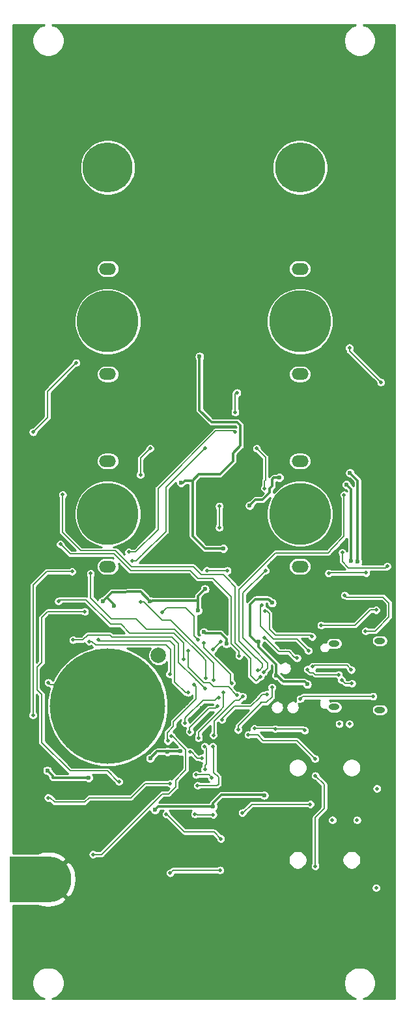
<source format=gbr>
G04 #@! TF.GenerationSoftware,KiCad,Pcbnew,5.1.5+dfsg1-2build2*
G04 #@! TF.CreationDate,2021-08-04T12:07:34+02:00*
G04 #@! TF.ProjectId,OpenThereminV4,4f70656e-5468-4657-9265-6d696e56342e,rev?*
G04 #@! TF.SameCoordinates,Original*
G04 #@! TF.FileFunction,Copper,L1,Top*
G04 #@! TF.FilePolarity,Positive*
%FSLAX46Y46*%
G04 Gerber Fmt 4.6, Leading zero omitted, Abs format (unit mm)*
G04 Created by KiCad (PCBNEW 5.1.5+dfsg1-2build2) date 2021-08-04 12:07:34*
%MOMM*%
%LPD*%
G04 APERTURE LIST*
%ADD10C,6.500000*%
%ADD11O,2.200000X1.500000*%
%ADD12C,8.000000*%
%ADD13C,2.000000*%
%ADD14C,15.000000*%
%ADD15C,6.000000*%
%ADD16R,5.000000X6.000000*%
%ADD17O,1.400000X0.800000*%
%ADD18C,0.500000*%
%ADD19C,0.600000*%
%ADD20C,0.200000*%
%ADD21C,0.300000*%
%ADD22C,0.254000*%
G04 APERTURE END LIST*
D10*
X112500000Y-55750000D03*
X87500000Y-55750000D03*
D11*
X112500000Y-82600000D03*
X112500000Y-68900000D03*
D12*
X112500000Y-75750000D03*
D11*
X87500000Y-68900000D03*
X87500000Y-82600000D03*
D12*
X87500000Y-75750000D03*
D11*
X112500000Y-107600000D03*
X112500000Y-93900000D03*
D12*
X112500000Y-100750000D03*
D11*
X87500000Y-93900000D03*
X87500000Y-107600000D03*
D12*
X87500000Y-100750000D03*
D13*
X94100000Y-119150000D03*
D14*
X87500000Y-125750000D03*
D15*
X79750000Y-148250000D03*
D16*
X77250000Y-148250000D03*
D17*
X122890000Y-117260000D03*
X122890000Y-126240000D03*
X116940000Y-125880000D03*
X116940000Y-117620000D03*
D18*
X117610000Y-128060000D03*
X118920000Y-128060000D03*
X116710000Y-140560000D03*
X119910000Y-140560000D03*
X122410000Y-149370000D03*
X122500000Y-136470000D03*
D19*
X119989800Y-106985000D03*
X118999200Y-95428000D03*
X112573000Y-115113000D03*
X80000000Y-94240000D03*
X83020000Y-92150000D03*
X87808000Y-90475000D03*
X94285000Y-92253000D03*
X112065000Y-90475000D03*
X120320000Y-93610000D03*
X116764000Y-92253000D03*
X105969000Y-92126000D03*
X108001000Y-117907000D03*
X96698000Y-108890000D03*
X100127000Y-112065000D03*
X104780000Y-123490000D03*
X98820000Y-130730000D03*
X99746000Y-126035000D03*
X105334000Y-151689000D03*
X87808000Y-151371500D03*
X96380500Y-139941500D03*
X84760000Y-148323500D03*
X113208000Y-85966500D03*
X88252500Y-85268000D03*
X88252500Y-87808000D03*
X113208000Y-87681000D03*
X114290000Y-150270000D03*
X103500000Y-133240000D03*
X118250000Y-138860000D03*
X113730000Y-140240000D03*
X109370000Y-131360000D03*
X110580000Y-126920000D03*
X115520000Y-126700000D03*
X118186400Y-118897600D03*
X121031200Y-105816600D03*
X88570000Y-115875000D03*
X95809000Y-123698200D03*
X119050000Y-113563600D03*
X119964400Y-109753600D03*
D18*
X104064000Y-87554000D03*
X104318000Y-85014000D03*
X93015000Y-92253000D03*
X91745000Y-95682000D03*
D19*
X109380000Y-121780000D03*
X107112000Y-117399000D03*
X102921000Y-117653000D03*
X100000000Y-116129000D03*
X99238000Y-113335000D03*
X100127000Y-110541000D03*
X93000000Y-112080000D03*
X86840000Y-112100000D03*
X88316000Y-112700000D03*
X113440000Y-122910000D03*
X96952000Y-131623000D03*
X93015000Y-132512000D03*
X85014000Y-135052000D03*
X79640000Y-134110000D03*
X95270000Y-131680000D03*
X93650000Y-139243000D03*
X101206500Y-138798500D03*
X107830000Y-137330000D03*
X119126200Y-106908800D03*
X118516600Y-96952000D03*
X108860000Y-112330000D03*
X99440000Y-80320000D03*
X97010000Y-96710000D03*
X102520000Y-105250000D03*
X109830000Y-96040000D03*
X105950000Y-99690000D03*
D18*
X84506000Y-113462000D03*
X88951000Y-135560000D03*
X95555000Y-121590000D03*
X85077500Y-117335500D03*
X90221000Y-105715000D03*
X104090000Y-90100000D03*
X85268000Y-108509000D03*
X100254000Y-122098000D03*
X90678200Y-106832600D03*
X100127000Y-92253000D03*
X86284000Y-117145000D03*
X97968000Y-124003000D03*
X97333000Y-119685000D03*
X81090000Y-112110000D03*
X82982000Y-117145000D03*
X100127000Y-123495000D03*
X98730000Y-122987000D03*
X91800000Y-112240000D03*
X101270000Y-122352000D03*
X95301000Y-130276800D03*
X98830000Y-139800000D03*
X101210000Y-139860000D03*
X94539000Y-113589000D03*
X99238000Y-117145000D03*
X102540000Y-124003000D03*
X99314200Y-129895800D03*
X101016000Y-135052000D03*
X98984000Y-134671000D03*
X101778000Y-125781000D03*
X99746000Y-132512000D03*
X98171200Y-129108400D03*
X98200000Y-131710000D03*
X97510800Y-127914600D03*
X101905000Y-124638000D03*
X95110500Y-139814500D03*
X102200000Y-142990000D03*
X118923000Y-79172000D03*
X118237200Y-98298200D03*
X107010000Y-121060000D03*
X123020000Y-83660000D03*
X77800000Y-90120000D03*
X83388400Y-81127800D03*
X81635800Y-98272800D03*
X107360000Y-121910000D03*
X108001000Y-108128000D03*
X118008600Y-105791200D03*
X123850600Y-107569200D03*
X107770000Y-121330000D03*
X81331000Y-104699000D03*
X104572000Y-119202400D03*
X100000000Y-117526000D03*
X103610000Y-122760000D03*
X106858000Y-92253000D03*
X107910000Y-97450000D03*
X103048000Y-108128000D03*
X100381000Y-108128000D03*
X95618500Y-135814000D03*
X79750000Y-137655500D03*
X100101600Y-130988000D03*
X100127000Y-133972500D03*
X104991500Y-139616000D03*
X113830000Y-138500000D03*
X102020000Y-102540000D03*
X102020000Y-99760000D03*
X109290000Y-128710000D03*
X106560000Y-128670000D03*
X113120000Y-128910000D03*
X118290000Y-111340000D03*
X121031200Y-116002000D03*
X121996400Y-124485600D03*
X112522200Y-124815800D03*
X113589000Y-118542000D03*
X107510000Y-112620000D03*
X117526000Y-121661000D03*
X107970000Y-113410000D03*
X113470000Y-120970000D03*
X114070000Y-116730000D03*
X108850000Y-123300000D03*
X104445000Y-128829000D03*
X102349500Y-127495500D03*
X116230600Y-108483600D03*
X121082000Y-108432800D03*
X108200000Y-124220000D03*
X79756200Y-122682200D03*
X102159000Y-117399000D03*
X101143000Y-118415000D03*
X107899400Y-116840200D03*
X112115800Y-119507200D03*
X97968000Y-118542000D03*
X104310000Y-124310000D03*
X85585500Y-145021500D03*
X95783600Y-129667200D03*
X82855000Y-108255000D03*
X77775000Y-126924000D03*
X101230000Y-129530000D03*
X101160000Y-130988000D03*
X99174500Y-136068000D03*
X105070000Y-124500000D03*
X117907000Y-122359500D03*
X119240500Y-122804000D03*
X114160500Y-120581500D03*
X119160000Y-121020000D03*
X95620000Y-147440000D03*
X102100000Y-147080000D03*
X105770000Y-129470000D03*
X114480000Y-146550000D03*
X114460000Y-132600000D03*
X114490000Y-134790000D03*
X115240000Y-115240000D03*
X122402800Y-113258800D03*
D20*
X117610000Y-128060000D02*
X117660000Y-128110000D01*
D21*
X119989800Y-106985000D02*
X120015200Y-106959600D01*
X120015200Y-106959600D02*
X120015200Y-96444000D01*
X120015200Y-96444000D02*
X118999200Y-95428000D01*
X88252500Y-85268000D02*
X88252500Y-87808000D01*
X113208000Y-85966500D02*
X113208000Y-87681000D01*
D20*
X104064000Y-87554000D02*
X104064000Y-85141000D01*
X104191000Y-85141000D02*
X104318000Y-85014000D01*
X104064000Y-85141000D02*
X104191000Y-85141000D01*
X91745000Y-93523000D02*
X91745000Y-95682000D01*
X93015000Y-92253000D02*
X91745000Y-93523000D01*
D21*
X107112000Y-117399000D02*
X107112000Y-118034000D01*
X107112000Y-118034000D02*
X109398000Y-120320000D01*
X100127000Y-116256000D02*
X102159000Y-116256000D01*
X100000000Y-116129000D02*
X100127000Y-116256000D01*
X102921000Y-117018000D02*
X102159000Y-116256000D01*
X102921000Y-117653000D02*
X102921000Y-117018000D01*
X99238000Y-111430000D02*
X100127000Y-110541000D01*
X99238000Y-112065000D02*
X93269000Y-112065000D01*
X99238000Y-113335000D02*
X99238000Y-112065000D01*
X99238000Y-112065000D02*
X99238000Y-111430000D01*
X87300000Y-111684000D02*
X87427000Y-111684000D01*
X88316000Y-112573000D02*
X88316000Y-112700000D01*
X87427000Y-111684000D02*
X88316000Y-112573000D01*
X88062000Y-110922000D02*
X87300000Y-111684000D01*
X93015000Y-132512000D02*
X93904000Y-131623000D01*
X93904000Y-131623000D02*
X95047000Y-131623000D01*
X95047000Y-131623000D02*
X96825000Y-131623000D01*
X93650000Y-139243000D02*
X94094500Y-138798500D01*
X94094500Y-138798500D02*
X101206500Y-138798500D01*
X109398000Y-121574000D02*
X109398000Y-120320000D01*
X109398000Y-121648000D02*
X110320000Y-122570000D01*
X113100000Y-122570000D02*
X113440000Y-122910000D01*
X110320000Y-122570000D02*
X113100000Y-122570000D01*
X107830000Y-137330000D02*
X107780000Y-137280000D01*
X107780000Y-137280000D02*
X102270000Y-137280000D01*
X101206500Y-138343500D02*
X101206500Y-138798500D01*
X102270000Y-137280000D02*
X101206500Y-138343500D01*
X119126200Y-97561600D02*
X118516600Y-96952000D01*
X119126200Y-106908800D02*
X119126200Y-97561600D01*
X103784600Y-93904000D02*
X102082800Y-95605800D01*
X102082800Y-95605800D02*
X99339600Y-95605800D01*
X99339600Y-95605800D02*
X98526800Y-96418600D01*
X103784600Y-93904000D02*
X103784600Y-92888000D01*
X103784600Y-92888000D02*
X104749800Y-91922800D01*
X104749800Y-91922800D02*
X104749800Y-89255800D01*
X104749800Y-89255800D02*
X104318000Y-88824000D01*
X104318000Y-88824000D02*
X100990600Y-88824000D01*
X100990600Y-88824000D02*
X99441200Y-87274600D01*
X99441200Y-87274600D02*
X99441200Y-82143800D01*
X87256000Y-111684000D02*
X86840000Y-112100000D01*
X87300000Y-111684000D02*
X87256000Y-111684000D01*
X93000000Y-112080000D02*
X92980000Y-112080000D01*
X91790000Y-110890000D02*
X88062000Y-110922000D01*
X92980000Y-112080000D02*
X91790000Y-110890000D01*
X93254000Y-112080000D02*
X93269000Y-112065000D01*
X93000000Y-112080000D02*
X93254000Y-112080000D01*
X99441200Y-80321200D02*
X99440000Y-80320000D01*
X99441200Y-82143800D02*
X99441200Y-80321200D01*
X98526800Y-96418600D02*
X97561400Y-96418600D01*
X97270000Y-96710000D02*
X97010000Y-96710000D01*
X97561400Y-96418600D02*
X97270000Y-96710000D01*
X98526800Y-96418600D02*
X98526800Y-103626800D01*
X100150000Y-105250000D02*
X102520000Y-105250000D01*
X98526800Y-103626800D02*
X100150000Y-105250000D01*
X107630000Y-98920000D02*
X106720000Y-98920000D01*
X107980000Y-98580000D02*
X107970000Y-98580000D01*
X106720000Y-98920000D02*
X105950000Y-99690000D01*
X108550000Y-98010000D02*
X107980000Y-98580000D01*
X108550000Y-97490000D02*
X108550000Y-98010000D01*
X108870000Y-97170000D02*
X108550000Y-97490000D01*
X108880000Y-97170000D02*
X108870000Y-97170000D01*
X107970000Y-98580000D02*
X107630000Y-98920000D01*
X108880000Y-96260000D02*
X108880000Y-97170000D01*
X109080000Y-96060000D02*
X108880000Y-96260000D01*
X109810000Y-96060000D02*
X109830000Y-96040000D01*
X109080000Y-96060000D02*
X109810000Y-96060000D01*
X80315000Y-134785000D02*
X79640000Y-134110000D01*
X80315000Y-135052000D02*
X80315000Y-134785000D01*
X85014000Y-135052000D02*
X80315000Y-135052000D01*
X108860000Y-112320000D02*
X108860000Y-112330000D01*
X108380000Y-111840000D02*
X108860000Y-112320000D01*
X105969000Y-112571000D02*
X106700000Y-111840000D01*
X106700000Y-111840000D02*
X108380000Y-111840000D01*
X105969000Y-116637000D02*
X105969000Y-112571000D01*
X106731000Y-117399000D02*
X105969000Y-116637000D01*
X107112000Y-117399000D02*
X106731000Y-117399000D01*
D20*
X82093000Y-113462000D02*
X84506000Y-113462000D01*
X79680000Y-113462000D02*
X82093000Y-113462000D01*
X78918000Y-114224000D02*
X79680000Y-113462000D01*
X78918000Y-120066000D02*
X78918000Y-114224000D01*
X78283000Y-120701000D02*
X78918000Y-120066000D01*
X78283000Y-123241000D02*
X78283000Y-123622000D01*
X78283000Y-123241000D02*
X78283000Y-120701000D01*
X78283000Y-123622000D02*
X78918000Y-124257000D01*
X88951000Y-135560000D02*
X88824000Y-135560000D01*
X88824000Y-135560000D02*
X87427000Y-134163000D01*
X87427000Y-134163000D02*
X82601000Y-134163000D01*
X78918000Y-130480000D02*
X78918000Y-128067000D01*
X82601000Y-134163000D02*
X78918000Y-130480000D01*
X78918000Y-128067000D02*
X78918000Y-128194000D01*
X78918000Y-124257000D02*
X78918000Y-128067000D01*
X95555000Y-121590000D02*
X95682000Y-121463000D01*
X95682000Y-121463000D02*
X95682000Y-118415000D01*
X95682000Y-118415000D02*
X95047000Y-117780000D01*
X85458500Y-117335500D02*
X85903000Y-117780000D01*
X85077500Y-117335500D02*
X85458500Y-117335500D01*
X95047000Y-117780000D02*
X85903000Y-117780000D01*
X90221000Y-105715000D02*
X91110000Y-105715000D01*
X91110000Y-105715000D02*
X94031000Y-102794000D01*
X94031000Y-102794000D02*
X94031000Y-97460000D01*
X94031000Y-97460000D02*
X101524000Y-89967000D01*
X92507000Y-115748000D02*
X96190000Y-115748000D01*
X99873000Y-119431000D02*
X100000000Y-119558000D01*
X96190000Y-115748000D02*
X99873000Y-119431000D01*
X100254000Y-119812000D02*
X99873000Y-119431000D01*
X100254000Y-122098000D02*
X100254000Y-119812000D01*
X91173500Y-114414500D02*
X87998500Y-114414500D01*
X91173500Y-114414500D02*
X92507000Y-115748000D01*
X85268000Y-111684000D02*
X85268000Y-108509000D01*
X87998500Y-114414500D02*
X85268000Y-111684000D01*
X103957000Y-89967000D02*
X104090000Y-90100000D01*
X103513000Y-89967000D02*
X103957000Y-89967000D01*
X101524000Y-89967000D02*
X103513000Y-89967000D01*
X95047000Y-103048000D02*
X95047000Y-97333000D01*
X96190000Y-119050000D02*
X96190000Y-122606000D01*
X96190000Y-118669000D02*
X96190000Y-119050000D01*
X86411000Y-117272000D02*
X86284000Y-117145000D01*
X95555000Y-117272000D02*
X86411000Y-117272000D01*
X96190000Y-117907000D02*
X95555000Y-117272000D01*
X96190000Y-119050000D02*
X96190000Y-117907000D01*
X100127000Y-92253000D02*
X98857000Y-93523000D01*
X98857000Y-93523000D02*
X98984000Y-93396000D01*
X95047000Y-97333000D02*
X98857000Y-93523000D01*
X97587000Y-124003000D02*
X97968000Y-124003000D01*
X96190000Y-122606000D02*
X97587000Y-124003000D01*
X91211600Y-106832600D02*
X91973600Y-106070600D01*
X90678200Y-106832600D02*
X91211600Y-106832600D01*
X91973600Y-106070600D02*
X95047000Y-103048000D01*
X91364000Y-106680200D02*
X91973600Y-106070600D01*
X87858800Y-115113000D02*
X84633000Y-111938000D01*
X89205000Y-115113000D02*
X87858800Y-115113000D01*
X90348000Y-116256000D02*
X89205000Y-115113000D01*
X96063000Y-116256000D02*
X90348000Y-116256000D01*
X97333000Y-117526000D02*
X96063000Y-116256000D01*
X97333000Y-119685000D02*
X97333000Y-117526000D01*
X81116000Y-112110000D02*
X81288000Y-111938000D01*
X81288000Y-111938000D02*
X81204000Y-111938000D01*
X81090000Y-112110000D02*
X81116000Y-112110000D01*
X84633000Y-111938000D02*
X81288000Y-111938000D01*
X98857000Y-122225000D02*
X100127000Y-123495000D01*
X98857000Y-122225000D02*
X98984000Y-122352000D01*
X84887000Y-116510000D02*
X84252000Y-117145000D01*
X88062000Y-116764000D02*
X87808000Y-116510000D01*
X95809000Y-116764000D02*
X88062000Y-116764000D01*
X84252000Y-117145000D02*
X82982000Y-117145000D01*
X87808000Y-116510000D02*
X84887000Y-116510000D01*
X96698000Y-117653000D02*
X95809000Y-116764000D01*
X96698000Y-120066000D02*
X96698000Y-117653000D01*
X98857000Y-122225000D02*
X96698000Y-120066000D01*
X95682000Y-114605000D02*
X100889000Y-119812000D01*
X94539000Y-114605000D02*
X95682000Y-114605000D01*
X101270000Y-120193000D02*
X101143000Y-120066000D01*
X101270000Y-122352000D02*
X101270000Y-120193000D01*
X101143000Y-120066000D02*
X100889000Y-119812000D01*
X98984000Y-123241000D02*
X98730000Y-122987000D01*
X98984000Y-124828500D02*
X98984000Y-123241000D01*
X95301000Y-130276800D02*
X95301000Y-130099000D01*
X95301000Y-130099000D02*
X95224800Y-130022800D01*
X95224800Y-130022800D02*
X95224800Y-129184600D01*
X95224800Y-129184600D02*
X96037600Y-128371800D01*
X96037600Y-127813000D02*
X98069600Y-125781000D01*
X96037600Y-128371800D02*
X96037600Y-127813000D01*
X98069600Y-125781000D02*
X98984000Y-124828500D01*
X97955300Y-125857200D02*
X98069600Y-125781000D01*
X92210000Y-112240000D02*
X92380000Y-112410000D01*
X91800000Y-112240000D02*
X92210000Y-112240000D01*
X92380000Y-112410000D02*
X94539000Y-114605000D01*
X99060000Y-139800000D02*
X99120000Y-139860000D01*
X98830000Y-139800000D02*
X99060000Y-139800000D01*
X99120000Y-139860000D02*
X101333500Y-139878000D01*
X94539000Y-113589000D02*
X95174000Y-112954000D01*
X95174000Y-112954000D02*
X97587000Y-112954000D01*
X97587000Y-112954000D02*
X98730000Y-114097000D01*
X98730000Y-116637000D02*
X99238000Y-117145000D01*
X98730000Y-114097000D02*
X98730000Y-116637000D01*
X102159000Y-126225500D02*
X100952500Y-127495500D01*
X102540000Y-125844500D02*
X102159000Y-126225500D01*
X102540000Y-124003000D02*
X102540000Y-125844500D01*
X100635000Y-134671000D02*
X98984000Y-134671000D01*
X101016000Y-135052000D02*
X100635000Y-134671000D01*
X99314200Y-129133800D02*
X99568200Y-128879800D01*
X99314200Y-129895800D02*
X99314200Y-129133800D01*
X99568200Y-128879800D02*
X99441200Y-129006800D01*
X100952500Y-127495500D02*
X99568200Y-128879800D01*
X101524000Y-126035000D02*
X101778000Y-125781000D01*
X100635000Y-126035000D02*
X101524000Y-126035000D01*
X98095000Y-128575000D02*
X100635000Y-126035000D01*
X99746000Y-132512000D02*
X99174500Y-132512000D01*
X99174500Y-132512000D02*
X98285500Y-131623000D01*
X98095000Y-128854400D02*
X97993400Y-128956000D01*
X98095000Y-128575000D02*
X98095000Y-128854400D01*
X99873000Y-125019000D02*
X101397000Y-125019000D01*
X101778000Y-124638000D02*
X101905000Y-124638000D01*
X101397000Y-125019000D02*
X101778000Y-124638000D01*
X97510800Y-127330400D02*
X97739400Y-127101800D01*
X97510800Y-127711400D02*
X97510800Y-127330400D01*
X99873000Y-125019000D02*
X97739400Y-127101800D01*
X97510800Y-127711400D02*
X97510800Y-127914600D01*
X95110500Y-139814500D02*
X95174000Y-139814500D01*
X95174000Y-139814500D02*
X97460000Y-142100500D01*
X100540500Y-142100500D02*
X101310500Y-142100500D01*
X101310500Y-142100500D02*
X102200000Y-142990000D01*
X97460000Y-142100500D02*
X100540500Y-142100500D01*
X118796000Y-79172000D02*
X118923000Y-79172000D01*
X118923000Y-79603800D02*
X118923000Y-79172000D01*
X118237200Y-103683000D02*
X118237200Y-98298200D01*
X116789400Y-105207000D02*
X118237200Y-103683000D01*
X109334500Y-105829300D02*
X116167100Y-105829300D01*
X116167100Y-105829300D02*
X116789400Y-105207000D01*
X108496300Y-106667500D02*
X109334500Y-105829300D01*
X108470900Y-106667500D02*
X108496300Y-106667500D01*
X104572000Y-110566400D02*
X108470900Y-106667500D01*
X104572000Y-117272000D02*
X104572000Y-110566400D01*
X106770000Y-119470000D02*
X106880000Y-119470000D01*
X106770000Y-119470000D02*
X104572000Y-117272000D01*
X107640000Y-120230000D02*
X107640000Y-120670000D01*
X106880000Y-119470000D02*
X107640000Y-120230000D01*
X107250000Y-121060000D02*
X107640000Y-120670000D01*
X107010000Y-121060000D02*
X107250000Y-121060000D01*
X123020000Y-83660000D02*
X118923000Y-79603800D01*
X79680000Y-84836200D02*
X83388400Y-81127800D01*
X79680000Y-88239800D02*
X79680000Y-84836200D01*
X81610400Y-98298200D02*
X81635800Y-98272800D01*
X81610400Y-103149600D02*
X81610400Y-98298200D01*
X106096000Y-120599400D02*
X106096000Y-119583400D01*
X104064000Y-110236200D02*
X102921000Y-109067800D01*
X104064000Y-117526000D02*
X104064000Y-110236200D01*
X102540000Y-108686800D02*
X99695200Y-108686800D01*
X102921000Y-109067800D02*
X102540000Y-108686800D01*
X99695200Y-108686800D02*
X98628400Y-107620000D01*
X106096000Y-119583400D02*
X104064000Y-117526000D01*
X88519200Y-105537200D02*
X83998000Y-105537200D01*
X90602000Y-107620000D02*
X88519200Y-105537200D01*
X98628400Y-107620000D02*
X90602000Y-107620000D01*
X83998000Y-105537200D02*
X81610400Y-103149600D01*
X106096000Y-120599400D02*
X106096000Y-121816000D01*
X106096000Y-121816000D02*
X106730000Y-122450000D01*
X106820000Y-122450000D02*
X107360000Y-121910000D01*
X106730000Y-122450000D02*
X106820000Y-122450000D01*
X78049900Y-89870100D02*
X77800000Y-90120000D01*
X78049900Y-89869900D02*
X78049900Y-89870100D01*
X77978200Y-89941600D02*
X78049900Y-89869900D01*
X78049900Y-89869900D02*
X79680000Y-88239800D01*
X106477000Y-118288000D02*
X105461000Y-117272000D01*
X105080000Y-116891000D02*
X106477000Y-118288000D01*
X105080000Y-111049000D02*
X105080000Y-116891000D01*
X108001000Y-108128000D02*
X105080000Y-111049000D01*
X118008600Y-105791200D02*
X118008600Y-106959600D01*
X118008600Y-106959600D02*
X118821400Y-107772400D01*
X118821400Y-107772400D02*
X121869400Y-107772400D01*
X123647400Y-107772400D02*
X123850600Y-107569200D01*
X121869400Y-107772400D02*
X123647400Y-107772400D01*
X107770000Y-121330000D02*
X107780000Y-121330000D01*
X108300000Y-120810000D02*
X108300000Y-120160000D01*
X107780000Y-121330000D02*
X108300000Y-120810000D01*
X106477000Y-118288000D02*
X108300000Y-120160000D01*
X82601000Y-105969000D02*
X81331000Y-104699000D01*
X90475000Y-108128000D02*
X88316000Y-105969000D01*
X98222000Y-108128000D02*
X90475000Y-108128000D01*
X99238000Y-109144000D02*
X98222000Y-108128000D01*
X101143000Y-109144000D02*
X99238000Y-109144000D01*
X103556000Y-111557000D02*
X101143000Y-109144000D01*
X103556000Y-117653000D02*
X103556000Y-111557000D01*
X88316000Y-105969000D02*
X82601000Y-105969000D01*
X104572000Y-118669000D02*
X103556000Y-117653000D01*
X104572000Y-119202400D02*
X104572000Y-118669000D01*
X103505200Y-121640800D02*
X103505200Y-122655200D01*
X100000000Y-118161000D02*
X103505200Y-121640800D01*
X103505200Y-122655200D02*
X103610000Y-122760000D01*
X100000000Y-117526000D02*
X100000000Y-118161000D01*
X100381000Y-108128000D02*
X103048000Y-108128000D01*
X108001000Y-93396000D02*
X108001000Y-94666000D01*
X106858000Y-92253000D02*
X108001000Y-93396000D01*
X107910000Y-96470000D02*
X108010000Y-96370000D01*
X107910000Y-97450000D02*
X107910000Y-96470000D01*
X108001000Y-94666000D02*
X108010000Y-96370000D01*
X95618500Y-135814000D02*
X92380000Y-135814000D01*
X92380000Y-135814000D02*
X90538500Y-137655500D01*
X90538500Y-137655500D02*
X85077500Y-137655500D01*
X85077500Y-137655500D02*
X84506000Y-138227000D01*
X84506000Y-138227000D02*
X80569000Y-138227000D01*
X100127000Y-133464500D02*
X100317500Y-133274000D01*
X100127000Y-133972500D02*
X100127000Y-133464500D01*
X100317500Y-131203900D02*
X100101600Y-130988000D01*
X100317500Y-132118300D02*
X100317500Y-131203900D01*
X100317500Y-131877000D02*
X100317500Y-132118300D01*
X100317500Y-132118300D02*
X100317500Y-133274000D01*
X79750000Y-137655500D02*
X79845500Y-137655500D01*
X79850000Y-137660000D02*
X80040000Y-137660000D01*
X79845500Y-137655500D02*
X79850000Y-137660000D01*
X80040000Y-137660000D02*
X80569000Y-138227000D01*
X79997500Y-137655500D02*
X80040000Y-137660000D01*
X104991500Y-139616000D02*
X105104000Y-139616000D01*
X106220000Y-138500000D02*
X113830000Y-138500000D01*
X105104000Y-139616000D02*
X106220000Y-138500000D01*
X102020000Y-99760000D02*
X102020000Y-102540000D01*
X109250000Y-128670000D02*
X106560000Y-128670000D01*
X109290000Y-128710000D02*
X109250000Y-128670000D01*
X112920000Y-128710000D02*
X113120000Y-128910000D01*
X109290000Y-128710000D02*
X112920000Y-128710000D01*
X112852400Y-124485600D02*
X112522200Y-124815800D01*
X121996400Y-124485600D02*
X112852400Y-124485600D01*
X118288000Y-111342000D02*
X118290000Y-111340000D01*
X118532400Y-111582400D02*
X118290000Y-111340000D01*
X123317200Y-111582400D02*
X118532400Y-111582400D01*
X124079200Y-112344400D02*
X123317200Y-111582400D01*
X124079200Y-114173200D02*
X124079200Y-112344400D01*
X122250400Y-116002000D02*
X122402800Y-115849600D01*
X121031200Y-116002000D02*
X122250400Y-116002000D01*
X122402800Y-115849600D02*
X124079200Y-114173200D01*
X112065000Y-117018000D02*
X113589000Y-118542000D01*
X109017000Y-117018000D02*
X112065000Y-117018000D01*
X107366000Y-115367000D02*
X109017000Y-117018000D01*
X107366000Y-113184000D02*
X107366000Y-112764000D01*
X107366000Y-112764000D02*
X107510000Y-112620000D01*
X107366000Y-112954000D02*
X107366000Y-113184000D01*
X107366000Y-113184000D02*
X107366000Y-115367000D01*
X109271000Y-116510000D02*
X108509000Y-115748000D01*
X113850000Y-116510000D02*
X109271000Y-116510000D01*
X114070000Y-116730000D02*
X113850000Y-116510000D01*
X114478000Y-121661000D02*
X117526000Y-121661000D01*
X114224000Y-121407000D02*
X114478000Y-121661000D01*
X113797000Y-121407000D02*
X114224000Y-121407000D01*
X113470000Y-121080000D02*
X113797000Y-121407000D01*
X113470000Y-120970000D02*
X113470000Y-121080000D01*
X108509000Y-114041000D02*
X108509000Y-113729000D01*
X108509000Y-115748000D02*
X108509000Y-114041000D01*
X108190000Y-113410000D02*
X107970000Y-113410000D01*
X108509000Y-113729000D02*
X108190000Y-113410000D01*
X104445000Y-128829000D02*
X104445000Y-128321000D01*
X104445000Y-128321000D02*
X107302500Y-125463500D01*
X107302500Y-125463500D02*
X107493000Y-125273000D01*
X107460000Y-125280000D02*
X107302500Y-125463500D01*
X108160000Y-125280000D02*
X107460000Y-125280000D01*
X108850000Y-124590000D02*
X108160000Y-125280000D01*
X108850000Y-123300000D02*
X108850000Y-124590000D01*
X106096000Y-125781000D02*
X105207000Y-125781000D01*
X107239000Y-124638000D02*
X106096000Y-125781000D01*
X105207000Y-125781000D02*
X105334000Y-125781000D01*
X102349500Y-127495500D02*
X102349500Y-127368500D01*
X103937000Y-125781000D02*
X104064000Y-125781000D01*
X102349500Y-127368500D02*
X103937000Y-125781000D01*
X104064000Y-125781000D02*
X105207000Y-125781000D01*
X116281400Y-108432800D02*
X121082000Y-108432800D01*
X116230600Y-108483600D02*
X116281400Y-108432800D01*
X107239000Y-124638000D02*
X107239000Y-124611000D01*
X107640000Y-124220000D02*
X107340000Y-124520000D01*
X108200000Y-124220000D02*
X107640000Y-124220000D01*
X107239000Y-124611000D02*
X107340000Y-124520000D01*
X82982000Y-125908000D02*
X87808000Y-125908000D01*
X80569000Y-123495000D02*
X82982000Y-125908000D01*
X84673500Y-122923500D02*
X87500000Y-125750000D01*
X79997500Y-122923500D02*
X84673500Y-122923500D01*
X79997500Y-122923500D02*
X79756200Y-122682200D01*
X102159000Y-117399000D02*
X101143000Y-118415000D01*
X108128000Y-117018000D02*
X109760000Y-118650000D01*
X111050000Y-118670000D02*
X110440000Y-118670000D01*
X111800000Y-119420000D02*
X111050000Y-118670000D01*
X110440000Y-118670000D02*
X110650000Y-118650000D01*
X109760000Y-118650000D02*
X110440000Y-118670000D01*
X108077200Y-117018000D02*
X107899400Y-116840200D01*
X108128000Y-117018000D02*
X108077200Y-117018000D01*
X112028600Y-119420000D02*
X112115800Y-119507200D01*
X111800000Y-119420000D02*
X112028600Y-119420000D01*
X97968000Y-120701000D02*
X97968000Y-118542000D01*
X100762000Y-122733000D02*
X100000000Y-122733000D01*
X101270000Y-123241000D02*
X100762000Y-122733000D01*
X103201000Y-123241000D02*
X101270000Y-123241000D01*
X100000000Y-122733000D02*
X97968000Y-120701000D01*
X104270000Y-124310000D02*
X103201000Y-123241000D01*
X104310000Y-124310000D02*
X104270000Y-124310000D01*
X97637800Y-131419800D02*
X97396500Y-131178500D01*
X97637800Y-134036000D02*
X97637800Y-131419800D01*
X97288550Y-134385250D02*
X97637800Y-134036000D01*
X97288550Y-134397950D02*
X97288550Y-134385250D01*
X96317000Y-135369500D02*
X97288550Y-134397950D01*
X96317000Y-136258500D02*
X96317000Y-135369500D01*
X94602500Y-137147500D02*
X95428000Y-137147500D01*
X97396500Y-131178500D02*
X95809000Y-129591000D01*
X86665000Y-145021500D02*
X94602500Y-137147500D01*
X95428000Y-137147500D02*
X96317000Y-136258500D01*
X85585500Y-145021500D02*
X86665000Y-145021500D01*
X79553000Y-108255000D02*
X77775000Y-110033000D01*
X82855000Y-108255000D02*
X79553000Y-108255000D01*
X77775000Y-110033000D02*
X77775000Y-126924000D01*
X103111500Y-125908000D02*
X101333500Y-127686000D01*
X101905000Y-134988500D02*
X101270000Y-134353500D01*
X101905000Y-135877500D02*
X101905000Y-134988500D01*
X101714500Y-136068000D02*
X101905000Y-135877500D01*
X99174500Y-136068000D02*
X101714500Y-136068000D01*
X101333500Y-129426500D02*
X101230000Y-129530000D01*
X101333500Y-129193500D02*
X101333500Y-129426500D01*
X101333500Y-127686000D02*
X101333500Y-129193500D01*
X101333500Y-129193500D02*
X101333500Y-129337000D01*
X101270000Y-131098000D02*
X101160000Y-130988000D01*
X101270000Y-131870000D02*
X101270000Y-131098000D01*
X101270000Y-134353500D02*
X101270000Y-131870000D01*
X101270000Y-131870000D02*
X101270000Y-131559500D01*
X103111500Y-125908000D02*
X103112000Y-125908000D01*
X103112000Y-125908000D02*
X104050000Y-124970000D01*
X104600000Y-124970000D02*
X105070000Y-124500000D01*
X104050000Y-124970000D02*
X104600000Y-124970000D01*
X118351500Y-122804000D02*
X119240500Y-122804000D01*
X117907000Y-122359500D02*
X118351500Y-122804000D01*
X114160500Y-120581500D02*
X114287500Y-120454500D01*
X118594500Y-120454500D02*
X119160000Y-121020000D01*
X117714500Y-120454500D02*
X118594500Y-120454500D01*
X114287500Y-120454500D02*
X117714500Y-120454500D01*
X117714500Y-120454500D02*
X117970500Y-120454500D01*
X95980000Y-147080000D02*
X102100000Y-147080000D01*
X95620000Y-147440000D02*
X95980000Y-147080000D01*
X105770000Y-129470000D02*
X106990000Y-129470000D01*
X106990000Y-129470000D02*
X107740000Y-130220000D01*
X112080000Y-130220000D02*
X114460000Y-132600000D01*
X107740000Y-130220000D02*
X112080000Y-130220000D01*
X115650000Y-135950000D02*
X114490000Y-134790000D01*
X115650000Y-139050000D02*
X115650000Y-135950000D01*
X114480000Y-140220000D02*
X115650000Y-139050000D01*
X114480000Y-146550000D02*
X114480000Y-140220000D01*
X121640800Y-113258800D02*
X119659600Y-115240000D01*
X115849600Y-115240000D02*
X116002000Y-115240000D01*
X119659600Y-115240000D02*
X115849600Y-115240000D01*
X115240000Y-115240000D02*
X115849600Y-115240000D01*
X122402800Y-113258800D02*
X121640800Y-113258800D01*
D22*
G36*
X79141273Y-37243296D02*
G01*
X78761481Y-37400611D01*
X78419677Y-37628997D01*
X78128997Y-37919677D01*
X77900611Y-38261481D01*
X77743296Y-38641273D01*
X77663098Y-39044458D01*
X77663098Y-39455542D01*
X77743296Y-39858727D01*
X77900611Y-40238519D01*
X78128997Y-40580323D01*
X78419677Y-40871003D01*
X78761481Y-41099389D01*
X79141273Y-41256704D01*
X79544458Y-41336902D01*
X79955542Y-41336902D01*
X80358727Y-41256704D01*
X80738519Y-41099389D01*
X81080323Y-40871003D01*
X81371003Y-40580323D01*
X81599389Y-40238519D01*
X81756704Y-39858727D01*
X81836902Y-39455542D01*
X81836902Y-39044458D01*
X81756704Y-38641273D01*
X81599389Y-38261481D01*
X81371003Y-37919677D01*
X81080323Y-37628997D01*
X80738519Y-37400611D01*
X80358727Y-37243296D01*
X80276801Y-37227000D01*
X119723199Y-37227000D01*
X119641273Y-37243296D01*
X119261481Y-37400611D01*
X118919677Y-37628997D01*
X118628997Y-37919677D01*
X118400611Y-38261481D01*
X118243296Y-38641273D01*
X118163098Y-39044458D01*
X118163098Y-39455542D01*
X118243296Y-39858727D01*
X118400611Y-40238519D01*
X118628997Y-40580323D01*
X118919677Y-40871003D01*
X119261481Y-41099389D01*
X119641273Y-41256704D01*
X120044458Y-41336902D01*
X120455542Y-41336902D01*
X120858727Y-41256704D01*
X121238519Y-41099389D01*
X121580323Y-40871003D01*
X121871003Y-40580323D01*
X122099389Y-40238519D01*
X122256704Y-39858727D01*
X122336902Y-39455542D01*
X122336902Y-39044458D01*
X122256704Y-38641273D01*
X122099389Y-38261481D01*
X121871003Y-37919677D01*
X121580323Y-37628997D01*
X121238519Y-37400611D01*
X120858727Y-37243296D01*
X120776801Y-37227000D01*
X124773001Y-37227000D01*
X124773000Y-163773000D01*
X120776801Y-163773000D01*
X120858727Y-163756704D01*
X121238519Y-163599389D01*
X121580323Y-163371003D01*
X121871003Y-163080323D01*
X122099389Y-162738519D01*
X122256704Y-162358727D01*
X122336902Y-161955542D01*
X122336902Y-161544458D01*
X122256704Y-161141273D01*
X122099389Y-160761481D01*
X121871003Y-160419677D01*
X121580323Y-160128997D01*
X121238519Y-159900611D01*
X120858727Y-159743296D01*
X120455542Y-159663098D01*
X120044458Y-159663098D01*
X119641273Y-159743296D01*
X119261481Y-159900611D01*
X118919677Y-160128997D01*
X118628997Y-160419677D01*
X118400611Y-160761481D01*
X118243296Y-161141273D01*
X118163098Y-161544458D01*
X118163098Y-161955542D01*
X118243296Y-162358727D01*
X118400611Y-162738519D01*
X118628997Y-163080323D01*
X118919677Y-163371003D01*
X119261481Y-163599389D01*
X119641273Y-163756704D01*
X119723199Y-163773000D01*
X80276801Y-163773000D01*
X80358727Y-163756704D01*
X80738519Y-163599389D01*
X81080323Y-163371003D01*
X81371003Y-163080323D01*
X81599389Y-162738519D01*
X81756704Y-162358727D01*
X81836902Y-161955542D01*
X81836902Y-161544458D01*
X81756704Y-161141273D01*
X81599389Y-160761481D01*
X81371003Y-160419677D01*
X81080323Y-160128997D01*
X80738519Y-159900611D01*
X80358727Y-159743296D01*
X79955542Y-159663098D01*
X79544458Y-159663098D01*
X79141273Y-159743296D01*
X78761481Y-159900611D01*
X78419677Y-160128997D01*
X78128997Y-160419677D01*
X77900611Y-160761481D01*
X77743296Y-161141273D01*
X77663098Y-161544458D01*
X77663098Y-161955542D01*
X77743296Y-162358727D01*
X77900611Y-162738519D01*
X78128997Y-163080323D01*
X78419677Y-163371003D01*
X78761481Y-163599389D01*
X79141273Y-163756704D01*
X79223199Y-163773000D01*
X75227000Y-163773000D01*
X75227000Y-151628824D01*
X78371412Y-151628824D01*
X79021327Y-151829166D01*
X79733589Y-151902550D01*
X80446482Y-151835569D01*
X81132609Y-151630796D01*
X81765603Y-151296102D01*
X81792894Y-151277868D01*
X82129081Y-150808686D01*
X80128824Y-148808429D01*
X80128824Y-148449219D01*
X82308686Y-150629081D01*
X82777868Y-150292894D01*
X83118237Y-149662932D01*
X83227572Y-149308246D01*
X121783000Y-149308246D01*
X121783000Y-149431754D01*
X121807095Y-149552889D01*
X121854360Y-149666996D01*
X121922977Y-149769689D01*
X122010311Y-149857023D01*
X122113004Y-149925640D01*
X122227111Y-149972905D01*
X122348246Y-149997000D01*
X122471754Y-149997000D01*
X122592889Y-149972905D01*
X122706996Y-149925640D01*
X122809689Y-149857023D01*
X122897023Y-149769689D01*
X122965640Y-149666996D01*
X123012905Y-149552889D01*
X123037000Y-149431754D01*
X123037000Y-149308246D01*
X123012905Y-149187111D01*
X122965640Y-149073004D01*
X122897023Y-148970311D01*
X122809689Y-148882977D01*
X122706996Y-148814360D01*
X122592889Y-148767095D01*
X122471754Y-148743000D01*
X122348246Y-148743000D01*
X122227111Y-148767095D01*
X122113004Y-148814360D01*
X122010311Y-148882977D01*
X121922977Y-148970311D01*
X121854360Y-149073004D01*
X121807095Y-149187111D01*
X121783000Y-149308246D01*
X83227572Y-149308246D01*
X83329166Y-148978673D01*
X83402550Y-148266411D01*
X83335569Y-147553518D01*
X83283260Y-147378246D01*
X94993000Y-147378246D01*
X94993000Y-147501754D01*
X95017095Y-147622889D01*
X95064360Y-147736996D01*
X95132977Y-147839689D01*
X95220311Y-147927023D01*
X95323004Y-147995640D01*
X95437111Y-148042905D01*
X95558246Y-148067000D01*
X95681754Y-148067000D01*
X95802889Y-148042905D01*
X95916996Y-147995640D01*
X96019689Y-147927023D01*
X96107023Y-147839689D01*
X96175640Y-147736996D01*
X96222905Y-147622889D01*
X96236011Y-147557000D01*
X101690288Y-147557000D01*
X101700311Y-147567023D01*
X101803004Y-147635640D01*
X101917111Y-147682905D01*
X102038246Y-147707000D01*
X102161754Y-147707000D01*
X102282889Y-147682905D01*
X102396996Y-147635640D01*
X102499689Y-147567023D01*
X102587023Y-147479689D01*
X102655640Y-147376996D01*
X102702905Y-147262889D01*
X102727000Y-147141754D01*
X102727000Y-147018246D01*
X102702905Y-146897111D01*
X102655640Y-146783004D01*
X102587023Y-146680311D01*
X102499689Y-146592977D01*
X102396996Y-146524360D01*
X102282889Y-146477095D01*
X102161754Y-146453000D01*
X102038246Y-146453000D01*
X101917111Y-146477095D01*
X101803004Y-146524360D01*
X101700311Y-146592977D01*
X101690288Y-146603000D01*
X96003415Y-146603000D01*
X95980000Y-146600694D01*
X95956585Y-146603000D01*
X95956577Y-146603000D01*
X95886492Y-146609903D01*
X95796577Y-146637178D01*
X95713711Y-146681471D01*
X95641079Y-146741079D01*
X95626149Y-146759271D01*
X95572420Y-146813000D01*
X95558246Y-146813000D01*
X95437111Y-146837095D01*
X95323004Y-146884360D01*
X95220311Y-146952977D01*
X95132977Y-147040311D01*
X95064360Y-147143004D01*
X95017095Y-147257111D01*
X94993000Y-147378246D01*
X83283260Y-147378246D01*
X83130796Y-146867391D01*
X82796102Y-146234397D01*
X82777868Y-146207106D01*
X82308686Y-145870919D01*
X80128824Y-148050781D01*
X80128824Y-147691571D01*
X82129081Y-145691314D01*
X81792894Y-145222132D01*
X81162932Y-144881763D01*
X80478673Y-144670834D01*
X79766411Y-144597450D01*
X79053518Y-144664431D01*
X78367391Y-144869204D01*
X78363661Y-144871176D01*
X75227000Y-144871176D01*
X75227000Y-137593746D01*
X79123000Y-137593746D01*
X79123000Y-137717254D01*
X79147095Y-137838389D01*
X79194360Y-137952496D01*
X79262977Y-138055189D01*
X79350311Y-138142523D01*
X79453004Y-138211140D01*
X79567111Y-138258405D01*
X79688246Y-138282500D01*
X79811754Y-138282500D01*
X79932889Y-138258405D01*
X79942298Y-138254508D01*
X80209896Y-138541329D01*
X80230079Y-138565921D01*
X80260013Y-138590488D01*
X80289062Y-138616062D01*
X80296267Y-138620240D01*
X80302711Y-138625529D01*
X80336864Y-138643784D01*
X80370343Y-138663200D01*
X80378227Y-138665893D01*
X80385577Y-138669822D01*
X80422623Y-138681060D01*
X80459259Y-138693575D01*
X80467520Y-138694679D01*
X80475492Y-138697097D01*
X80514015Y-138700891D01*
X80552391Y-138706019D01*
X80584135Y-138704000D01*
X84482585Y-138704000D01*
X84506000Y-138706306D01*
X84529415Y-138704000D01*
X84529423Y-138704000D01*
X84599508Y-138697097D01*
X84689423Y-138669822D01*
X84772289Y-138625529D01*
X84844921Y-138565921D01*
X84859855Y-138547724D01*
X85275080Y-138132500D01*
X90515085Y-138132500D01*
X90538500Y-138134806D01*
X90561915Y-138132500D01*
X90561923Y-138132500D01*
X90632008Y-138125597D01*
X90721923Y-138098322D01*
X90804789Y-138054029D01*
X90877421Y-137994421D01*
X90892355Y-137976224D01*
X92577580Y-136291000D01*
X95208788Y-136291000D01*
X95218811Y-136301023D01*
X95321504Y-136369640D01*
X95435611Y-136416905D01*
X95475985Y-136424936D01*
X95230421Y-136670500D01*
X94626872Y-136670500D01*
X94604424Y-136668198D01*
X94580045Y-136670500D01*
X94579077Y-136670500D01*
X94556607Y-136672713D01*
X94510880Y-136677031D01*
X94509952Y-136677308D01*
X94508992Y-136677403D01*
X94464993Y-136690750D01*
X94420857Y-136703945D01*
X94420003Y-136704397D01*
X94419077Y-136704678D01*
X94378489Y-136726373D01*
X94337813Y-136747905D01*
X94337063Y-136748516D01*
X94336211Y-136748971D01*
X94300629Y-136778172D01*
X94283196Y-136792363D01*
X94282515Y-136793038D01*
X94263579Y-136808579D01*
X94249256Y-136826031D01*
X86468543Y-144544500D01*
X85995212Y-144544500D01*
X85985189Y-144534477D01*
X85882496Y-144465860D01*
X85768389Y-144418595D01*
X85647254Y-144394500D01*
X85523746Y-144394500D01*
X85402611Y-144418595D01*
X85288504Y-144465860D01*
X85185811Y-144534477D01*
X85098477Y-144621811D01*
X85029860Y-144724504D01*
X84982595Y-144838611D01*
X84958500Y-144959746D01*
X84958500Y-145083254D01*
X84982595Y-145204389D01*
X85029860Y-145318496D01*
X85098477Y-145421189D01*
X85185811Y-145508523D01*
X85288504Y-145577140D01*
X85402611Y-145624405D01*
X85523746Y-145648500D01*
X85647254Y-145648500D01*
X85744528Y-145629151D01*
X110973000Y-145629151D01*
X110973000Y-145870849D01*
X111020153Y-146107903D01*
X111112647Y-146331202D01*
X111246927Y-146532167D01*
X111417833Y-146703073D01*
X111618798Y-146837353D01*
X111842097Y-146929847D01*
X112079151Y-146977000D01*
X112320849Y-146977000D01*
X112557903Y-146929847D01*
X112781202Y-146837353D01*
X112982167Y-146703073D01*
X113153073Y-146532167D01*
X113182419Y-146488246D01*
X113853000Y-146488246D01*
X113853000Y-146611754D01*
X113877095Y-146732889D01*
X113924360Y-146846996D01*
X113992977Y-146949689D01*
X114080311Y-147037023D01*
X114183004Y-147105640D01*
X114297111Y-147152905D01*
X114418246Y-147177000D01*
X114541754Y-147177000D01*
X114662889Y-147152905D01*
X114776996Y-147105640D01*
X114879689Y-147037023D01*
X114967023Y-146949689D01*
X115035640Y-146846996D01*
X115082905Y-146732889D01*
X115107000Y-146611754D01*
X115107000Y-146488246D01*
X115082905Y-146367111D01*
X115035640Y-146253004D01*
X114967023Y-146150311D01*
X114957000Y-146140288D01*
X114957000Y-145629151D01*
X117973000Y-145629151D01*
X117973000Y-145870849D01*
X118020153Y-146107903D01*
X118112647Y-146331202D01*
X118246927Y-146532167D01*
X118417833Y-146703073D01*
X118618798Y-146837353D01*
X118842097Y-146929847D01*
X119079151Y-146977000D01*
X119320849Y-146977000D01*
X119557903Y-146929847D01*
X119781202Y-146837353D01*
X119982167Y-146703073D01*
X120153073Y-146532167D01*
X120287353Y-146331202D01*
X120379847Y-146107903D01*
X120427000Y-145870849D01*
X120427000Y-145629151D01*
X120379847Y-145392097D01*
X120287353Y-145168798D01*
X120153073Y-144967833D01*
X119982167Y-144796927D01*
X119781202Y-144662647D01*
X119557903Y-144570153D01*
X119320849Y-144523000D01*
X119079151Y-144523000D01*
X118842097Y-144570153D01*
X118618798Y-144662647D01*
X118417833Y-144796927D01*
X118246927Y-144967833D01*
X118112647Y-145168798D01*
X118020153Y-145392097D01*
X117973000Y-145629151D01*
X114957000Y-145629151D01*
X114957000Y-140498246D01*
X116083000Y-140498246D01*
X116083000Y-140621754D01*
X116107095Y-140742889D01*
X116154360Y-140856996D01*
X116222977Y-140959689D01*
X116310311Y-141047023D01*
X116413004Y-141115640D01*
X116527111Y-141162905D01*
X116648246Y-141187000D01*
X116771754Y-141187000D01*
X116892889Y-141162905D01*
X117006996Y-141115640D01*
X117109689Y-141047023D01*
X117197023Y-140959689D01*
X117265640Y-140856996D01*
X117312905Y-140742889D01*
X117337000Y-140621754D01*
X117337000Y-140498246D01*
X119283000Y-140498246D01*
X119283000Y-140621754D01*
X119307095Y-140742889D01*
X119354360Y-140856996D01*
X119422977Y-140959689D01*
X119510311Y-141047023D01*
X119613004Y-141115640D01*
X119727111Y-141162905D01*
X119848246Y-141187000D01*
X119971754Y-141187000D01*
X120092889Y-141162905D01*
X120206996Y-141115640D01*
X120309689Y-141047023D01*
X120397023Y-140959689D01*
X120465640Y-140856996D01*
X120512905Y-140742889D01*
X120537000Y-140621754D01*
X120537000Y-140498246D01*
X120512905Y-140377111D01*
X120465640Y-140263004D01*
X120397023Y-140160311D01*
X120309689Y-140072977D01*
X120206996Y-140004360D01*
X120092889Y-139957095D01*
X119971754Y-139933000D01*
X119848246Y-139933000D01*
X119727111Y-139957095D01*
X119613004Y-140004360D01*
X119510311Y-140072977D01*
X119422977Y-140160311D01*
X119354360Y-140263004D01*
X119307095Y-140377111D01*
X119283000Y-140498246D01*
X117337000Y-140498246D01*
X117312905Y-140377111D01*
X117265640Y-140263004D01*
X117197023Y-140160311D01*
X117109689Y-140072977D01*
X117006996Y-140004360D01*
X116892889Y-139957095D01*
X116771754Y-139933000D01*
X116648246Y-139933000D01*
X116527111Y-139957095D01*
X116413004Y-140004360D01*
X116310311Y-140072977D01*
X116222977Y-140160311D01*
X116154360Y-140263004D01*
X116107095Y-140377111D01*
X116083000Y-140498246D01*
X114957000Y-140498246D01*
X114957000Y-140417579D01*
X115970729Y-139403851D01*
X115988921Y-139388921D01*
X116031122Y-139337500D01*
X116048529Y-139316289D01*
X116092822Y-139233423D01*
X116120097Y-139143508D01*
X116125101Y-139092702D01*
X116127000Y-139073423D01*
X116127000Y-139073415D01*
X116129306Y-139050000D01*
X116127000Y-139026585D01*
X116127000Y-136408246D01*
X121873000Y-136408246D01*
X121873000Y-136531754D01*
X121897095Y-136652889D01*
X121944360Y-136766996D01*
X122012977Y-136869689D01*
X122100311Y-136957023D01*
X122203004Y-137025640D01*
X122317111Y-137072905D01*
X122438246Y-137097000D01*
X122561754Y-137097000D01*
X122682889Y-137072905D01*
X122796996Y-137025640D01*
X122899689Y-136957023D01*
X122987023Y-136869689D01*
X123055640Y-136766996D01*
X123102905Y-136652889D01*
X123127000Y-136531754D01*
X123127000Y-136408246D01*
X123102905Y-136287111D01*
X123055640Y-136173004D01*
X122987023Y-136070311D01*
X122899689Y-135982977D01*
X122796996Y-135914360D01*
X122682889Y-135867095D01*
X122561754Y-135843000D01*
X122438246Y-135843000D01*
X122317111Y-135867095D01*
X122203004Y-135914360D01*
X122100311Y-135982977D01*
X122012977Y-136070311D01*
X121944360Y-136173004D01*
X121897095Y-136287111D01*
X121873000Y-136408246D01*
X116127000Y-136408246D01*
X116127000Y-135973415D01*
X116129306Y-135950000D01*
X116127000Y-135926585D01*
X116127000Y-135926577D01*
X116120097Y-135856492D01*
X116092822Y-135766577D01*
X116048529Y-135683711D01*
X116044663Y-135679000D01*
X116003852Y-135629272D01*
X116003850Y-135629270D01*
X115988921Y-135611079D01*
X115970729Y-135596149D01*
X115117000Y-134742421D01*
X115117000Y-134728246D01*
X115092905Y-134607111D01*
X115045640Y-134493004D01*
X114977023Y-134390311D01*
X114889689Y-134302977D01*
X114786996Y-134234360D01*
X114672889Y-134187095D01*
X114551754Y-134163000D01*
X114428246Y-134163000D01*
X114307111Y-134187095D01*
X114193004Y-134234360D01*
X114090311Y-134302977D01*
X114002977Y-134390311D01*
X113934360Y-134493004D01*
X113887095Y-134607111D01*
X113863000Y-134728246D01*
X113863000Y-134851754D01*
X113887095Y-134972889D01*
X113934360Y-135086996D01*
X114002977Y-135189689D01*
X114090311Y-135277023D01*
X114193004Y-135345640D01*
X114307111Y-135392905D01*
X114428246Y-135417000D01*
X114442421Y-135417000D01*
X115173001Y-136147581D01*
X115173000Y-138852420D01*
X114159271Y-139866150D01*
X114141080Y-139881079D01*
X114126151Y-139899270D01*
X114126148Y-139899273D01*
X114118980Y-139908008D01*
X114081472Y-139953711D01*
X114069918Y-139975327D01*
X114037178Y-140036578D01*
X114009903Y-140126493D01*
X114000694Y-140220000D01*
X114003001Y-140243425D01*
X114003000Y-146140288D01*
X113992977Y-146150311D01*
X113924360Y-146253004D01*
X113877095Y-146367111D01*
X113853000Y-146488246D01*
X113182419Y-146488246D01*
X113287353Y-146331202D01*
X113379847Y-146107903D01*
X113427000Y-145870849D01*
X113427000Y-145629151D01*
X113379847Y-145392097D01*
X113287353Y-145168798D01*
X113153073Y-144967833D01*
X112982167Y-144796927D01*
X112781202Y-144662647D01*
X112557903Y-144570153D01*
X112320849Y-144523000D01*
X112079151Y-144523000D01*
X111842097Y-144570153D01*
X111618798Y-144662647D01*
X111417833Y-144796927D01*
X111246927Y-144967833D01*
X111112647Y-145168798D01*
X111020153Y-145392097D01*
X110973000Y-145629151D01*
X85744528Y-145629151D01*
X85768389Y-145624405D01*
X85882496Y-145577140D01*
X85985189Y-145508523D01*
X85995212Y-145498500D01*
X86640628Y-145498500D01*
X86663076Y-145500802D01*
X86687455Y-145498500D01*
X86688423Y-145498500D01*
X86710905Y-145496286D01*
X86756619Y-145491969D01*
X86757547Y-145491692D01*
X86758508Y-145491597D01*
X86802575Y-145478230D01*
X86846642Y-145465055D01*
X86847495Y-145464604D01*
X86848423Y-145464322D01*
X86889166Y-145442544D01*
X86929685Y-145421095D01*
X86930432Y-145420487D01*
X86931289Y-145420029D01*
X86967031Y-145390696D01*
X86984303Y-145376637D01*
X86984979Y-145375966D01*
X87003921Y-145360421D01*
X87018248Y-145342963D01*
X92993960Y-139415057D01*
X92999016Y-139440474D01*
X93050050Y-139563680D01*
X93124140Y-139674563D01*
X93218437Y-139768860D01*
X93329320Y-139842950D01*
X93452526Y-139893984D01*
X93583321Y-139920000D01*
X93716679Y-139920000D01*
X93847474Y-139893984D01*
X93970680Y-139842950D01*
X94081563Y-139768860D01*
X94175860Y-139674563D01*
X94249950Y-139563680D01*
X94300984Y-139440474D01*
X94323853Y-139325500D01*
X94713770Y-139325500D01*
X94710811Y-139327477D01*
X94623477Y-139414811D01*
X94554860Y-139517504D01*
X94507595Y-139631611D01*
X94483500Y-139752746D01*
X94483500Y-139876254D01*
X94507595Y-139997389D01*
X94554860Y-140111496D01*
X94623477Y-140214189D01*
X94710811Y-140301523D01*
X94813504Y-140370140D01*
X94927611Y-140417405D01*
X95048746Y-140441500D01*
X95126421Y-140441500D01*
X97106147Y-142421227D01*
X97121079Y-142439421D01*
X97193711Y-142499029D01*
X97276577Y-142543322D01*
X97366492Y-142570597D01*
X97436577Y-142577500D01*
X97436584Y-142577500D01*
X97459999Y-142579806D01*
X97483414Y-142577500D01*
X101112921Y-142577500D01*
X101573000Y-143037580D01*
X101573000Y-143051754D01*
X101597095Y-143172889D01*
X101644360Y-143286996D01*
X101712977Y-143389689D01*
X101800311Y-143477023D01*
X101903004Y-143545640D01*
X102017111Y-143592905D01*
X102138246Y-143617000D01*
X102261754Y-143617000D01*
X102382889Y-143592905D01*
X102496996Y-143545640D01*
X102599689Y-143477023D01*
X102687023Y-143389689D01*
X102755640Y-143286996D01*
X102802905Y-143172889D01*
X102827000Y-143051754D01*
X102827000Y-142928246D01*
X102802905Y-142807111D01*
X102755640Y-142693004D01*
X102687023Y-142590311D01*
X102599689Y-142502977D01*
X102496996Y-142434360D01*
X102382889Y-142387095D01*
X102261754Y-142363000D01*
X102247580Y-142363000D01*
X101664355Y-141779776D01*
X101649421Y-141761579D01*
X101576789Y-141701971D01*
X101493923Y-141657678D01*
X101404008Y-141630403D01*
X101333923Y-141623500D01*
X101333915Y-141623500D01*
X101310500Y-141621194D01*
X101287085Y-141623500D01*
X97657580Y-141623500D01*
X95725253Y-139691173D01*
X95713405Y-139631611D01*
X95666140Y-139517504D01*
X95597523Y-139414811D01*
X95510189Y-139327477D01*
X95507230Y-139325500D01*
X98417788Y-139325500D01*
X98342977Y-139400311D01*
X98274360Y-139503004D01*
X98227095Y-139617111D01*
X98203000Y-139738246D01*
X98203000Y-139861754D01*
X98227095Y-139982889D01*
X98274360Y-140096996D01*
X98342977Y-140199689D01*
X98430311Y-140287023D01*
X98533004Y-140355640D01*
X98647111Y-140402905D01*
X98768246Y-140427000D01*
X98891754Y-140427000D01*
X99012889Y-140402905D01*
X99126996Y-140355640D01*
X99154451Y-140337295D01*
X100815974Y-140350807D01*
X100913004Y-140415640D01*
X101027111Y-140462905D01*
X101148246Y-140487000D01*
X101271754Y-140487000D01*
X101392889Y-140462905D01*
X101506996Y-140415640D01*
X101609689Y-140347023D01*
X101697023Y-140259689D01*
X101765640Y-140156996D01*
X101812905Y-140042889D01*
X101837000Y-139921754D01*
X101837000Y-139798246D01*
X101812905Y-139677111D01*
X101765640Y-139563004D01*
X101759789Y-139554246D01*
X104364500Y-139554246D01*
X104364500Y-139677754D01*
X104388595Y-139798889D01*
X104435860Y-139912996D01*
X104504477Y-140015689D01*
X104591811Y-140103023D01*
X104694504Y-140171640D01*
X104808611Y-140218905D01*
X104929746Y-140243000D01*
X105053254Y-140243000D01*
X105174389Y-140218905D01*
X105288496Y-140171640D01*
X105391189Y-140103023D01*
X105478523Y-140015689D01*
X105547140Y-139912996D01*
X105593496Y-139801083D01*
X106417580Y-138977000D01*
X113420288Y-138977000D01*
X113430311Y-138987023D01*
X113533004Y-139055640D01*
X113647111Y-139102905D01*
X113768246Y-139127000D01*
X113891754Y-139127000D01*
X114012889Y-139102905D01*
X114126996Y-139055640D01*
X114229689Y-138987023D01*
X114317023Y-138899689D01*
X114385640Y-138796996D01*
X114432905Y-138682889D01*
X114457000Y-138561754D01*
X114457000Y-138438246D01*
X114432905Y-138317111D01*
X114385640Y-138203004D01*
X114317023Y-138100311D01*
X114229689Y-138012977D01*
X114126996Y-137944360D01*
X114012889Y-137897095D01*
X113891754Y-137873000D01*
X113768246Y-137873000D01*
X113647111Y-137897095D01*
X113533004Y-137944360D01*
X113430311Y-138012977D01*
X113420288Y-138023000D01*
X106243414Y-138023000D01*
X106219999Y-138020694D01*
X106196584Y-138023000D01*
X106196577Y-138023000D01*
X106135338Y-138029032D01*
X106126491Y-138029903D01*
X106099216Y-138038177D01*
X106036577Y-138057178D01*
X105953711Y-138101471D01*
X105881079Y-138161079D01*
X105866149Y-138179271D01*
X105055895Y-138989525D01*
X105053254Y-138989000D01*
X104929746Y-138989000D01*
X104808611Y-139013095D01*
X104694504Y-139060360D01*
X104591811Y-139128977D01*
X104504477Y-139216311D01*
X104435860Y-139319004D01*
X104388595Y-139433111D01*
X104364500Y-139554246D01*
X101759789Y-139554246D01*
X101697023Y-139460311D01*
X101609689Y-139372977D01*
X101587496Y-139358148D01*
X101638063Y-139324360D01*
X101732360Y-139230063D01*
X101806450Y-139119180D01*
X101857484Y-138995974D01*
X101883500Y-138865179D01*
X101883500Y-138731821D01*
X101857484Y-138601026D01*
X101809677Y-138485612D01*
X102488290Y-137807000D01*
X107349577Y-137807000D01*
X107398437Y-137855860D01*
X107509320Y-137929950D01*
X107632526Y-137980984D01*
X107763321Y-138007000D01*
X107896679Y-138007000D01*
X108027474Y-137980984D01*
X108150680Y-137929950D01*
X108261563Y-137855860D01*
X108355860Y-137761563D01*
X108429950Y-137650680D01*
X108480984Y-137527474D01*
X108507000Y-137396679D01*
X108507000Y-137263321D01*
X108480984Y-137132526D01*
X108429950Y-137009320D01*
X108355860Y-136898437D01*
X108261563Y-136804140D01*
X108150680Y-136730050D01*
X108027474Y-136679016D01*
X107896679Y-136653000D01*
X107763321Y-136653000D01*
X107632526Y-136679016D01*
X107509320Y-136730050D01*
X107474973Y-136753000D01*
X102295880Y-136753000D01*
X102269999Y-136750451D01*
X102166690Y-136760626D01*
X102067350Y-136790761D01*
X101975798Y-136839696D01*
X101895552Y-136905552D01*
X101879049Y-136925661D01*
X100852166Y-137952545D01*
X100832052Y-137969052D01*
X100766196Y-138049298D01*
X100732074Y-138113137D01*
X100717261Y-138140851D01*
X100687126Y-138240191D01*
X100684042Y-138271500D01*
X94146740Y-138271500D01*
X94798958Y-137624500D01*
X95404585Y-137624500D01*
X95428000Y-137626806D01*
X95451415Y-137624500D01*
X95451423Y-137624500D01*
X95521508Y-137617597D01*
X95611423Y-137590322D01*
X95694289Y-137546029D01*
X95766921Y-137486421D01*
X95781855Y-137468224D01*
X96637729Y-136612351D01*
X96655921Y-136597421D01*
X96690717Y-136555023D01*
X96715529Y-136524789D01*
X96759822Y-136441923D01*
X96787097Y-136352008D01*
X96791840Y-136303852D01*
X96794000Y-136281923D01*
X96794000Y-136281915D01*
X96796306Y-136258500D01*
X96794000Y-136235085D01*
X96794000Y-135567079D01*
X97609279Y-134751801D01*
X97627471Y-134736871D01*
X97687079Y-134664239D01*
X97690454Y-134657926D01*
X97958529Y-134389851D01*
X97976721Y-134374921D01*
X98036329Y-134302289D01*
X98080622Y-134219423D01*
X98107897Y-134129508D01*
X98114800Y-134059423D01*
X98114800Y-134059416D01*
X98117106Y-134036001D01*
X98114800Y-134012586D01*
X98114800Y-132332336D01*
X98138246Y-132337000D01*
X98261754Y-132337000D01*
X98314441Y-132326520D01*
X98820649Y-132832729D01*
X98835579Y-132850921D01*
X98853770Y-132865850D01*
X98853772Y-132865852D01*
X98865493Y-132875471D01*
X98908211Y-132910529D01*
X98991077Y-132954822D01*
X99080992Y-132982097D01*
X99151077Y-132989000D01*
X99151085Y-132989000D01*
X99174500Y-132991306D01*
X99197915Y-132989000D01*
X99336288Y-132989000D01*
X99346311Y-132999023D01*
X99449004Y-133067640D01*
X99563111Y-133114905D01*
X99684246Y-133139000D01*
X99777066Y-133139000D01*
X99728472Y-133198211D01*
X99725963Y-133202905D01*
X99684178Y-133281078D01*
X99656903Y-133370993D01*
X99647694Y-133464500D01*
X99650001Y-133487924D01*
X99650001Y-133562787D01*
X99639977Y-133572811D01*
X99571360Y-133675504D01*
X99524095Y-133789611D01*
X99500000Y-133910746D01*
X99500000Y-134034254D01*
X99524095Y-134155389D01*
X99540088Y-134194000D01*
X99393712Y-134194000D01*
X99383689Y-134183977D01*
X99280996Y-134115360D01*
X99166889Y-134068095D01*
X99045754Y-134044000D01*
X98922246Y-134044000D01*
X98801111Y-134068095D01*
X98687004Y-134115360D01*
X98584311Y-134183977D01*
X98496977Y-134271311D01*
X98428360Y-134374004D01*
X98381095Y-134488111D01*
X98357000Y-134609246D01*
X98357000Y-134732754D01*
X98381095Y-134853889D01*
X98428360Y-134967996D01*
X98496977Y-135070689D01*
X98584311Y-135158023D01*
X98687004Y-135226640D01*
X98801111Y-135273905D01*
X98922246Y-135298000D01*
X99045754Y-135298000D01*
X99166889Y-135273905D01*
X99280996Y-135226640D01*
X99383689Y-135158023D01*
X99393712Y-135148000D01*
X100395812Y-135148000D01*
X100413095Y-135234889D01*
X100460360Y-135348996D01*
X100528977Y-135451689D01*
X100616311Y-135539023D01*
X100694100Y-135591000D01*
X99584212Y-135591000D01*
X99574189Y-135580977D01*
X99471496Y-135512360D01*
X99357389Y-135465095D01*
X99236254Y-135441000D01*
X99112746Y-135441000D01*
X98991611Y-135465095D01*
X98877504Y-135512360D01*
X98774811Y-135580977D01*
X98687477Y-135668311D01*
X98618860Y-135771004D01*
X98571595Y-135885111D01*
X98547500Y-136006246D01*
X98547500Y-136129754D01*
X98571595Y-136250889D01*
X98618860Y-136364996D01*
X98687477Y-136467689D01*
X98774811Y-136555023D01*
X98877504Y-136623640D01*
X98991611Y-136670905D01*
X99112746Y-136695000D01*
X99236254Y-136695000D01*
X99357389Y-136670905D01*
X99471496Y-136623640D01*
X99574189Y-136555023D01*
X99584212Y-136545000D01*
X101691085Y-136545000D01*
X101714500Y-136547306D01*
X101737915Y-136545000D01*
X101737923Y-136545000D01*
X101808008Y-136538097D01*
X101897923Y-136510822D01*
X101980789Y-136466529D01*
X102053421Y-136406921D01*
X102068355Y-136388724D01*
X102225724Y-136231355D01*
X102243921Y-136216421D01*
X102303529Y-136143789D01*
X102347822Y-136060923D01*
X102375097Y-135971008D01*
X102382000Y-135900923D01*
X102382000Y-135900915D01*
X102384306Y-135877500D01*
X102382000Y-135854085D01*
X102382000Y-135011915D01*
X102384306Y-134988500D01*
X102382000Y-134965085D01*
X102382000Y-134965077D01*
X102375097Y-134894992D01*
X102347822Y-134805077D01*
X102303529Y-134722211D01*
X102243921Y-134649579D01*
X102225729Y-134634649D01*
X101747000Y-134155921D01*
X101747000Y-133629151D01*
X110973000Y-133629151D01*
X110973000Y-133870849D01*
X111020153Y-134107903D01*
X111112647Y-134331202D01*
X111246927Y-134532167D01*
X111417833Y-134703073D01*
X111618798Y-134837353D01*
X111842097Y-134929847D01*
X112079151Y-134977000D01*
X112320849Y-134977000D01*
X112557903Y-134929847D01*
X112781202Y-134837353D01*
X112982167Y-134703073D01*
X113153073Y-134532167D01*
X113287353Y-134331202D01*
X113379847Y-134107903D01*
X113427000Y-133870849D01*
X113427000Y-133629151D01*
X117973000Y-133629151D01*
X117973000Y-133870849D01*
X118020153Y-134107903D01*
X118112647Y-134331202D01*
X118246927Y-134532167D01*
X118417833Y-134703073D01*
X118618798Y-134837353D01*
X118842097Y-134929847D01*
X119079151Y-134977000D01*
X119320849Y-134977000D01*
X119557903Y-134929847D01*
X119781202Y-134837353D01*
X119982167Y-134703073D01*
X120153073Y-134532167D01*
X120287353Y-134331202D01*
X120379847Y-134107903D01*
X120427000Y-133870849D01*
X120427000Y-133629151D01*
X120379847Y-133392097D01*
X120287353Y-133168798D01*
X120153073Y-132967833D01*
X119982167Y-132796927D01*
X119781202Y-132662647D01*
X119557903Y-132570153D01*
X119320849Y-132523000D01*
X119079151Y-132523000D01*
X118842097Y-132570153D01*
X118618798Y-132662647D01*
X118417833Y-132796927D01*
X118246927Y-132967833D01*
X118112647Y-133168798D01*
X118020153Y-133392097D01*
X117973000Y-133629151D01*
X113427000Y-133629151D01*
X113379847Y-133392097D01*
X113287353Y-133168798D01*
X113153073Y-132967833D01*
X112982167Y-132796927D01*
X112781202Y-132662647D01*
X112557903Y-132570153D01*
X112320849Y-132523000D01*
X112079151Y-132523000D01*
X111842097Y-132570153D01*
X111618798Y-132662647D01*
X111417833Y-132796927D01*
X111246927Y-132967833D01*
X111112647Y-133168798D01*
X111020153Y-133392097D01*
X110973000Y-133629151D01*
X101747000Y-133629151D01*
X101747000Y-131209287D01*
X101762905Y-131170889D01*
X101787000Y-131049754D01*
X101787000Y-130926246D01*
X101762905Y-130805111D01*
X101715640Y-130691004D01*
X101647023Y-130588311D01*
X101559689Y-130500977D01*
X101456996Y-130432360D01*
X101342889Y-130385095D01*
X101221754Y-130361000D01*
X101098246Y-130361000D01*
X100977111Y-130385095D01*
X100863004Y-130432360D01*
X100760311Y-130500977D01*
X100672977Y-130588311D01*
X100630800Y-130651434D01*
X100588623Y-130588311D01*
X100501289Y-130500977D01*
X100398596Y-130432360D01*
X100284489Y-130385095D01*
X100163354Y-130361000D01*
X100039846Y-130361000D01*
X99918711Y-130385095D01*
X99804604Y-130432360D01*
X99701911Y-130500977D01*
X99614577Y-130588311D01*
X99545960Y-130691004D01*
X99498695Y-130805111D01*
X99474600Y-130926246D01*
X99474600Y-131049754D01*
X99498695Y-131170889D01*
X99545960Y-131284996D01*
X99614577Y-131387689D01*
X99701911Y-131475023D01*
X99804604Y-131543640D01*
X99840501Y-131558509D01*
X99840500Y-131853575D01*
X99840500Y-131891514D01*
X99807754Y-131885000D01*
X99684246Y-131885000D01*
X99563111Y-131909095D01*
X99449004Y-131956360D01*
X99355750Y-132018670D01*
X98759569Y-131422490D01*
X98755640Y-131413004D01*
X98687023Y-131310311D01*
X98599689Y-131222977D01*
X98496996Y-131154360D01*
X98382889Y-131107095D01*
X98261754Y-131083000D01*
X98138246Y-131083000D01*
X98017111Y-131107095D01*
X98003025Y-131112930D01*
X97976721Y-131080879D01*
X97958524Y-131065945D01*
X97750357Y-130857778D01*
X97750352Y-130857772D01*
X96388892Y-129496313D01*
X96386505Y-129484311D01*
X96339240Y-129370204D01*
X96270623Y-129267511D01*
X96183289Y-129180177D01*
X96080596Y-129111560D01*
X96004104Y-129079876D01*
X96358329Y-128725651D01*
X96376521Y-128710721D01*
X96395989Y-128687000D01*
X96436129Y-128638089D01*
X96480422Y-128555223D01*
X96507697Y-128465308D01*
X96510487Y-128436979D01*
X96514600Y-128395223D01*
X96514600Y-128395215D01*
X96516906Y-128371800D01*
X96514600Y-128348385D01*
X96514600Y-128010579D01*
X97033800Y-127491379D01*
X97033800Y-127504888D01*
X97023777Y-127514911D01*
X96955160Y-127617604D01*
X96907895Y-127731711D01*
X96883800Y-127852846D01*
X96883800Y-127976354D01*
X96907895Y-128097489D01*
X96955160Y-128211596D01*
X97023777Y-128314289D01*
X97111111Y-128401623D01*
X97213804Y-128470240D01*
X97327911Y-128517505D01*
X97449046Y-128541600D01*
X97572554Y-128541600D01*
X97619911Y-128532180D01*
X97618000Y-128551578D01*
X97618000Y-128551585D01*
X97615694Y-128575000D01*
X97618000Y-128598415D01*
X97618000Y-128661530D01*
X97594872Y-128689712D01*
X97550578Y-128772578D01*
X97523303Y-128862493D01*
X97514094Y-128956000D01*
X97523303Y-129049507D01*
X97544200Y-129118396D01*
X97544200Y-129170154D01*
X97568295Y-129291289D01*
X97615560Y-129405396D01*
X97684177Y-129508089D01*
X97771511Y-129595423D01*
X97874204Y-129664040D01*
X97988311Y-129711305D01*
X98109446Y-129735400D01*
X98232954Y-129735400D01*
X98354089Y-129711305D01*
X98468196Y-129664040D01*
X98570889Y-129595423D01*
X98658223Y-129508089D01*
X98726840Y-129405396D01*
X98774105Y-129291289D01*
X98798200Y-129170154D01*
X98798200Y-129046646D01*
X98774105Y-128925511D01*
X98726840Y-128811404D01*
X98658223Y-128708711D01*
X98647046Y-128697534D01*
X100832580Y-126512000D01*
X101228894Y-126512000D01*
X100610910Y-127162510D01*
X99247473Y-128525948D01*
X98993471Y-128779950D01*
X98975280Y-128794879D01*
X98960351Y-128813070D01*
X98960348Y-128813073D01*
X98951891Y-128823378D01*
X98915672Y-128867511D01*
X98902107Y-128892889D01*
X98871378Y-128950378D01*
X98844103Y-129040293D01*
X98834894Y-129133800D01*
X98837201Y-129157224D01*
X98837201Y-129486087D01*
X98827177Y-129496111D01*
X98758560Y-129598804D01*
X98711295Y-129712911D01*
X98687200Y-129834046D01*
X98687200Y-129957554D01*
X98711295Y-130078689D01*
X98758560Y-130192796D01*
X98827177Y-130295489D01*
X98914511Y-130382823D01*
X99017204Y-130451440D01*
X99131311Y-130498705D01*
X99252446Y-130522800D01*
X99375954Y-130522800D01*
X99497089Y-130498705D01*
X99611196Y-130451440D01*
X99713889Y-130382823D01*
X99801223Y-130295489D01*
X99869840Y-130192796D01*
X99917105Y-130078689D01*
X99941200Y-129957554D01*
X99941200Y-129834046D01*
X99917105Y-129712911D01*
X99869840Y-129598804D01*
X99801223Y-129496111D01*
X99791200Y-129486088D01*
X99791200Y-129331379D01*
X100856500Y-128266079D01*
X100856501Y-129025478D01*
X100830311Y-129042977D01*
X100742977Y-129130311D01*
X100674360Y-129233004D01*
X100627095Y-129347111D01*
X100603000Y-129468246D01*
X100603000Y-129591754D01*
X100627095Y-129712889D01*
X100674360Y-129826996D01*
X100742977Y-129929689D01*
X100830311Y-130017023D01*
X100933004Y-130085640D01*
X101047111Y-130132905D01*
X101168246Y-130157000D01*
X101291754Y-130157000D01*
X101412889Y-130132905D01*
X101526996Y-130085640D01*
X101629689Y-130017023D01*
X101717023Y-129929689D01*
X101785640Y-129826996D01*
X101832905Y-129712889D01*
X101857000Y-129591754D01*
X101857000Y-129468246D01*
X101832905Y-129347111D01*
X101810500Y-129293021D01*
X101810500Y-127883579D01*
X101837008Y-127857071D01*
X101862477Y-127895189D01*
X101949811Y-127982523D01*
X102052504Y-128051140D01*
X102166611Y-128098405D01*
X102287746Y-128122500D01*
X102411254Y-128122500D01*
X102532389Y-128098405D01*
X102646496Y-128051140D01*
X102749189Y-127982523D01*
X102836523Y-127895189D01*
X102905140Y-127792496D01*
X102952405Y-127678389D01*
X102976500Y-127557254D01*
X102976500Y-127433746D01*
X102973569Y-127419010D01*
X104134580Y-126258000D01*
X105833420Y-126258000D01*
X104124271Y-127967150D01*
X104106080Y-127982079D01*
X104046472Y-128054711D01*
X104024567Y-128095693D01*
X104002178Y-128137578D01*
X103974903Y-128227493D01*
X103965694Y-128321000D01*
X103968001Y-128344424D01*
X103968001Y-128419287D01*
X103957977Y-128429311D01*
X103889360Y-128532004D01*
X103842095Y-128646111D01*
X103818000Y-128767246D01*
X103818000Y-128890754D01*
X103842095Y-129011889D01*
X103889360Y-129125996D01*
X103957977Y-129228689D01*
X104045311Y-129316023D01*
X104148004Y-129384640D01*
X104262111Y-129431905D01*
X104383246Y-129456000D01*
X104506754Y-129456000D01*
X104627889Y-129431905D01*
X104685006Y-129408246D01*
X105143000Y-129408246D01*
X105143000Y-129531754D01*
X105167095Y-129652889D01*
X105214360Y-129766996D01*
X105282977Y-129869689D01*
X105370311Y-129957023D01*
X105473004Y-130025640D01*
X105587111Y-130072905D01*
X105708246Y-130097000D01*
X105831754Y-130097000D01*
X105952889Y-130072905D01*
X106066996Y-130025640D01*
X106169689Y-129957023D01*
X106179712Y-129947000D01*
X106792421Y-129947000D01*
X107386147Y-130540727D01*
X107401079Y-130558921D01*
X107419270Y-130573850D01*
X107419272Y-130573852D01*
X107431048Y-130583516D01*
X107473711Y-130618529D01*
X107556577Y-130662822D01*
X107646492Y-130690097D01*
X107716577Y-130697000D01*
X107716584Y-130697000D01*
X107739999Y-130699306D01*
X107763414Y-130697000D01*
X111882421Y-130697000D01*
X113833000Y-132647580D01*
X113833000Y-132661754D01*
X113857095Y-132782889D01*
X113904360Y-132896996D01*
X113972977Y-132999689D01*
X114060311Y-133087023D01*
X114163004Y-133155640D01*
X114277111Y-133202905D01*
X114398246Y-133227000D01*
X114521754Y-133227000D01*
X114642889Y-133202905D01*
X114756996Y-133155640D01*
X114859689Y-133087023D01*
X114947023Y-132999689D01*
X115015640Y-132896996D01*
X115062905Y-132782889D01*
X115087000Y-132661754D01*
X115087000Y-132538246D01*
X115062905Y-132417111D01*
X115015640Y-132303004D01*
X114947023Y-132200311D01*
X114859689Y-132112977D01*
X114756996Y-132044360D01*
X114642889Y-131997095D01*
X114521754Y-131973000D01*
X114507580Y-131973000D01*
X112433855Y-129899276D01*
X112418921Y-129881079D01*
X112346289Y-129821471D01*
X112263423Y-129777178D01*
X112173508Y-129749903D01*
X112103423Y-129743000D01*
X112103415Y-129743000D01*
X112080000Y-129740694D01*
X112056585Y-129743000D01*
X107937580Y-129743000D01*
X107343855Y-129149276D01*
X107341987Y-129147000D01*
X108840288Y-129147000D01*
X108890311Y-129197023D01*
X108993004Y-129265640D01*
X109107111Y-129312905D01*
X109228246Y-129337000D01*
X109351754Y-129337000D01*
X109472889Y-129312905D01*
X109586996Y-129265640D01*
X109689689Y-129197023D01*
X109699712Y-129187000D01*
X112556077Y-129187000D01*
X112564360Y-129206996D01*
X112632977Y-129309689D01*
X112720311Y-129397023D01*
X112823004Y-129465640D01*
X112937111Y-129512905D01*
X113058246Y-129537000D01*
X113181754Y-129537000D01*
X113302889Y-129512905D01*
X113416996Y-129465640D01*
X113519689Y-129397023D01*
X113607023Y-129309689D01*
X113675640Y-129206996D01*
X113722905Y-129092889D01*
X113747000Y-128971754D01*
X113747000Y-128848246D01*
X113722905Y-128727111D01*
X113675640Y-128613004D01*
X113607023Y-128510311D01*
X113519689Y-128422977D01*
X113416996Y-128354360D01*
X113302889Y-128307095D01*
X113181754Y-128283000D01*
X113133024Y-128283000D01*
X113103423Y-128267178D01*
X113013508Y-128239903D01*
X112943423Y-128233000D01*
X112943415Y-128233000D01*
X112920000Y-128230694D01*
X112896585Y-128233000D01*
X109699712Y-128233000D01*
X109689689Y-128222977D01*
X109586996Y-128154360D01*
X109472889Y-128107095D01*
X109351754Y-128083000D01*
X109228246Y-128083000D01*
X109107111Y-128107095D01*
X108993004Y-128154360D01*
X108935175Y-128193000D01*
X106969712Y-128193000D01*
X106959689Y-128182977D01*
X106856996Y-128114360D01*
X106742889Y-128067095D01*
X106621754Y-128043000D01*
X106498246Y-128043000D01*
X106377111Y-128067095D01*
X106263004Y-128114360D01*
X106160311Y-128182977D01*
X106072977Y-128270311D01*
X106004360Y-128373004D01*
X105957095Y-128487111D01*
X105933000Y-128608246D01*
X105933000Y-128731754D01*
X105957095Y-128852889D01*
X105965069Y-128872140D01*
X105952889Y-128867095D01*
X105831754Y-128843000D01*
X105708246Y-128843000D01*
X105587111Y-128867095D01*
X105473004Y-128914360D01*
X105370311Y-128982977D01*
X105282977Y-129070311D01*
X105214360Y-129173004D01*
X105167095Y-129287111D01*
X105143000Y-129408246D01*
X104685006Y-129408246D01*
X104741996Y-129384640D01*
X104844689Y-129316023D01*
X104932023Y-129228689D01*
X105000640Y-129125996D01*
X105047905Y-129011889D01*
X105072000Y-128890754D01*
X105072000Y-128767246D01*
X105047905Y-128646111D01*
X105000640Y-128532004D01*
X104963764Y-128476815D01*
X105442333Y-127998246D01*
X116983000Y-127998246D01*
X116983000Y-128121754D01*
X117007095Y-128242889D01*
X117054360Y-128356996D01*
X117122977Y-128459689D01*
X117210311Y-128547023D01*
X117313004Y-128615640D01*
X117427111Y-128662905D01*
X117548246Y-128687000D01*
X117671754Y-128687000D01*
X117792889Y-128662905D01*
X117906996Y-128615640D01*
X118009689Y-128547023D01*
X118097023Y-128459689D01*
X118165640Y-128356996D01*
X118212905Y-128242889D01*
X118237000Y-128121754D01*
X118237000Y-127998246D01*
X118293000Y-127998246D01*
X118293000Y-128121754D01*
X118317095Y-128242889D01*
X118364360Y-128356996D01*
X118432977Y-128459689D01*
X118520311Y-128547023D01*
X118623004Y-128615640D01*
X118737111Y-128662905D01*
X118858246Y-128687000D01*
X118981754Y-128687000D01*
X119102889Y-128662905D01*
X119216996Y-128615640D01*
X119319689Y-128547023D01*
X119407023Y-128459689D01*
X119475640Y-128356996D01*
X119522905Y-128242889D01*
X119547000Y-128121754D01*
X119547000Y-127998246D01*
X119522905Y-127877111D01*
X119475640Y-127763004D01*
X119407023Y-127660311D01*
X119319689Y-127572977D01*
X119216996Y-127504360D01*
X119102889Y-127457095D01*
X118981754Y-127433000D01*
X118858246Y-127433000D01*
X118737111Y-127457095D01*
X118623004Y-127504360D01*
X118520311Y-127572977D01*
X118432977Y-127660311D01*
X118364360Y-127763004D01*
X118317095Y-127877111D01*
X118293000Y-127998246D01*
X118237000Y-127998246D01*
X118212905Y-127877111D01*
X118165640Y-127763004D01*
X118097023Y-127660311D01*
X118009689Y-127572977D01*
X117906996Y-127504360D01*
X117792889Y-127457095D01*
X117671754Y-127433000D01*
X117548246Y-127433000D01*
X117427111Y-127457095D01*
X117313004Y-127504360D01*
X117210311Y-127572977D01*
X117122977Y-127660311D01*
X117054360Y-127763004D01*
X117007095Y-127877111D01*
X116983000Y-127998246D01*
X105442333Y-127998246D01*
X107634493Y-125806086D01*
X108652700Y-125806086D01*
X108652700Y-125977914D01*
X108686222Y-126146441D01*
X108751977Y-126305189D01*
X108847440Y-126448059D01*
X108968941Y-126569560D01*
X109111811Y-126665023D01*
X109270559Y-126730778D01*
X109439086Y-126764300D01*
X109610914Y-126764300D01*
X109779441Y-126730778D01*
X109938189Y-126665023D01*
X110081059Y-126569560D01*
X110202560Y-126448059D01*
X110298023Y-126305189D01*
X110363778Y-126146441D01*
X110397300Y-125977914D01*
X110397300Y-125806086D01*
X110684700Y-125806086D01*
X110684700Y-125977914D01*
X110718222Y-126146441D01*
X110783977Y-126305189D01*
X110879440Y-126448059D01*
X111000941Y-126569560D01*
X111143811Y-126665023D01*
X111302559Y-126730778D01*
X111471086Y-126764300D01*
X111642914Y-126764300D01*
X111811441Y-126730778D01*
X111970189Y-126665023D01*
X112113059Y-126569560D01*
X112234560Y-126448059D01*
X112330023Y-126305189D01*
X112395778Y-126146441D01*
X112429300Y-125977914D01*
X112429300Y-125806086D01*
X112395778Y-125637559D01*
X112330023Y-125478811D01*
X112270937Y-125390384D01*
X112339311Y-125418705D01*
X112460446Y-125442800D01*
X112583954Y-125442800D01*
X112705089Y-125418705D01*
X112819196Y-125371440D01*
X112921889Y-125302823D01*
X113009223Y-125215489D01*
X113077840Y-125112796D01*
X113125105Y-124998689D01*
X113132283Y-124962600D01*
X115028427Y-124962600D01*
X114998158Y-125062384D01*
X114988000Y-125165520D01*
X114988000Y-125534479D01*
X114998158Y-125637615D01*
X115038299Y-125769942D01*
X115103485Y-125891896D01*
X115191210Y-125998789D01*
X115298103Y-126086515D01*
X115420057Y-126151701D01*
X115552384Y-126191842D01*
X115690000Y-126205396D01*
X115827615Y-126191842D01*
X115914627Y-126165447D01*
X115918673Y-126178784D01*
X115990823Y-126313766D01*
X116087920Y-126432080D01*
X116206234Y-126529177D01*
X116341216Y-126601327D01*
X116487681Y-126645757D01*
X116601834Y-126657000D01*
X117278166Y-126657000D01*
X117392319Y-126645757D01*
X117538784Y-126601327D01*
X117673766Y-126529177D01*
X117792080Y-126432080D01*
X117889177Y-126313766D01*
X117928606Y-126240000D01*
X121809241Y-126240000D01*
X121824243Y-126392319D01*
X121868673Y-126538784D01*
X121940823Y-126673766D01*
X122037920Y-126792080D01*
X122156234Y-126889177D01*
X122291216Y-126961327D01*
X122437681Y-127005757D01*
X122551834Y-127017000D01*
X123228166Y-127017000D01*
X123342319Y-127005757D01*
X123488784Y-126961327D01*
X123623766Y-126889177D01*
X123742080Y-126792080D01*
X123839177Y-126673766D01*
X123911327Y-126538784D01*
X123955757Y-126392319D01*
X123970759Y-126240000D01*
X123955757Y-126087681D01*
X123911327Y-125941216D01*
X123839177Y-125806234D01*
X123742080Y-125687920D01*
X123623766Y-125590823D01*
X123488784Y-125518673D01*
X123342319Y-125474243D01*
X123228166Y-125463000D01*
X122551834Y-125463000D01*
X122437681Y-125474243D01*
X122291216Y-125518673D01*
X122156234Y-125590823D01*
X122037920Y-125687920D01*
X121940823Y-125806234D01*
X121868673Y-125941216D01*
X121824243Y-126087681D01*
X121809241Y-126240000D01*
X117928606Y-126240000D01*
X117961327Y-126178784D01*
X118005757Y-126032319D01*
X118020759Y-125880000D01*
X118005757Y-125727681D01*
X117961327Y-125581216D01*
X117889177Y-125446234D01*
X117792080Y-125327920D01*
X117673766Y-125230823D01*
X117538784Y-125158673D01*
X117392319Y-125114243D01*
X117278166Y-125103000D01*
X116601834Y-125103000D01*
X116487681Y-125114243D01*
X116389872Y-125143913D01*
X116381842Y-125062385D01*
X116351573Y-124962600D01*
X121586688Y-124962600D01*
X121596711Y-124972623D01*
X121699404Y-125041240D01*
X121813511Y-125088505D01*
X121934646Y-125112600D01*
X122058154Y-125112600D01*
X122179289Y-125088505D01*
X122293396Y-125041240D01*
X122396089Y-124972623D01*
X122483423Y-124885289D01*
X122552040Y-124782596D01*
X122599305Y-124668489D01*
X122623400Y-124547354D01*
X122623400Y-124423846D01*
X122599305Y-124302711D01*
X122552040Y-124188604D01*
X122483423Y-124085911D01*
X122396089Y-123998577D01*
X122293396Y-123929960D01*
X122179289Y-123882695D01*
X122058154Y-123858600D01*
X121934646Y-123858600D01*
X121813511Y-123882695D01*
X121699404Y-123929960D01*
X121596711Y-123998577D01*
X121586688Y-124008600D01*
X112875814Y-124008600D01*
X112852399Y-124006294D01*
X112828984Y-124008600D01*
X112828977Y-124008600D01*
X112767738Y-124014632D01*
X112758891Y-124015503D01*
X112742323Y-124020529D01*
X112668977Y-124042778D01*
X112586111Y-124087071D01*
X112557327Y-124110694D01*
X112538076Y-124126493D01*
X112513479Y-124146679D01*
X112498549Y-124164871D01*
X112474620Y-124188800D01*
X112460446Y-124188800D01*
X112339311Y-124212895D01*
X112225204Y-124260160D01*
X112122511Y-124328777D01*
X112035177Y-124416111D01*
X111966560Y-124518804D01*
X111919295Y-124632911D01*
X111895200Y-124754046D01*
X111895200Y-124877554D01*
X111919295Y-124998689D01*
X111966560Y-125112796D01*
X111971094Y-125119582D01*
X111970189Y-125118977D01*
X111811441Y-125053222D01*
X111642914Y-125019700D01*
X111471086Y-125019700D01*
X111302559Y-125053222D01*
X111143811Y-125118977D01*
X111000941Y-125214440D01*
X110879440Y-125335941D01*
X110783977Y-125478811D01*
X110718222Y-125637559D01*
X110684700Y-125806086D01*
X110397300Y-125806086D01*
X110363778Y-125637559D01*
X110298023Y-125478811D01*
X110202560Y-125335941D01*
X110081059Y-125214440D01*
X109938189Y-125118977D01*
X109779441Y-125053222D01*
X109610914Y-125019700D01*
X109439086Y-125019700D01*
X109270559Y-125053222D01*
X109111811Y-125118977D01*
X108968941Y-125214440D01*
X108847440Y-125335941D01*
X108751977Y-125478811D01*
X108686222Y-125637559D01*
X108652700Y-125806086D01*
X107634493Y-125806086D01*
X107636127Y-125804453D01*
X107649201Y-125791944D01*
X107652624Y-125787956D01*
X107656352Y-125784228D01*
X107656357Y-125784222D01*
X107683579Y-125757000D01*
X108136585Y-125757000D01*
X108160000Y-125759306D01*
X108183415Y-125757000D01*
X108183423Y-125757000D01*
X108253508Y-125750097D01*
X108343423Y-125722822D01*
X108426289Y-125678529D01*
X108498921Y-125618921D01*
X108513855Y-125600724D01*
X109170729Y-124943851D01*
X109188921Y-124928921D01*
X109248529Y-124856289D01*
X109292822Y-124773423D01*
X109316004Y-124697000D01*
X109320097Y-124683509D01*
X109323469Y-124649273D01*
X109327000Y-124613423D01*
X109327000Y-124613416D01*
X109329306Y-124590001D01*
X109327000Y-124566586D01*
X109327000Y-123709712D01*
X109337023Y-123699689D01*
X109405640Y-123596996D01*
X109452905Y-123482889D01*
X109477000Y-123361754D01*
X109477000Y-123238246D01*
X109452905Y-123117111D01*
X109405640Y-123003004D01*
X109337023Y-122900311D01*
X109249689Y-122812977D01*
X109146996Y-122744360D01*
X109032889Y-122697095D01*
X108911754Y-122673000D01*
X108788246Y-122673000D01*
X108667111Y-122697095D01*
X108553004Y-122744360D01*
X108450311Y-122812977D01*
X108362977Y-122900311D01*
X108294360Y-123003004D01*
X108247095Y-123117111D01*
X108223000Y-123238246D01*
X108223000Y-123361754D01*
X108247095Y-123482889D01*
X108294360Y-123596996D01*
X108296279Y-123599867D01*
X108261754Y-123593000D01*
X108138246Y-123593000D01*
X108017111Y-123617095D01*
X107903004Y-123664360D01*
X107800311Y-123732977D01*
X107790288Y-123743000D01*
X107663414Y-123743000D01*
X107639999Y-123740694D01*
X107616584Y-123743000D01*
X107616577Y-123743000D01*
X107546492Y-123749903D01*
X107456577Y-123777178D01*
X107373711Y-123821471D01*
X107301079Y-123881079D01*
X107286145Y-123899276D01*
X107011489Y-124173932D01*
X106927876Y-124249266D01*
X106900079Y-124272079D01*
X106878144Y-124298807D01*
X106854861Y-124324344D01*
X106848405Y-124335043D01*
X106840471Y-124344711D01*
X106824169Y-124375209D01*
X106819542Y-124382878D01*
X105898421Y-125304000D01*
X104942960Y-125304000D01*
X104953855Y-125290724D01*
X105117579Y-125127000D01*
X105131754Y-125127000D01*
X105252889Y-125102905D01*
X105366996Y-125055640D01*
X105469689Y-124987023D01*
X105557023Y-124899689D01*
X105625640Y-124796996D01*
X105672905Y-124682889D01*
X105697000Y-124561754D01*
X105697000Y-124438246D01*
X105672905Y-124317111D01*
X105625640Y-124203004D01*
X105557023Y-124100311D01*
X105469689Y-124012977D01*
X105366996Y-123944360D01*
X105252889Y-123897095D01*
X105131754Y-123873000D01*
X105008246Y-123873000D01*
X104887111Y-123897095D01*
X104809635Y-123929187D01*
X104797023Y-123910311D01*
X104709689Y-123822977D01*
X104606996Y-123754360D01*
X104492889Y-123707095D01*
X104371754Y-123683000D01*
X104317580Y-123683000D01*
X103932907Y-123298327D01*
X104009689Y-123247023D01*
X104097023Y-123159689D01*
X104165640Y-123056996D01*
X104212905Y-122942889D01*
X104237000Y-122821754D01*
X104237000Y-122698246D01*
X104212905Y-122577111D01*
X104165640Y-122463004D01*
X104097023Y-122360311D01*
X104009689Y-122272977D01*
X103982200Y-122254610D01*
X103982200Y-121663347D01*
X103984503Y-121639057D01*
X103979827Y-121593281D01*
X103975297Y-121547292D01*
X103975043Y-121546455D01*
X103974954Y-121545583D01*
X103961404Y-121501494D01*
X103948022Y-121457377D01*
X103947609Y-121456604D01*
X103947352Y-121455768D01*
X103925488Y-121415219D01*
X103903729Y-121374511D01*
X103903173Y-121373833D01*
X103902758Y-121373064D01*
X103873358Y-121337504D01*
X103844121Y-121301879D01*
X103825258Y-121286398D01*
X101471435Y-118949633D01*
X101542689Y-118902023D01*
X101630023Y-118814689D01*
X101698640Y-118711996D01*
X101745905Y-118597889D01*
X101770000Y-118476754D01*
X101770000Y-118462579D01*
X102206580Y-118026000D01*
X102220754Y-118026000D01*
X102340142Y-118002253D01*
X102395140Y-118084563D01*
X102489437Y-118178860D01*
X102600320Y-118252950D01*
X102723526Y-118303984D01*
X102854321Y-118330000D01*
X102987679Y-118330000D01*
X103118474Y-118303984D01*
X103241680Y-118252950D01*
X103352563Y-118178860D01*
X103379922Y-118151501D01*
X104063409Y-118834989D01*
X104016360Y-118905404D01*
X103969095Y-119019511D01*
X103945000Y-119140646D01*
X103945000Y-119264154D01*
X103969095Y-119385289D01*
X104016360Y-119499396D01*
X104084977Y-119602089D01*
X104172311Y-119689423D01*
X104275004Y-119758040D01*
X104389111Y-119805305D01*
X104510246Y-119829400D01*
X104633754Y-119829400D01*
X104754889Y-119805305D01*
X104868996Y-119758040D01*
X104971689Y-119689423D01*
X105059023Y-119602089D01*
X105127640Y-119499396D01*
X105174905Y-119385289D01*
X105184125Y-119338936D01*
X105619001Y-119779248D01*
X105619000Y-120575977D01*
X105619000Y-120575978D01*
X105619001Y-121792575D01*
X105616694Y-121816000D01*
X105625903Y-121909507D01*
X105653178Y-121999422D01*
X105664487Y-122020579D01*
X105697472Y-122082289D01*
X105714920Y-122103549D01*
X105739090Y-122133000D01*
X105757080Y-122154921D01*
X105775271Y-122169850D01*
X106376149Y-122770729D01*
X106391079Y-122788921D01*
X106409270Y-122803850D01*
X106409272Y-122803852D01*
X106409588Y-122804111D01*
X106463711Y-122848529D01*
X106546577Y-122892822D01*
X106603206Y-122910000D01*
X106636491Y-122920097D01*
X106645338Y-122920968D01*
X106706577Y-122927000D01*
X106706584Y-122927000D01*
X106729999Y-122929306D01*
X106753414Y-122927000D01*
X106796585Y-122927000D01*
X106820000Y-122929306D01*
X106843415Y-122927000D01*
X106843423Y-122927000D01*
X106913508Y-122920097D01*
X107003423Y-122892822D01*
X107086289Y-122848529D01*
X107158921Y-122788921D01*
X107173855Y-122770724D01*
X107407579Y-122537000D01*
X107421754Y-122537000D01*
X107542889Y-122512905D01*
X107656996Y-122465640D01*
X107759689Y-122397023D01*
X107847023Y-122309689D01*
X107915640Y-122206996D01*
X107962905Y-122092889D01*
X107987000Y-121971754D01*
X107987000Y-121918776D01*
X108066996Y-121885640D01*
X108169689Y-121817023D01*
X108257023Y-121729689D01*
X108325640Y-121626996D01*
X108372905Y-121512889D01*
X108397000Y-121391754D01*
X108397000Y-121387580D01*
X108620729Y-121163851D01*
X108638921Y-121148921D01*
X108659309Y-121124079D01*
X108674671Y-121105360D01*
X108698529Y-121076289D01*
X108742822Y-120993423D01*
X108770097Y-120903508D01*
X108777000Y-120833423D01*
X108777000Y-120833416D01*
X108779306Y-120810001D01*
X108777000Y-120786586D01*
X108777000Y-120444290D01*
X108871001Y-120538291D01*
X108871000Y-121331577D01*
X108854140Y-121348437D01*
X108780050Y-121459320D01*
X108729016Y-121582526D01*
X108703000Y-121713321D01*
X108703000Y-121846679D01*
X108729016Y-121977474D01*
X108780050Y-122100680D01*
X108854140Y-122211563D01*
X108948437Y-122305860D01*
X109059320Y-122379950D01*
X109182526Y-122430984D01*
X109313321Y-122457000D01*
X109446679Y-122457000D01*
X109459217Y-122454506D01*
X109929049Y-122924339D01*
X109945552Y-122944448D01*
X110025798Y-123010304D01*
X110117350Y-123059239D01*
X110187460Y-123080507D01*
X110216690Y-123089374D01*
X110320000Y-123099549D01*
X110345881Y-123097000D01*
X112786933Y-123097000D01*
X112789016Y-123107474D01*
X112840050Y-123230680D01*
X112914140Y-123341563D01*
X113008437Y-123435860D01*
X113119320Y-123509950D01*
X113242526Y-123560984D01*
X113373321Y-123587000D01*
X113506679Y-123587000D01*
X113637474Y-123560984D01*
X113760680Y-123509950D01*
X113871563Y-123435860D01*
X113965860Y-123341563D01*
X114039950Y-123230680D01*
X114090984Y-123107474D01*
X114117000Y-122976679D01*
X114117000Y-122843321D01*
X114090984Y-122712526D01*
X114039950Y-122589320D01*
X113965860Y-122478437D01*
X113871563Y-122384140D01*
X113760680Y-122310050D01*
X113637474Y-122259016D01*
X113508689Y-122233400D01*
X113490955Y-122215666D01*
X113474448Y-122195552D01*
X113394202Y-122129696D01*
X113302650Y-122080761D01*
X113203310Y-122050626D01*
X113125881Y-122043000D01*
X113100000Y-122040451D01*
X113074119Y-122043000D01*
X110538290Y-122043000D01*
X109997869Y-121502580D01*
X109995359Y-121496521D01*
X110127811Y-121585023D01*
X110286559Y-121650778D01*
X110455086Y-121684300D01*
X110626914Y-121684300D01*
X110795441Y-121650778D01*
X110954189Y-121585023D01*
X111097059Y-121489560D01*
X111218560Y-121368059D01*
X111314023Y-121225189D01*
X111379778Y-121066441D01*
X111411244Y-120908246D01*
X112843000Y-120908246D01*
X112843000Y-121031754D01*
X112867095Y-121152889D01*
X112914360Y-121266996D01*
X112982977Y-121369689D01*
X113070311Y-121457023D01*
X113173004Y-121525640D01*
X113287111Y-121572905D01*
X113288627Y-121573207D01*
X113443147Y-121727727D01*
X113458079Y-121745921D01*
X113476270Y-121760850D01*
X113476272Y-121760852D01*
X113490939Y-121772889D01*
X113530711Y-121805529D01*
X113613577Y-121849822D01*
X113703492Y-121877097D01*
X113773577Y-121884000D01*
X113773585Y-121884000D01*
X113797000Y-121886306D01*
X113820415Y-121884000D01*
X114026421Y-121884000D01*
X114124145Y-121981724D01*
X114139079Y-121999921D01*
X114211711Y-122059529D01*
X114294577Y-122103822D01*
X114384492Y-122131097D01*
X114454577Y-122138000D01*
X114454584Y-122138000D01*
X114477999Y-122140306D01*
X114501414Y-122138000D01*
X117116288Y-122138000D01*
X117126311Y-122148023D01*
X117229004Y-122216640D01*
X117291023Y-122242329D01*
X117280000Y-122297746D01*
X117280000Y-122421254D01*
X117304095Y-122542389D01*
X117351360Y-122656496D01*
X117419977Y-122759189D01*
X117507311Y-122846523D01*
X117610004Y-122915140D01*
X117724111Y-122962405D01*
X117845246Y-122986500D01*
X117859420Y-122986500D01*
X117997649Y-123124729D01*
X118012579Y-123142921D01*
X118030770Y-123157850D01*
X118030772Y-123157852D01*
X118042548Y-123167516D01*
X118085211Y-123202529D01*
X118168077Y-123246822D01*
X118257992Y-123274097D01*
X118328077Y-123281000D01*
X118328085Y-123281000D01*
X118351500Y-123283306D01*
X118374915Y-123281000D01*
X118830788Y-123281000D01*
X118840811Y-123291023D01*
X118943504Y-123359640D01*
X119057611Y-123406905D01*
X119178746Y-123431000D01*
X119302254Y-123431000D01*
X119423389Y-123406905D01*
X119537496Y-123359640D01*
X119640189Y-123291023D01*
X119727523Y-123203689D01*
X119796140Y-123100996D01*
X119843405Y-122986889D01*
X119867500Y-122865754D01*
X119867500Y-122742246D01*
X119843405Y-122621111D01*
X119796140Y-122507004D01*
X119727523Y-122404311D01*
X119640189Y-122316977D01*
X119537496Y-122248360D01*
X119423389Y-122201095D01*
X119302254Y-122177000D01*
X119178746Y-122177000D01*
X119057611Y-122201095D01*
X118943504Y-122248360D01*
X118840811Y-122316977D01*
X118830788Y-122327000D01*
X118549080Y-122327000D01*
X118534000Y-122311920D01*
X118534000Y-122297746D01*
X118509905Y-122176611D01*
X118462640Y-122062504D01*
X118394023Y-121959811D01*
X118306689Y-121872477D01*
X118203996Y-121803860D01*
X118141977Y-121778171D01*
X118153000Y-121722754D01*
X118153000Y-121599246D01*
X118128905Y-121478111D01*
X118081640Y-121364004D01*
X118013023Y-121261311D01*
X117925689Y-121173977D01*
X117822996Y-121105360D01*
X117708889Y-121058095D01*
X117587754Y-121034000D01*
X117464246Y-121034000D01*
X117343111Y-121058095D01*
X117229004Y-121105360D01*
X117126311Y-121173977D01*
X117116288Y-121184000D01*
X114675579Y-121184000D01*
X114577855Y-121086276D01*
X114562921Y-121068079D01*
X114561664Y-121067048D01*
X114647523Y-120981189D01*
X114680724Y-120931500D01*
X118396921Y-120931500D01*
X118533000Y-121067579D01*
X118533000Y-121081754D01*
X118557095Y-121202889D01*
X118604360Y-121316996D01*
X118672977Y-121419689D01*
X118760311Y-121507023D01*
X118863004Y-121575640D01*
X118977111Y-121622905D01*
X119098246Y-121647000D01*
X119221754Y-121647000D01*
X119342889Y-121622905D01*
X119456996Y-121575640D01*
X119559689Y-121507023D01*
X119647023Y-121419689D01*
X119715640Y-121316996D01*
X119762905Y-121202889D01*
X119787000Y-121081754D01*
X119787000Y-120958246D01*
X119762905Y-120837111D01*
X119715640Y-120723004D01*
X119647023Y-120620311D01*
X119559689Y-120532977D01*
X119456996Y-120464360D01*
X119342889Y-120417095D01*
X119221754Y-120393000D01*
X119207579Y-120393000D01*
X118948355Y-120133776D01*
X118933421Y-120115579D01*
X118860789Y-120055971D01*
X118777923Y-120011678D01*
X118688008Y-119984403D01*
X118617923Y-119977500D01*
X118617915Y-119977500D01*
X118594500Y-119975194D01*
X118571085Y-119977500D01*
X114337884Y-119977500D01*
X114222254Y-119954500D01*
X114098746Y-119954500D01*
X113977611Y-119978595D01*
X113863504Y-120025860D01*
X113760811Y-120094477D01*
X113673477Y-120181811D01*
X113604860Y-120284504D01*
X113576910Y-120351982D01*
X113531754Y-120343000D01*
X113408246Y-120343000D01*
X113287111Y-120367095D01*
X113173004Y-120414360D01*
X113070311Y-120482977D01*
X112982977Y-120570311D01*
X112914360Y-120673004D01*
X112867095Y-120787111D01*
X112843000Y-120908246D01*
X111411244Y-120908246D01*
X111413300Y-120897914D01*
X111413300Y-120726086D01*
X111379778Y-120557559D01*
X111314023Y-120398811D01*
X111218560Y-120255941D01*
X111097059Y-120134440D01*
X110954189Y-120038977D01*
X110795441Y-119973222D01*
X110626914Y-119939700D01*
X110455086Y-119939700D01*
X110286559Y-119973222D01*
X110127811Y-120038977D01*
X109984941Y-120134440D01*
X109913957Y-120205424D01*
X109887239Y-120117350D01*
X109886292Y-120115579D01*
X109838304Y-120025798D01*
X109772448Y-119945552D01*
X109752339Y-119929049D01*
X107644266Y-117820976D01*
X107711950Y-117719680D01*
X107762984Y-117596474D01*
X107789000Y-117465679D01*
X107789000Y-117457524D01*
X107837646Y-117467200D01*
X107902621Y-117467200D01*
X109401177Y-118965757D01*
X109411262Y-118978810D01*
X109434293Y-118998873D01*
X109439272Y-119003852D01*
X109451988Y-119014288D01*
X109482110Y-119040528D01*
X109488244Y-119044042D01*
X109493711Y-119048529D01*
X109528965Y-119067373D01*
X109563638Y-119087238D01*
X109570339Y-119089488D01*
X109576577Y-119092822D01*
X109614847Y-119104431D01*
X109652713Y-119117144D01*
X109659721Y-119118043D01*
X109666492Y-119120097D01*
X109706277Y-119124016D01*
X109722564Y-119126105D01*
X109729588Y-119126312D01*
X109760000Y-119129307D01*
X109776426Y-119127689D01*
X110385321Y-119145598D01*
X110391483Y-119146844D01*
X110415792Y-119146923D01*
X110416577Y-119147000D01*
X110433001Y-119147000D01*
X110449389Y-119147482D01*
X110455635Y-119147052D01*
X110461906Y-119147072D01*
X110462662Y-119147000D01*
X110852421Y-119147000D01*
X111446147Y-119740727D01*
X111461079Y-119758921D01*
X111479270Y-119773850D01*
X111479272Y-119773852D01*
X111491048Y-119783516D01*
X111533711Y-119818529D01*
X111589752Y-119848484D01*
X111628777Y-119906889D01*
X111716111Y-119994223D01*
X111818804Y-120062840D01*
X111932911Y-120110105D01*
X112054046Y-120134200D01*
X112177554Y-120134200D01*
X112298689Y-120110105D01*
X112412796Y-120062840D01*
X112515489Y-119994223D01*
X112602823Y-119906889D01*
X112671440Y-119804196D01*
X112718705Y-119690089D01*
X112742800Y-119568954D01*
X112742800Y-119445446D01*
X112718705Y-119324311D01*
X112671440Y-119210204D01*
X112602823Y-119107511D01*
X112515489Y-119020177D01*
X112412796Y-118951560D01*
X112298689Y-118904295D01*
X112177554Y-118880200D01*
X112054046Y-118880200D01*
X111954567Y-118899987D01*
X111403855Y-118349276D01*
X111388921Y-118331079D01*
X111316289Y-118271471D01*
X111233423Y-118227178D01*
X111143508Y-118199903D01*
X111073423Y-118193000D01*
X111073415Y-118193000D01*
X111050000Y-118190694D01*
X111026585Y-118193000D01*
X110793524Y-118193000D01*
X110790612Y-118191783D01*
X110698517Y-118173156D01*
X110628093Y-118172928D01*
X110424342Y-118192333D01*
X109963355Y-118178775D01*
X109279579Y-117495000D01*
X111867421Y-117495000D01*
X112962000Y-118589580D01*
X112962000Y-118603754D01*
X112986095Y-118724889D01*
X113033360Y-118838996D01*
X113101977Y-118941689D01*
X113189311Y-119029023D01*
X113292004Y-119097640D01*
X113406111Y-119144905D01*
X113527246Y-119169000D01*
X113650754Y-119169000D01*
X113771889Y-119144905D01*
X113885996Y-119097640D01*
X113988689Y-119029023D01*
X114076023Y-118941689D01*
X114144640Y-118838996D01*
X114191905Y-118724889D01*
X114216000Y-118603754D01*
X114216000Y-118480246D01*
X114191905Y-118359111D01*
X114144640Y-118245004D01*
X114076023Y-118142311D01*
X114014571Y-118080859D01*
X114988000Y-118080859D01*
X114988000Y-118219141D01*
X115014977Y-118354766D01*
X115067895Y-118482522D01*
X115144721Y-118597499D01*
X115242501Y-118695279D01*
X115357478Y-118772105D01*
X115485234Y-118825023D01*
X115620859Y-118852000D01*
X115759141Y-118852000D01*
X115894766Y-118825023D01*
X116022522Y-118772105D01*
X116137499Y-118695279D01*
X116235279Y-118597499D01*
X116312105Y-118482522D01*
X116365023Y-118354766D01*
X116366189Y-118348903D01*
X116487681Y-118385757D01*
X116601834Y-118397000D01*
X117278166Y-118397000D01*
X117392319Y-118385757D01*
X117538784Y-118341327D01*
X117673766Y-118269177D01*
X117792080Y-118172080D01*
X117889177Y-118053766D01*
X117961327Y-117918784D01*
X118005757Y-117772319D01*
X118020759Y-117620000D01*
X118005757Y-117467681D01*
X117961327Y-117321216D01*
X117928607Y-117260000D01*
X121809241Y-117260000D01*
X121824243Y-117412319D01*
X121868673Y-117558784D01*
X121940823Y-117693766D01*
X122037920Y-117812080D01*
X122156234Y-117909177D01*
X122291216Y-117981327D01*
X122437681Y-118025757D01*
X122551834Y-118037000D01*
X123228166Y-118037000D01*
X123342319Y-118025757D01*
X123488784Y-117981327D01*
X123623766Y-117909177D01*
X123742080Y-117812080D01*
X123839177Y-117693766D01*
X123911327Y-117558784D01*
X123955757Y-117412319D01*
X123970759Y-117260000D01*
X123955757Y-117107681D01*
X123911327Y-116961216D01*
X123839177Y-116826234D01*
X123742080Y-116707920D01*
X123623766Y-116610823D01*
X123488784Y-116538673D01*
X123342319Y-116494243D01*
X123228166Y-116483000D01*
X122551834Y-116483000D01*
X122437681Y-116494243D01*
X122291216Y-116538673D01*
X122156234Y-116610823D01*
X122037920Y-116707920D01*
X121940823Y-116826234D01*
X121868673Y-116961216D01*
X121824243Y-117107681D01*
X121809241Y-117260000D01*
X117928607Y-117260000D01*
X117889177Y-117186234D01*
X117792080Y-117067920D01*
X117673766Y-116970823D01*
X117538784Y-116898673D01*
X117392319Y-116854243D01*
X117278166Y-116843000D01*
X116601834Y-116843000D01*
X116487681Y-116854243D01*
X116341216Y-116898673D01*
X116206234Y-116970823D01*
X116087920Y-117067920D01*
X115990823Y-117186234D01*
X115918673Y-117321216D01*
X115874243Y-117467681D01*
X115873933Y-117470833D01*
X115759141Y-117448000D01*
X115620859Y-117448000D01*
X115485234Y-117474977D01*
X115357478Y-117527895D01*
X115242501Y-117604721D01*
X115144721Y-117702501D01*
X115067895Y-117817478D01*
X115014977Y-117945234D01*
X114988000Y-118080859D01*
X114014571Y-118080859D01*
X113988689Y-118054977D01*
X113885996Y-117986360D01*
X113771889Y-117939095D01*
X113650754Y-117915000D01*
X113636580Y-117915000D01*
X112708579Y-116987000D01*
X113497793Y-116987000D01*
X113514360Y-117026996D01*
X113582977Y-117129689D01*
X113670311Y-117217023D01*
X113773004Y-117285640D01*
X113887111Y-117332905D01*
X114008246Y-117357000D01*
X114131754Y-117357000D01*
X114252889Y-117332905D01*
X114366996Y-117285640D01*
X114469689Y-117217023D01*
X114557023Y-117129689D01*
X114625640Y-117026996D01*
X114672905Y-116912889D01*
X114697000Y-116791754D01*
X114697000Y-116668246D01*
X114672905Y-116547111D01*
X114625640Y-116433004D01*
X114557023Y-116330311D01*
X114469689Y-116242977D01*
X114366996Y-116174360D01*
X114252889Y-116127095D01*
X114131754Y-116103000D01*
X114100441Y-116103000D01*
X114033423Y-116067178D01*
X113943508Y-116039903D01*
X113873423Y-116033000D01*
X113873415Y-116033000D01*
X113850000Y-116030694D01*
X113826585Y-116033000D01*
X109468580Y-116033000D01*
X108986000Y-115550421D01*
X108986000Y-115178246D01*
X114613000Y-115178246D01*
X114613000Y-115301754D01*
X114637095Y-115422889D01*
X114684360Y-115536996D01*
X114752977Y-115639689D01*
X114840311Y-115727023D01*
X114943004Y-115795640D01*
X115057111Y-115842905D01*
X115178246Y-115867000D01*
X115301754Y-115867000D01*
X115422889Y-115842905D01*
X115536996Y-115795640D01*
X115639689Y-115727023D01*
X115649712Y-115717000D01*
X119636185Y-115717000D01*
X119659600Y-115719306D01*
X119683015Y-115717000D01*
X119683023Y-115717000D01*
X119753108Y-115710097D01*
X119843023Y-115682822D01*
X119925889Y-115638529D01*
X119998521Y-115578921D01*
X120013455Y-115560724D01*
X121838380Y-113735800D01*
X121993088Y-113735800D01*
X122003111Y-113745823D01*
X122105804Y-113814440D01*
X122219911Y-113861705D01*
X122341046Y-113885800D01*
X122464554Y-113885800D01*
X122585689Y-113861705D01*
X122699796Y-113814440D01*
X122802489Y-113745823D01*
X122889823Y-113658489D01*
X122958440Y-113555796D01*
X123005705Y-113441689D01*
X123029800Y-113320554D01*
X123029800Y-113197046D01*
X123005705Y-113075911D01*
X122958440Y-112961804D01*
X122889823Y-112859111D01*
X122802489Y-112771777D01*
X122699796Y-112703160D01*
X122585689Y-112655895D01*
X122464554Y-112631800D01*
X122341046Y-112631800D01*
X122219911Y-112655895D01*
X122105804Y-112703160D01*
X122003111Y-112771777D01*
X121993088Y-112781800D01*
X121664215Y-112781800D01*
X121640800Y-112779494D01*
X121617385Y-112781800D01*
X121617377Y-112781800D01*
X121547292Y-112788703D01*
X121457377Y-112815978D01*
X121374511Y-112860271D01*
X121339132Y-112889306D01*
X121322874Y-112902649D01*
X121301879Y-112919879D01*
X121286949Y-112938071D01*
X119462021Y-114763000D01*
X115649712Y-114763000D01*
X115639689Y-114752977D01*
X115536996Y-114684360D01*
X115422889Y-114637095D01*
X115301754Y-114613000D01*
X115178246Y-114613000D01*
X115057111Y-114637095D01*
X114943004Y-114684360D01*
X114840311Y-114752977D01*
X114752977Y-114840311D01*
X114684360Y-114943004D01*
X114637095Y-115057111D01*
X114613000Y-115178246D01*
X108986000Y-115178246D01*
X108986000Y-113752414D01*
X108988306Y-113728999D01*
X108986000Y-113705584D01*
X108986000Y-113705578D01*
X108979097Y-113635492D01*
X108951822Y-113545577D01*
X108907529Y-113462711D01*
X108847921Y-113390079D01*
X108829724Y-113375145D01*
X108543855Y-113089276D01*
X108528921Y-113071079D01*
X108459630Y-113014213D01*
X108457023Y-113010311D01*
X108369689Y-112922977D01*
X108266996Y-112854360D01*
X108152889Y-112807095D01*
X108113622Y-112799284D01*
X108137000Y-112681754D01*
X108137000Y-112558246D01*
X108112905Y-112437111D01*
X108083864Y-112367000D01*
X108161710Y-112367000D01*
X108183000Y-112388290D01*
X108183000Y-112396679D01*
X108209016Y-112527474D01*
X108260050Y-112650680D01*
X108334140Y-112761563D01*
X108428437Y-112855860D01*
X108539320Y-112929950D01*
X108662526Y-112980984D01*
X108793321Y-113007000D01*
X108926679Y-113007000D01*
X109057474Y-112980984D01*
X109180680Y-112929950D01*
X109291563Y-112855860D01*
X109385860Y-112761563D01*
X109459950Y-112650680D01*
X109510984Y-112527474D01*
X109537000Y-112396679D01*
X109537000Y-112263321D01*
X109510984Y-112132526D01*
X109459950Y-112009320D01*
X109385860Y-111898437D01*
X109291563Y-111804140D01*
X109180680Y-111730050D01*
X109057474Y-111679016D01*
X108941173Y-111655883D01*
X108770955Y-111485666D01*
X108754448Y-111465552D01*
X108674202Y-111399696D01*
X108582650Y-111350761D01*
X108483310Y-111320626D01*
X108405881Y-111313000D01*
X108380000Y-111310451D01*
X108354119Y-111313000D01*
X106725880Y-111313000D01*
X106699999Y-111310451D01*
X106650888Y-111315288D01*
X106596690Y-111320626D01*
X106497350Y-111350761D01*
X106405798Y-111399696D01*
X106325552Y-111465552D01*
X106309049Y-111485661D01*
X105614662Y-112180049D01*
X105594553Y-112196552D01*
X105557000Y-112242311D01*
X105557000Y-111278246D01*
X117663000Y-111278246D01*
X117663000Y-111401754D01*
X117687095Y-111522889D01*
X117734360Y-111636996D01*
X117802977Y-111739689D01*
X117890311Y-111827023D01*
X117993004Y-111895640D01*
X118107111Y-111942905D01*
X118228246Y-111967000D01*
X118249139Y-111967000D01*
X118266111Y-111980929D01*
X118348977Y-112025222D01*
X118402478Y-112041451D01*
X118438891Y-112052497D01*
X118447738Y-112053368D01*
X118508977Y-112059400D01*
X118508984Y-112059400D01*
X118532399Y-112061706D01*
X118555814Y-112059400D01*
X123119621Y-112059400D01*
X123602201Y-112541981D01*
X123602200Y-113975620D01*
X122082073Y-115495748D01*
X122052821Y-115525000D01*
X121440912Y-115525000D01*
X121430889Y-115514977D01*
X121328196Y-115446360D01*
X121214089Y-115399095D01*
X121092954Y-115375000D01*
X120969446Y-115375000D01*
X120848311Y-115399095D01*
X120734204Y-115446360D01*
X120631511Y-115514977D01*
X120544177Y-115602311D01*
X120475560Y-115705004D01*
X120428295Y-115819111D01*
X120404200Y-115940246D01*
X120404200Y-116063754D01*
X120428295Y-116184889D01*
X120475560Y-116298996D01*
X120544177Y-116401689D01*
X120631511Y-116489023D01*
X120734204Y-116557640D01*
X120848311Y-116604905D01*
X120969446Y-116629000D01*
X121092954Y-116629000D01*
X121214089Y-116604905D01*
X121328196Y-116557640D01*
X121430889Y-116489023D01*
X121440912Y-116479000D01*
X122226985Y-116479000D01*
X122250400Y-116481306D01*
X122273815Y-116479000D01*
X122273823Y-116479000D01*
X122343908Y-116472097D01*
X122433823Y-116444822D01*
X122516689Y-116400529D01*
X122589321Y-116340921D01*
X122604255Y-116322724D01*
X122756652Y-116170327D01*
X124399929Y-114527051D01*
X124418121Y-114512121D01*
X124477729Y-114439489D01*
X124522022Y-114356623D01*
X124549297Y-114266708D01*
X124556200Y-114196623D01*
X124556200Y-114196615D01*
X124558506Y-114173200D01*
X124556200Y-114149785D01*
X124556200Y-112367815D01*
X124558506Y-112344400D01*
X124556200Y-112320985D01*
X124556200Y-112320977D01*
X124549297Y-112250892D01*
X124522022Y-112160977D01*
X124477729Y-112078111D01*
X124443420Y-112036306D01*
X124433052Y-112023672D01*
X124433050Y-112023670D01*
X124418121Y-112005479D01*
X124399929Y-111990549D01*
X123671055Y-111261676D01*
X123656121Y-111243479D01*
X123583489Y-111183871D01*
X123500623Y-111139578D01*
X123410708Y-111112303D01*
X123340623Y-111105400D01*
X123340615Y-111105400D01*
X123317200Y-111103094D01*
X123293785Y-111105400D01*
X118871485Y-111105400D01*
X118845640Y-111043004D01*
X118777023Y-110940311D01*
X118689689Y-110852977D01*
X118586996Y-110784360D01*
X118472889Y-110737095D01*
X118351754Y-110713000D01*
X118228246Y-110713000D01*
X118107111Y-110737095D01*
X117993004Y-110784360D01*
X117890311Y-110852977D01*
X117802977Y-110940311D01*
X117734360Y-111043004D01*
X117687095Y-111157111D01*
X117663000Y-111278246D01*
X105557000Y-111278246D01*
X105557000Y-111246579D01*
X108048580Y-108755000D01*
X108062754Y-108755000D01*
X108183889Y-108730905D01*
X108297996Y-108683640D01*
X108400689Y-108615023D01*
X108488023Y-108527689D01*
X108556640Y-108424996D01*
X108603905Y-108310889D01*
X108628000Y-108189754D01*
X108628000Y-108066246D01*
X108603905Y-107945111D01*
X108556640Y-107831004D01*
X108488023Y-107728311D01*
X108400689Y-107640977D01*
X108339363Y-107600000D01*
X111017547Y-107600000D01*
X111039307Y-107820931D01*
X111103750Y-108033371D01*
X111208400Y-108229157D01*
X111349235Y-108400765D01*
X111520843Y-108541600D01*
X111716629Y-108646250D01*
X111929069Y-108710693D01*
X112094635Y-108727000D01*
X112905365Y-108727000D01*
X113070931Y-108710693D01*
X113283371Y-108646250D01*
X113479157Y-108541600D01*
X113650765Y-108400765D01*
X113791600Y-108229157D01*
X113896250Y-108033371D01*
X113960693Y-107820931D01*
X113982453Y-107600000D01*
X113960693Y-107379069D01*
X113896250Y-107166629D01*
X113791600Y-106970843D01*
X113650765Y-106799235D01*
X113479157Y-106658400D01*
X113283371Y-106553750D01*
X113070931Y-106489307D01*
X112905365Y-106473000D01*
X112094635Y-106473000D01*
X111929069Y-106489307D01*
X111716629Y-106553750D01*
X111520843Y-106658400D01*
X111349235Y-106799235D01*
X111208400Y-106970843D01*
X111103750Y-107166629D01*
X111039307Y-107379069D01*
X111017547Y-107600000D01*
X108339363Y-107600000D01*
X108297996Y-107572360D01*
X108257425Y-107555555D01*
X108728994Y-107083986D01*
X108762589Y-107066029D01*
X108835221Y-107006421D01*
X108850155Y-106988224D01*
X109532080Y-106306300D01*
X116143685Y-106306300D01*
X116167100Y-106308606D01*
X116190515Y-106306300D01*
X116190523Y-106306300D01*
X116260608Y-106299397D01*
X116350523Y-106272122D01*
X116433389Y-106227829D01*
X116506021Y-106168221D01*
X116520955Y-106150024D01*
X117114464Y-105556516D01*
X117119092Y-105552515D01*
X117131005Y-105539975D01*
X117143252Y-105527728D01*
X117147137Y-105522994D01*
X118562667Y-104032962D01*
X118576121Y-104021921D01*
X118594935Y-103998996D01*
X118599157Y-103994552D01*
X118599200Y-103994496D01*
X118599200Y-105578605D01*
X118564240Y-105494204D01*
X118495623Y-105391511D01*
X118408289Y-105304177D01*
X118305596Y-105235560D01*
X118191489Y-105188295D01*
X118070354Y-105164200D01*
X117946846Y-105164200D01*
X117825711Y-105188295D01*
X117711604Y-105235560D01*
X117608911Y-105304177D01*
X117521577Y-105391511D01*
X117452960Y-105494204D01*
X117405695Y-105608311D01*
X117381600Y-105729446D01*
X117381600Y-105852954D01*
X117405695Y-105974089D01*
X117452960Y-106088196D01*
X117521577Y-106190889D01*
X117531600Y-106200912D01*
X117531601Y-106936175D01*
X117529294Y-106959600D01*
X117538503Y-107053107D01*
X117565778Y-107143022D01*
X117584035Y-107177178D01*
X117610072Y-107225889D01*
X117669680Y-107298521D01*
X117687871Y-107313450D01*
X118330220Y-107955800D01*
X116569262Y-107955800D01*
X116527596Y-107927960D01*
X116413489Y-107880695D01*
X116292354Y-107856600D01*
X116168846Y-107856600D01*
X116047711Y-107880695D01*
X115933604Y-107927960D01*
X115830911Y-107996577D01*
X115743577Y-108083911D01*
X115674960Y-108186604D01*
X115627695Y-108300711D01*
X115603600Y-108421846D01*
X115603600Y-108545354D01*
X115627695Y-108666489D01*
X115674960Y-108780596D01*
X115743577Y-108883289D01*
X115830911Y-108970623D01*
X115933604Y-109039240D01*
X116047711Y-109086505D01*
X116168846Y-109110600D01*
X116292354Y-109110600D01*
X116413489Y-109086505D01*
X116527596Y-109039240D01*
X116630289Y-108970623D01*
X116691112Y-108909800D01*
X120672288Y-108909800D01*
X120682311Y-108919823D01*
X120785004Y-108988440D01*
X120899111Y-109035705D01*
X121020246Y-109059800D01*
X121143754Y-109059800D01*
X121264889Y-109035705D01*
X121378996Y-108988440D01*
X121481689Y-108919823D01*
X121569023Y-108832489D01*
X121637640Y-108729796D01*
X121684905Y-108615689D01*
X121709000Y-108494554D01*
X121709000Y-108371046D01*
X121684905Y-108249911D01*
X121684693Y-108249400D01*
X123623985Y-108249400D01*
X123647400Y-108251706D01*
X123670815Y-108249400D01*
X123670823Y-108249400D01*
X123740908Y-108242497D01*
X123830823Y-108215222D01*
X123866410Y-108196200D01*
X123912354Y-108196200D01*
X124033489Y-108172105D01*
X124147596Y-108124840D01*
X124250289Y-108056223D01*
X124337623Y-107968889D01*
X124406240Y-107866196D01*
X124453505Y-107752089D01*
X124477600Y-107630954D01*
X124477600Y-107507446D01*
X124453505Y-107386311D01*
X124406240Y-107272204D01*
X124337623Y-107169511D01*
X124250289Y-107082177D01*
X124147596Y-107013560D01*
X124033489Y-106966295D01*
X123912354Y-106942200D01*
X123788846Y-106942200D01*
X123667711Y-106966295D01*
X123553604Y-107013560D01*
X123450911Y-107082177D01*
X123363577Y-107169511D01*
X123294960Y-107272204D01*
X123285352Y-107295400D01*
X120594008Y-107295400D01*
X120640784Y-107182474D01*
X120666800Y-107051679D01*
X120666800Y-106918321D01*
X120640784Y-106787526D01*
X120589750Y-106664320D01*
X120542200Y-106593157D01*
X120542200Y-96469881D01*
X120544749Y-96444000D01*
X120541972Y-96415799D01*
X120534574Y-96340690D01*
X120504439Y-96241350D01*
X120455504Y-96149798D01*
X120389648Y-96069552D01*
X120369539Y-96053049D01*
X119675800Y-95359311D01*
X119650184Y-95230526D01*
X119599150Y-95107320D01*
X119525060Y-94996437D01*
X119430763Y-94902140D01*
X119319880Y-94828050D01*
X119196674Y-94777016D01*
X119065879Y-94751000D01*
X118932521Y-94751000D01*
X118801726Y-94777016D01*
X118678520Y-94828050D01*
X118567637Y-94902140D01*
X118473340Y-94996437D01*
X118399250Y-95107320D01*
X118348216Y-95230526D01*
X118322200Y-95361321D01*
X118322200Y-95494679D01*
X118348216Y-95625474D01*
X118399250Y-95748680D01*
X118473340Y-95859563D01*
X118567637Y-95953860D01*
X118678520Y-96027950D01*
X118801726Y-96078984D01*
X118930511Y-96104600D01*
X119488201Y-96662291D01*
X119488201Y-97176937D01*
X119480544Y-97170653D01*
X119193200Y-96883310D01*
X119167584Y-96754526D01*
X119116550Y-96631320D01*
X119042460Y-96520437D01*
X118948163Y-96426140D01*
X118837280Y-96352050D01*
X118714074Y-96301016D01*
X118583279Y-96275000D01*
X118449921Y-96275000D01*
X118319126Y-96301016D01*
X118195920Y-96352050D01*
X118085037Y-96426140D01*
X117990740Y-96520437D01*
X117916650Y-96631320D01*
X117865616Y-96754526D01*
X117839600Y-96885321D01*
X117839600Y-97018679D01*
X117865616Y-97149474D01*
X117916650Y-97272680D01*
X117990740Y-97383563D01*
X118085037Y-97477860D01*
X118195920Y-97551950D01*
X118319126Y-97602984D01*
X118447910Y-97628600D01*
X118599201Y-97779891D01*
X118599201Y-97785995D01*
X118534196Y-97742560D01*
X118420089Y-97695295D01*
X118298954Y-97671200D01*
X118175446Y-97671200D01*
X118054311Y-97695295D01*
X117940204Y-97742560D01*
X117837511Y-97811177D01*
X117750177Y-97898511D01*
X117681560Y-98001204D01*
X117634295Y-98115311D01*
X117610200Y-98236446D01*
X117610200Y-98359954D01*
X117634295Y-98481089D01*
X117681560Y-98595196D01*
X117750177Y-98697889D01*
X117760201Y-98707913D01*
X117760200Y-103492546D01*
X116447810Y-104874010D01*
X115969521Y-105352300D01*
X109357915Y-105352300D01*
X109334500Y-105349994D01*
X109311085Y-105352300D01*
X109311077Y-105352300D01*
X109240992Y-105359203D01*
X109151077Y-105386478D01*
X109068211Y-105430771D01*
X109041552Y-105452650D01*
X108995579Y-105490379D01*
X108980649Y-105508571D01*
X108238208Y-106251013D01*
X108204611Y-106268971D01*
X108131979Y-106328579D01*
X108117050Y-106346771D01*
X104473675Y-109990146D01*
X104465430Y-109974306D01*
X104463777Y-109972246D01*
X104462529Y-109969911D01*
X104434378Y-109935609D01*
X104421355Y-109919380D01*
X104419517Y-109917501D01*
X104402921Y-109897279D01*
X104386758Y-109884015D01*
X103276523Y-108749109D01*
X103274852Y-108747072D01*
X103260088Y-108732308D01*
X103250691Y-108722703D01*
X103344996Y-108683640D01*
X103447689Y-108615023D01*
X103535023Y-108527689D01*
X103603640Y-108424996D01*
X103650905Y-108310889D01*
X103675000Y-108189754D01*
X103675000Y-108066246D01*
X103650905Y-107945111D01*
X103603640Y-107831004D01*
X103535023Y-107728311D01*
X103447689Y-107640977D01*
X103344996Y-107572360D01*
X103230889Y-107525095D01*
X103109754Y-107501000D01*
X102986246Y-107501000D01*
X102865111Y-107525095D01*
X102751004Y-107572360D01*
X102648311Y-107640977D01*
X102638288Y-107651000D01*
X100790712Y-107651000D01*
X100780689Y-107640977D01*
X100677996Y-107572360D01*
X100563889Y-107525095D01*
X100442754Y-107501000D01*
X100319246Y-107501000D01*
X100198111Y-107525095D01*
X100084004Y-107572360D01*
X99981311Y-107640977D01*
X99893977Y-107728311D01*
X99825360Y-107831004D01*
X99778095Y-107945111D01*
X99754000Y-108066246D01*
X99754000Y-108071020D01*
X98982255Y-107299276D01*
X98967321Y-107281079D01*
X98894689Y-107221471D01*
X98811823Y-107177178D01*
X98721908Y-107149903D01*
X98651823Y-107143000D01*
X98651815Y-107143000D01*
X98628400Y-107140694D01*
X98604985Y-107143000D01*
X91575779Y-107143000D01*
X92309576Y-106409204D01*
X95366187Y-103403116D01*
X95385921Y-103386921D01*
X95414470Y-103352134D01*
X95443296Y-103317601D01*
X95444256Y-103315840D01*
X95445529Y-103314289D01*
X95466738Y-103274610D01*
X95488278Y-103235107D01*
X95488876Y-103233192D01*
X95489822Y-103231423D01*
X95502875Y-103188391D01*
X95516302Y-103145422D01*
X95516515Y-103143425D01*
X95517097Y-103141508D01*
X95521507Y-103096738D01*
X95526290Y-103051994D01*
X95524000Y-103026573D01*
X95524000Y-97530579D01*
X96333000Y-96721579D01*
X96333000Y-96776679D01*
X96359016Y-96907474D01*
X96410050Y-97030680D01*
X96484140Y-97141563D01*
X96578437Y-97235860D01*
X96689320Y-97309950D01*
X96812526Y-97360984D01*
X96943321Y-97387000D01*
X97076679Y-97387000D01*
X97207474Y-97360984D01*
X97330680Y-97309950D01*
X97441563Y-97235860D01*
X97484538Y-97192885D01*
X97564202Y-97150304D01*
X97644448Y-97084448D01*
X97660955Y-97064334D01*
X97779689Y-96945600D01*
X97999800Y-96945600D01*
X97999801Y-103600909D01*
X97997251Y-103626800D01*
X98007426Y-103730109D01*
X98037561Y-103829449D01*
X98057324Y-103866423D01*
X98086497Y-103921002D01*
X98152353Y-104001248D01*
X98172462Y-104017751D01*
X99759049Y-105604339D01*
X99775552Y-105624448D01*
X99855798Y-105690304D01*
X99947350Y-105739239D01*
X100046690Y-105769374D01*
X100124119Y-105777000D01*
X100124121Y-105777000D01*
X100149999Y-105779549D01*
X100175877Y-105777000D01*
X102090143Y-105777000D01*
X102199320Y-105849950D01*
X102322526Y-105900984D01*
X102453321Y-105927000D01*
X102586679Y-105927000D01*
X102717474Y-105900984D01*
X102840680Y-105849950D01*
X102951563Y-105775860D01*
X103045860Y-105681563D01*
X103119950Y-105570680D01*
X103170984Y-105447474D01*
X103197000Y-105316679D01*
X103197000Y-105183321D01*
X103170984Y-105052526D01*
X103119950Y-104929320D01*
X103045860Y-104818437D01*
X102951563Y-104724140D01*
X102840680Y-104650050D01*
X102717474Y-104599016D01*
X102586679Y-104573000D01*
X102453321Y-104573000D01*
X102322526Y-104599016D01*
X102199320Y-104650050D01*
X102090143Y-104723000D01*
X100368290Y-104723000D01*
X99053800Y-103408511D01*
X99053800Y-99698246D01*
X101393000Y-99698246D01*
X101393000Y-99821754D01*
X101417095Y-99942889D01*
X101464360Y-100056996D01*
X101532977Y-100159689D01*
X101543000Y-100169712D01*
X101543001Y-102130287D01*
X101532977Y-102140311D01*
X101464360Y-102243004D01*
X101417095Y-102357111D01*
X101393000Y-102478246D01*
X101393000Y-102601754D01*
X101417095Y-102722889D01*
X101464360Y-102836996D01*
X101532977Y-102939689D01*
X101620311Y-103027023D01*
X101723004Y-103095640D01*
X101837111Y-103142905D01*
X101958246Y-103167000D01*
X102081754Y-103167000D01*
X102202889Y-103142905D01*
X102316996Y-103095640D01*
X102419689Y-103027023D01*
X102507023Y-102939689D01*
X102575640Y-102836996D01*
X102622905Y-102722889D01*
X102647000Y-102601754D01*
X102647000Y-102478246D01*
X102622905Y-102357111D01*
X102575640Y-102243004D01*
X102507023Y-102140311D01*
X102497000Y-102130288D01*
X102497000Y-100169712D01*
X102507023Y-100159689D01*
X102575640Y-100056996D01*
X102622905Y-99942889D01*
X102647000Y-99821754D01*
X102647000Y-99698246D01*
X102632097Y-99623321D01*
X105273000Y-99623321D01*
X105273000Y-99756679D01*
X105299016Y-99887474D01*
X105350050Y-100010680D01*
X105424140Y-100121563D01*
X105518437Y-100215860D01*
X105629320Y-100289950D01*
X105752526Y-100340984D01*
X105883321Y-100367000D01*
X106016679Y-100367000D01*
X106147474Y-100340984D01*
X106270680Y-100289950D01*
X106381563Y-100215860D01*
X106475860Y-100121563D01*
X106549950Y-100010680D01*
X106600984Y-99887474D01*
X106626600Y-99758689D01*
X106938290Y-99447000D01*
X107604119Y-99447000D01*
X107630000Y-99449549D01*
X107655881Y-99447000D01*
X107733310Y-99439374D01*
X107832650Y-99409239D01*
X107924202Y-99360304D01*
X108004448Y-99294448D01*
X108020955Y-99274334D01*
X108278573Y-99016717D01*
X108354448Y-98954448D01*
X108370955Y-98934334D01*
X108615903Y-98689386D01*
X108291206Y-99473276D01*
X108123000Y-100318903D01*
X108123000Y-101181097D01*
X108291206Y-102026724D01*
X108621153Y-102823287D01*
X109100162Y-103540175D01*
X109709825Y-104149838D01*
X110426713Y-104628847D01*
X111223276Y-104958794D01*
X112068903Y-105127000D01*
X112931097Y-105127000D01*
X113776724Y-104958794D01*
X114573287Y-104628847D01*
X115290175Y-104149838D01*
X115899838Y-103540175D01*
X116378847Y-102823287D01*
X116708794Y-102026724D01*
X116877000Y-101181097D01*
X116877000Y-100318903D01*
X116708794Y-99473276D01*
X116378847Y-98676713D01*
X115899838Y-97959825D01*
X115290175Y-97350162D01*
X114573287Y-96871153D01*
X113776724Y-96541206D01*
X112931097Y-96373000D01*
X112068903Y-96373000D01*
X111223276Y-96541206D01*
X110426713Y-96871153D01*
X109709825Y-97350162D01*
X109100162Y-97959825D01*
X109077890Y-97993157D01*
X109077000Y-97984119D01*
X109077000Y-97708289D01*
X109178568Y-97606721D01*
X109254448Y-97544448D01*
X109320304Y-97464202D01*
X109369239Y-97372650D01*
X109399374Y-97273310D01*
X109407000Y-97195881D01*
X109409549Y-97170000D01*
X109407000Y-97144119D01*
X109407000Y-96587000D01*
X109430075Y-96587000D01*
X109509320Y-96639950D01*
X109632526Y-96690984D01*
X109763321Y-96717000D01*
X109896679Y-96717000D01*
X110027474Y-96690984D01*
X110150680Y-96639950D01*
X110261563Y-96565860D01*
X110355860Y-96471563D01*
X110429950Y-96360680D01*
X110480984Y-96237474D01*
X110507000Y-96106679D01*
X110507000Y-95973321D01*
X110480984Y-95842526D01*
X110429950Y-95719320D01*
X110355860Y-95608437D01*
X110261563Y-95514140D01*
X110150680Y-95440050D01*
X110027474Y-95389016D01*
X109896679Y-95363000D01*
X109763321Y-95363000D01*
X109632526Y-95389016D01*
X109509320Y-95440050D01*
X109398437Y-95514140D01*
X109379577Y-95533000D01*
X109105881Y-95533000D01*
X109080000Y-95530451D01*
X109054119Y-95533000D01*
X108976690Y-95540626D01*
X108877350Y-95570761D01*
X108785798Y-95619696D01*
X108705552Y-95685552D01*
X108689048Y-95705662D01*
X108525666Y-95869045D01*
X108505552Y-95885552D01*
X108484583Y-95911103D01*
X108478000Y-94664859D01*
X108478000Y-93900000D01*
X111017547Y-93900000D01*
X111039307Y-94120931D01*
X111103750Y-94333371D01*
X111208400Y-94529157D01*
X111349235Y-94700765D01*
X111520843Y-94841600D01*
X111716629Y-94946250D01*
X111929069Y-95010693D01*
X112094635Y-95027000D01*
X112905365Y-95027000D01*
X113070931Y-95010693D01*
X113283371Y-94946250D01*
X113479157Y-94841600D01*
X113650765Y-94700765D01*
X113791600Y-94529157D01*
X113896250Y-94333371D01*
X113960693Y-94120931D01*
X113982453Y-93900000D01*
X113960693Y-93679069D01*
X113896250Y-93466629D01*
X113791600Y-93270843D01*
X113650765Y-93099235D01*
X113479157Y-92958400D01*
X113283371Y-92853750D01*
X113070931Y-92789307D01*
X112905365Y-92773000D01*
X112094635Y-92773000D01*
X111929069Y-92789307D01*
X111716629Y-92853750D01*
X111520843Y-92958400D01*
X111349235Y-93099235D01*
X111208400Y-93270843D01*
X111103750Y-93466629D01*
X111039307Y-93679069D01*
X111017547Y-93900000D01*
X108478000Y-93900000D01*
X108478000Y-93419414D01*
X108480306Y-93395999D01*
X108478000Y-93372584D01*
X108478000Y-93372577D01*
X108471097Y-93302492D01*
X108443822Y-93212577D01*
X108399529Y-93129711D01*
X108339921Y-93057079D01*
X108321728Y-93042148D01*
X107485000Y-92205421D01*
X107485000Y-92191246D01*
X107460905Y-92070111D01*
X107413640Y-91956004D01*
X107345023Y-91853311D01*
X107257689Y-91765977D01*
X107154996Y-91697360D01*
X107040889Y-91650095D01*
X106919754Y-91626000D01*
X106796246Y-91626000D01*
X106675111Y-91650095D01*
X106561004Y-91697360D01*
X106458311Y-91765977D01*
X106370977Y-91853311D01*
X106302360Y-91956004D01*
X106255095Y-92070111D01*
X106231000Y-92191246D01*
X106231000Y-92314754D01*
X106255095Y-92435889D01*
X106302360Y-92549996D01*
X106370977Y-92652689D01*
X106458311Y-92740023D01*
X106561004Y-92808640D01*
X106675111Y-92855905D01*
X106796246Y-92880000D01*
X106810421Y-92880000D01*
X107524000Y-93593580D01*
X107524001Y-94643831D01*
X107523883Y-94645097D01*
X107524001Y-94667434D01*
X107524001Y-94689423D01*
X107524124Y-94690669D01*
X107531984Y-96178718D01*
X107511472Y-96203711D01*
X107490659Y-96242649D01*
X107467178Y-96286578D01*
X107439903Y-96376493D01*
X107430694Y-96470000D01*
X107433001Y-96493425D01*
X107433000Y-97040288D01*
X107422977Y-97050311D01*
X107354360Y-97153004D01*
X107307095Y-97267111D01*
X107283000Y-97388246D01*
X107283000Y-97511754D01*
X107307095Y-97632889D01*
X107354360Y-97746996D01*
X107422977Y-97849689D01*
X107510311Y-97937023D01*
X107613004Y-98005640D01*
X107727111Y-98052905D01*
X107756049Y-98058661D01*
X107671430Y-98143281D01*
X107595552Y-98205552D01*
X107579049Y-98225661D01*
X107411711Y-98393000D01*
X106745877Y-98393000D01*
X106719999Y-98390451D01*
X106694121Y-98393000D01*
X106694119Y-98393000D01*
X106616690Y-98400626D01*
X106517350Y-98430761D01*
X106425798Y-98479696D01*
X106345552Y-98545552D01*
X106329049Y-98565661D01*
X105881311Y-99013400D01*
X105752526Y-99039016D01*
X105629320Y-99090050D01*
X105518437Y-99164140D01*
X105424140Y-99258437D01*
X105350050Y-99369320D01*
X105299016Y-99492526D01*
X105273000Y-99623321D01*
X102632097Y-99623321D01*
X102622905Y-99577111D01*
X102575640Y-99463004D01*
X102507023Y-99360311D01*
X102419689Y-99272977D01*
X102316996Y-99204360D01*
X102202889Y-99157095D01*
X102081754Y-99133000D01*
X101958246Y-99133000D01*
X101837111Y-99157095D01*
X101723004Y-99204360D01*
X101620311Y-99272977D01*
X101532977Y-99360311D01*
X101464360Y-99463004D01*
X101417095Y-99577111D01*
X101393000Y-99698246D01*
X99053800Y-99698246D01*
X99053800Y-96636889D01*
X99557891Y-96132800D01*
X102056919Y-96132800D01*
X102082800Y-96135349D01*
X102108681Y-96132800D01*
X102186110Y-96125174D01*
X102285450Y-96095039D01*
X102377002Y-96046104D01*
X102457248Y-95980248D01*
X102473755Y-95960134D01*
X104138944Y-94294947D01*
X104159048Y-94278448D01*
X104224904Y-94198202D01*
X104273839Y-94106650D01*
X104303974Y-94007310D01*
X104311600Y-93929881D01*
X104311600Y-93929880D01*
X104314149Y-93904000D01*
X104311600Y-93878119D01*
X104311600Y-93106289D01*
X105104139Y-92313751D01*
X105124248Y-92297248D01*
X105190104Y-92217002D01*
X105239039Y-92125450D01*
X105269174Y-92026110D01*
X105276800Y-91948681D01*
X105276800Y-91948680D01*
X105279349Y-91922800D01*
X105276800Y-91896919D01*
X105276800Y-89281677D01*
X105279349Y-89255799D01*
X105271720Y-89178344D01*
X105269174Y-89152490D01*
X105239039Y-89053150D01*
X105190104Y-88961598D01*
X105124248Y-88881352D01*
X105104139Y-88864849D01*
X104708955Y-88469666D01*
X104692448Y-88449552D01*
X104612202Y-88383696D01*
X104520650Y-88334761D01*
X104421310Y-88304626D01*
X104343881Y-88297000D01*
X104318000Y-88294451D01*
X104292119Y-88297000D01*
X101208890Y-88297000D01*
X100404136Y-87492246D01*
X103437000Y-87492246D01*
X103437000Y-87615754D01*
X103461095Y-87736889D01*
X103508360Y-87850996D01*
X103576977Y-87953689D01*
X103664311Y-88041023D01*
X103767004Y-88109640D01*
X103881111Y-88156905D01*
X104002246Y-88181000D01*
X104125754Y-88181000D01*
X104246889Y-88156905D01*
X104360996Y-88109640D01*
X104463689Y-88041023D01*
X104551023Y-87953689D01*
X104619640Y-87850996D01*
X104666905Y-87736889D01*
X104691000Y-87615754D01*
X104691000Y-87492246D01*
X104666905Y-87371111D01*
X104619640Y-87257004D01*
X104551023Y-87154311D01*
X104541000Y-87144288D01*
X104541000Y-85600290D01*
X104614996Y-85569640D01*
X104717689Y-85501023D01*
X104805023Y-85413689D01*
X104873640Y-85310996D01*
X104920905Y-85196889D01*
X104945000Y-85075754D01*
X104945000Y-84952246D01*
X104920905Y-84831111D01*
X104873640Y-84717004D01*
X104805023Y-84614311D01*
X104717689Y-84526977D01*
X104614996Y-84458360D01*
X104500889Y-84411095D01*
X104379754Y-84387000D01*
X104256246Y-84387000D01*
X104135111Y-84411095D01*
X104021004Y-84458360D01*
X103918311Y-84526977D01*
X103830977Y-84614311D01*
X103762360Y-84717004D01*
X103728172Y-84799541D01*
X103725079Y-84802079D01*
X103665471Y-84874711D01*
X103621178Y-84957577D01*
X103593903Y-85047492D01*
X103584693Y-85141000D01*
X103587001Y-85164433D01*
X103587000Y-87144288D01*
X103576977Y-87154311D01*
X103508360Y-87257004D01*
X103461095Y-87371111D01*
X103437000Y-87492246D01*
X100404136Y-87492246D01*
X99968200Y-87056311D01*
X99968200Y-82600000D01*
X111017547Y-82600000D01*
X111039307Y-82820931D01*
X111103750Y-83033371D01*
X111208400Y-83229157D01*
X111349235Y-83400765D01*
X111520843Y-83541600D01*
X111716629Y-83646250D01*
X111929069Y-83710693D01*
X112094635Y-83727000D01*
X112905365Y-83727000D01*
X113070931Y-83710693D01*
X113283371Y-83646250D01*
X113479157Y-83541600D01*
X113650765Y-83400765D01*
X113791600Y-83229157D01*
X113896250Y-83033371D01*
X113960693Y-82820931D01*
X113982453Y-82600000D01*
X113960693Y-82379069D01*
X113896250Y-82166629D01*
X113791600Y-81970843D01*
X113650765Y-81799235D01*
X113479157Y-81658400D01*
X113283371Y-81553750D01*
X113070931Y-81489307D01*
X112905365Y-81473000D01*
X112094635Y-81473000D01*
X111929069Y-81489307D01*
X111716629Y-81553750D01*
X111520843Y-81658400D01*
X111349235Y-81799235D01*
X111208400Y-81970843D01*
X111103750Y-82166629D01*
X111039307Y-82379069D01*
X111017547Y-82600000D01*
X99968200Y-82600000D01*
X99968200Y-80748061D01*
X100039950Y-80640680D01*
X100090984Y-80517474D01*
X100117000Y-80386679D01*
X100117000Y-80253321D01*
X100090984Y-80122526D01*
X100039950Y-79999320D01*
X99965860Y-79888437D01*
X99871563Y-79794140D01*
X99760680Y-79720050D01*
X99637474Y-79669016D01*
X99506679Y-79643000D01*
X99373321Y-79643000D01*
X99242526Y-79669016D01*
X99119320Y-79720050D01*
X99008437Y-79794140D01*
X98914140Y-79888437D01*
X98840050Y-79999320D01*
X98789016Y-80122526D01*
X98763000Y-80253321D01*
X98763000Y-80386679D01*
X98789016Y-80517474D01*
X98840050Y-80640680D01*
X98914140Y-80751563D01*
X98914201Y-80751624D01*
X98914200Y-82169680D01*
X98914201Y-82169690D01*
X98914200Y-87248719D01*
X98911651Y-87274600D01*
X98914200Y-87300480D01*
X98921826Y-87377909D01*
X98951961Y-87477249D01*
X99000896Y-87568802D01*
X99066752Y-87649048D01*
X99086866Y-87665555D01*
X100599649Y-89178339D01*
X100616152Y-89198448D01*
X100696398Y-89264304D01*
X100787950Y-89313239D01*
X100887290Y-89343374D01*
X100964719Y-89351000D01*
X100964721Y-89351000D01*
X100990599Y-89353549D01*
X101016477Y-89351000D01*
X104099711Y-89351000D01*
X104222801Y-89474091D01*
X104222801Y-89487132D01*
X104151754Y-89473000D01*
X104028246Y-89473000D01*
X103951798Y-89488206D01*
X103933585Y-89490000D01*
X101547414Y-89490000D01*
X101523999Y-89487694D01*
X101500584Y-89490000D01*
X101500577Y-89490000D01*
X101430492Y-89496903D01*
X101340577Y-89524178D01*
X101257711Y-89568471D01*
X101215048Y-89603484D01*
X101203481Y-89612977D01*
X101185079Y-89628079D01*
X101170150Y-89646270D01*
X93710271Y-97106150D01*
X93692080Y-97121079D01*
X93677151Y-97139270D01*
X93677148Y-97139273D01*
X93664530Y-97154649D01*
X93632472Y-97193711D01*
X93625233Y-97207255D01*
X93588178Y-97276578D01*
X93560903Y-97366493D01*
X93551694Y-97460000D01*
X93554001Y-97483425D01*
X93554000Y-102596420D01*
X90912421Y-105238000D01*
X90630712Y-105238000D01*
X90620689Y-105227977D01*
X90517996Y-105159360D01*
X90403889Y-105112095D01*
X90282754Y-105088000D01*
X90159246Y-105088000D01*
X90038111Y-105112095D01*
X89924004Y-105159360D01*
X89821311Y-105227977D01*
X89733977Y-105315311D01*
X89665360Y-105418004D01*
X89618095Y-105532111D01*
X89594000Y-105653246D01*
X89594000Y-105776754D01*
X89618095Y-105897889D01*
X89663086Y-106006507D01*
X88873055Y-105216476D01*
X88858121Y-105198279D01*
X88785489Y-105138671D01*
X88702623Y-105094378D01*
X88612708Y-105067103D01*
X88542623Y-105060200D01*
X88542615Y-105060200D01*
X88519200Y-105057894D01*
X88495785Y-105060200D01*
X88266923Y-105060200D01*
X88776724Y-104958794D01*
X89573287Y-104628847D01*
X90290175Y-104149838D01*
X90899838Y-103540175D01*
X91378847Y-102823287D01*
X91708794Y-102026724D01*
X91877000Y-101181097D01*
X91877000Y-100318903D01*
X91708794Y-99473276D01*
X91378847Y-98676713D01*
X90899838Y-97959825D01*
X90290175Y-97350162D01*
X89573287Y-96871153D01*
X88776724Y-96541206D01*
X87931097Y-96373000D01*
X87068903Y-96373000D01*
X86223276Y-96541206D01*
X85426713Y-96871153D01*
X84709825Y-97350162D01*
X84100162Y-97959825D01*
X83621153Y-98676713D01*
X83291206Y-99473276D01*
X83123000Y-100318903D01*
X83123000Y-101181097D01*
X83291206Y-102026724D01*
X83621153Y-102823287D01*
X84100162Y-103540175D01*
X84709825Y-104149838D01*
X85426713Y-104628847D01*
X86223276Y-104958794D01*
X86733077Y-105060200D01*
X84195580Y-105060200D01*
X82087400Y-102952021D01*
X82087400Y-98707912D01*
X82122823Y-98672489D01*
X82191440Y-98569796D01*
X82238705Y-98455689D01*
X82262800Y-98334554D01*
X82262800Y-98211046D01*
X82238705Y-98089911D01*
X82191440Y-97975804D01*
X82122823Y-97873111D01*
X82035489Y-97785777D01*
X81932796Y-97717160D01*
X81818689Y-97669895D01*
X81697554Y-97645800D01*
X81574046Y-97645800D01*
X81452911Y-97669895D01*
X81338804Y-97717160D01*
X81236111Y-97785777D01*
X81148777Y-97873111D01*
X81080160Y-97975804D01*
X81032895Y-98089911D01*
X81008800Y-98211046D01*
X81008800Y-98334554D01*
X81032895Y-98455689D01*
X81080160Y-98569796D01*
X81133401Y-98649477D01*
X81133400Y-103126185D01*
X81131094Y-103149600D01*
X81133400Y-103173015D01*
X81133400Y-103173022D01*
X81140303Y-103243107D01*
X81167578Y-103333022D01*
X81211871Y-103415889D01*
X81271479Y-103488521D01*
X81289676Y-103503455D01*
X83278220Y-105492000D01*
X82798580Y-105492000D01*
X81958000Y-104651421D01*
X81958000Y-104637246D01*
X81933905Y-104516111D01*
X81886640Y-104402004D01*
X81818023Y-104299311D01*
X81730689Y-104211977D01*
X81627996Y-104143360D01*
X81513889Y-104096095D01*
X81392754Y-104072000D01*
X81269246Y-104072000D01*
X81148111Y-104096095D01*
X81034004Y-104143360D01*
X80931311Y-104211977D01*
X80843977Y-104299311D01*
X80775360Y-104402004D01*
X80728095Y-104516111D01*
X80704000Y-104637246D01*
X80704000Y-104760754D01*
X80728095Y-104881889D01*
X80775360Y-104995996D01*
X80843977Y-105098689D01*
X80931311Y-105186023D01*
X81034004Y-105254640D01*
X81148111Y-105301905D01*
X81269246Y-105326000D01*
X81283421Y-105326000D01*
X82247147Y-106289727D01*
X82262079Y-106307921D01*
X82334711Y-106367529D01*
X82417577Y-106411822D01*
X82507492Y-106439097D01*
X82577577Y-106446000D01*
X82577584Y-106446000D01*
X82600999Y-106448306D01*
X82624414Y-106446000D01*
X88118421Y-106446000D01*
X88201264Y-106528843D01*
X88070931Y-106489307D01*
X87905365Y-106473000D01*
X87094635Y-106473000D01*
X86929069Y-106489307D01*
X86716629Y-106553750D01*
X86520843Y-106658400D01*
X86349235Y-106799235D01*
X86208400Y-106970843D01*
X86103750Y-107166629D01*
X86039307Y-107379069D01*
X86017547Y-107600000D01*
X86039307Y-107820931D01*
X86103750Y-108033371D01*
X86208400Y-108229157D01*
X86349235Y-108400765D01*
X86520843Y-108541600D01*
X86716629Y-108646250D01*
X86929069Y-108710693D01*
X87094635Y-108727000D01*
X87905365Y-108727000D01*
X88070931Y-108710693D01*
X88283371Y-108646250D01*
X88479157Y-108541600D01*
X88650765Y-108400765D01*
X88791600Y-108229157D01*
X88896250Y-108033371D01*
X88960693Y-107820931D01*
X88982453Y-107600000D01*
X88960693Y-107379069D01*
X88921157Y-107248736D01*
X90121147Y-108448727D01*
X90136079Y-108466921D01*
X90208711Y-108526529D01*
X90291577Y-108570822D01*
X90381492Y-108598097D01*
X90451577Y-108605000D01*
X90451584Y-108605000D01*
X90474999Y-108607306D01*
X90498414Y-108605000D01*
X98024421Y-108605000D01*
X98884147Y-109464727D01*
X98899079Y-109482921D01*
X98971711Y-109542529D01*
X99054577Y-109586822D01*
X99144492Y-109614097D01*
X99214577Y-109621000D01*
X99214585Y-109621000D01*
X99238000Y-109623306D01*
X99261415Y-109621000D01*
X100945421Y-109621000D01*
X103079001Y-111754581D01*
X103079000Y-116430710D01*
X102549955Y-115901666D01*
X102533448Y-115881552D01*
X102453202Y-115815696D01*
X102361650Y-115766761D01*
X102262310Y-115736626D01*
X102184881Y-115729000D01*
X102159000Y-115726451D01*
X102133119Y-115729000D01*
X100546950Y-115729000D01*
X100525860Y-115697437D01*
X100431563Y-115603140D01*
X100320680Y-115529050D01*
X100197474Y-115478016D01*
X100066679Y-115452000D01*
X99933321Y-115452000D01*
X99802526Y-115478016D01*
X99679320Y-115529050D01*
X99568437Y-115603140D01*
X99474140Y-115697437D01*
X99400050Y-115808320D01*
X99349016Y-115931526D01*
X99323000Y-116062321D01*
X99323000Y-116195679D01*
X99349016Y-116326474D01*
X99400050Y-116449680D01*
X99474140Y-116560563D01*
X99480268Y-116566691D01*
X99420889Y-116542095D01*
X99299754Y-116518000D01*
X99285579Y-116518000D01*
X99207000Y-116439421D01*
X99207000Y-114120414D01*
X99209306Y-114096999D01*
X99207000Y-114073584D01*
X99207000Y-114073577D01*
X99200935Y-114012000D01*
X99304679Y-114012000D01*
X99435474Y-113985984D01*
X99558680Y-113934950D01*
X99669563Y-113860860D01*
X99763860Y-113766563D01*
X99837950Y-113655680D01*
X99888984Y-113532474D01*
X99915000Y-113401679D01*
X99915000Y-113268321D01*
X99888984Y-113137526D01*
X99837950Y-113014320D01*
X99765000Y-112905143D01*
X99765000Y-112090880D01*
X99767549Y-112065000D01*
X99765000Y-112039119D01*
X99765000Y-111648289D01*
X100195690Y-111217600D01*
X100324474Y-111191984D01*
X100447680Y-111140950D01*
X100558563Y-111066860D01*
X100652860Y-110972563D01*
X100726950Y-110861680D01*
X100777984Y-110738474D01*
X100804000Y-110607679D01*
X100804000Y-110474321D01*
X100777984Y-110343526D01*
X100726950Y-110220320D01*
X100652860Y-110109437D01*
X100558563Y-110015140D01*
X100447680Y-109941050D01*
X100324474Y-109890016D01*
X100193679Y-109864000D01*
X100060321Y-109864000D01*
X99929526Y-109890016D01*
X99806320Y-109941050D01*
X99695437Y-110015140D01*
X99601140Y-110109437D01*
X99527050Y-110220320D01*
X99476016Y-110343526D01*
X99450400Y-110472310D01*
X98883661Y-111039049D01*
X98863553Y-111055552D01*
X98822644Y-111105400D01*
X98797696Y-111135799D01*
X98748761Y-111227351D01*
X98718626Y-111326691D01*
X98708451Y-111430000D01*
X98711000Y-111455881D01*
X98711000Y-111538000D01*
X93407408Y-111538000D01*
X93320680Y-111480050D01*
X93197474Y-111429016D01*
X93066679Y-111403000D01*
X93048290Y-111403000D01*
X92179345Y-110534056D01*
X92161219Y-110512352D01*
X92122539Y-110481160D01*
X92084201Y-110449696D01*
X92082188Y-110448620D01*
X92080411Y-110447187D01*
X92036448Y-110424172D01*
X91992649Y-110400761D01*
X91990462Y-110400098D01*
X91988442Y-110399040D01*
X91940877Y-110385056D01*
X91893309Y-110370626D01*
X91891034Y-110370402D01*
X91888847Y-110369759D01*
X91839485Y-110365325D01*
X91790000Y-110360451D01*
X91761856Y-110363223D01*
X88085629Y-110394778D01*
X88062000Y-110392451D01*
X88033859Y-110395223D01*
X88031597Y-110395242D01*
X88008138Y-110397756D01*
X87958690Y-110402626D01*
X87956505Y-110403289D01*
X87954236Y-110403532D01*
X87906888Y-110418340D01*
X87859351Y-110432761D01*
X87857335Y-110433838D01*
X87855159Y-110434519D01*
X87811641Y-110458262D01*
X87767798Y-110481696D01*
X87766030Y-110483147D01*
X87764030Y-110484238D01*
X87725970Y-110516023D01*
X87707655Y-110531054D01*
X87706049Y-110532660D01*
X87684352Y-110550780D01*
X87669452Y-110569257D01*
X87033156Y-111205555D01*
X86961798Y-111243696D01*
X86881552Y-111309552D01*
X86865053Y-111329656D01*
X86771309Y-111423400D01*
X86642526Y-111449016D01*
X86519320Y-111500050D01*
X86408437Y-111574140D01*
X86314140Y-111668437D01*
X86240050Y-111779320D01*
X86189016Y-111902526D01*
X86184385Y-111925806D01*
X85745000Y-111486421D01*
X85745000Y-108918712D01*
X85755023Y-108908689D01*
X85823640Y-108805996D01*
X85870905Y-108691889D01*
X85895000Y-108570754D01*
X85895000Y-108447246D01*
X85870905Y-108326111D01*
X85823640Y-108212004D01*
X85755023Y-108109311D01*
X85667689Y-108021977D01*
X85564996Y-107953360D01*
X85450889Y-107906095D01*
X85329754Y-107882000D01*
X85206246Y-107882000D01*
X85085111Y-107906095D01*
X84971004Y-107953360D01*
X84868311Y-108021977D01*
X84780977Y-108109311D01*
X84712360Y-108212004D01*
X84665095Y-108326111D01*
X84641000Y-108447246D01*
X84641000Y-108570754D01*
X84665095Y-108691889D01*
X84712360Y-108805996D01*
X84780977Y-108908689D01*
X84791001Y-108918713D01*
X84791000Y-111487282D01*
X84769733Y-111481015D01*
X84726508Y-111467903D01*
X84724605Y-111467716D01*
X84722774Y-111467176D01*
X84677945Y-111463120D01*
X84656423Y-111461000D01*
X84654517Y-111461000D01*
X84629197Y-111458709D01*
X84607686Y-111461000D01*
X81311415Y-111461000D01*
X81288000Y-111458694D01*
X81264585Y-111461000D01*
X81180577Y-111461000D01*
X81110492Y-111467903D01*
X81060723Y-111483000D01*
X81028246Y-111483000D01*
X80907111Y-111507095D01*
X80793004Y-111554360D01*
X80690311Y-111622977D01*
X80602977Y-111710311D01*
X80534360Y-111813004D01*
X80487095Y-111927111D01*
X80463000Y-112048246D01*
X80463000Y-112171754D01*
X80487095Y-112292889D01*
X80534360Y-112406996D01*
X80602977Y-112509689D01*
X80690311Y-112597023D01*
X80793004Y-112665640D01*
X80907111Y-112712905D01*
X81028246Y-112737000D01*
X81151754Y-112737000D01*
X81272889Y-112712905D01*
X81386996Y-112665640D01*
X81489689Y-112597023D01*
X81577023Y-112509689D01*
X81640292Y-112415000D01*
X84437636Y-112415000D01*
X87506149Y-115435191D01*
X87519879Y-115451921D01*
X87539541Y-115468058D01*
X87540891Y-115469386D01*
X87557618Y-115482892D01*
X87592511Y-115511529D01*
X87594198Y-115512431D01*
X87595682Y-115513629D01*
X87635593Y-115534557D01*
X87675377Y-115555822D01*
X87677204Y-115556376D01*
X87678897Y-115557264D01*
X87722145Y-115570009D01*
X87765292Y-115583097D01*
X87767195Y-115583284D01*
X87769026Y-115583824D01*
X87813850Y-115587880D01*
X87835377Y-115590000D01*
X87837284Y-115590000D01*
X87862604Y-115592291D01*
X87884114Y-115590000D01*
X89007421Y-115590000D01*
X89704420Y-116287000D01*
X88259579Y-116287000D01*
X88161855Y-116189276D01*
X88146921Y-116171079D01*
X88074289Y-116111471D01*
X87991423Y-116067178D01*
X87901508Y-116039903D01*
X87831423Y-116033000D01*
X87831415Y-116033000D01*
X87808000Y-116030694D01*
X87784585Y-116033000D01*
X84910415Y-116033000D01*
X84887000Y-116030694D01*
X84863585Y-116033000D01*
X84863577Y-116033000D01*
X84793492Y-116039903D01*
X84703577Y-116067178D01*
X84620711Y-116111471D01*
X84570485Y-116152691D01*
X84548079Y-116171079D01*
X84533149Y-116189271D01*
X84054421Y-116668000D01*
X83391712Y-116668000D01*
X83381689Y-116657977D01*
X83278996Y-116589360D01*
X83164889Y-116542095D01*
X83043754Y-116518000D01*
X82920246Y-116518000D01*
X82799111Y-116542095D01*
X82685004Y-116589360D01*
X82582311Y-116657977D01*
X82494977Y-116745311D01*
X82426360Y-116848004D01*
X82379095Y-116962111D01*
X82355000Y-117083246D01*
X82355000Y-117206754D01*
X82379095Y-117327889D01*
X82426360Y-117441996D01*
X82494977Y-117544689D01*
X82582311Y-117632023D01*
X82685004Y-117700640D01*
X82799111Y-117747905D01*
X82920246Y-117772000D01*
X83043754Y-117772000D01*
X83164889Y-117747905D01*
X83278996Y-117700640D01*
X83381689Y-117632023D01*
X83391712Y-117622000D01*
X84228585Y-117622000D01*
X84252000Y-117624306D01*
X84275415Y-117622000D01*
X84275423Y-117622000D01*
X84345508Y-117615097D01*
X84435423Y-117587822D01*
X84491041Y-117558093D01*
X84521860Y-117632496D01*
X84590477Y-117735189D01*
X84677811Y-117822523D01*
X84780504Y-117891140D01*
X84894611Y-117938405D01*
X85015746Y-117962500D01*
X85139254Y-117962500D01*
X85260389Y-117938405D01*
X85349793Y-117901372D01*
X85549147Y-118100727D01*
X85553382Y-118105887D01*
X85202364Y-118175709D01*
X83768842Y-118769494D01*
X82478705Y-119631535D01*
X81381535Y-120728705D01*
X80519494Y-122018842D01*
X80342352Y-122446500D01*
X80337230Y-122446500D01*
X80311840Y-122385204D01*
X80243223Y-122282511D01*
X80155889Y-122195177D01*
X80053196Y-122126560D01*
X79939089Y-122079295D01*
X79817954Y-122055200D01*
X79694446Y-122055200D01*
X79573311Y-122079295D01*
X79459204Y-122126560D01*
X79356511Y-122195177D01*
X79269177Y-122282511D01*
X79200560Y-122385204D01*
X79153295Y-122499311D01*
X79129200Y-122620446D01*
X79129200Y-122743954D01*
X79153295Y-122865089D01*
X79200560Y-122979196D01*
X79269177Y-123081889D01*
X79356511Y-123169223D01*
X79459204Y-123237840D01*
X79573311Y-123285105D01*
X79694446Y-123309200D01*
X79715579Y-123309200D01*
X79731211Y-123322029D01*
X79814077Y-123366322D01*
X79903992Y-123393597D01*
X79948246Y-123397956D01*
X79925709Y-123452364D01*
X79623000Y-124974183D01*
X79623000Y-126525817D01*
X79925709Y-128047636D01*
X80519494Y-129481158D01*
X81381535Y-130771295D01*
X82478705Y-131868465D01*
X83768842Y-132730506D01*
X85202364Y-133324291D01*
X86724183Y-133627000D01*
X88275817Y-133627000D01*
X89797636Y-133324291D01*
X91231158Y-132730506D01*
X92521295Y-131868465D01*
X93618465Y-130771295D01*
X94480506Y-129481158D01*
X95074291Y-128047636D01*
X95377000Y-126525817D01*
X95377000Y-124974183D01*
X95074291Y-123452364D01*
X94480506Y-122018842D01*
X93618465Y-120728705D01*
X92521295Y-119631535D01*
X91231158Y-118769494D01*
X89993890Y-118257000D01*
X93045627Y-118257000D01*
X93030414Y-118272213D01*
X92879718Y-118497746D01*
X92775917Y-118748344D01*
X92723000Y-119014377D01*
X92723000Y-119285623D01*
X92775917Y-119551656D01*
X92879718Y-119802254D01*
X93030414Y-120027787D01*
X93222213Y-120219586D01*
X93447746Y-120370282D01*
X93698344Y-120474083D01*
X93964377Y-120527000D01*
X94235623Y-120527000D01*
X94501656Y-120474083D01*
X94752254Y-120370282D01*
X94977787Y-120219586D01*
X95169586Y-120027787D01*
X95205000Y-119974785D01*
X95205000Y-121069776D01*
X95155311Y-121102977D01*
X95067977Y-121190311D01*
X94999360Y-121293004D01*
X94952095Y-121407111D01*
X94928000Y-121528246D01*
X94928000Y-121651754D01*
X94952095Y-121772889D01*
X94999360Y-121886996D01*
X95067977Y-121989689D01*
X95155311Y-122077023D01*
X95258004Y-122145640D01*
X95372111Y-122192905D01*
X95493246Y-122217000D01*
X95616754Y-122217000D01*
X95713001Y-122197856D01*
X95713001Y-122582575D01*
X95710694Y-122606000D01*
X95719903Y-122699507D01*
X95747178Y-122789422D01*
X95755030Y-122804111D01*
X95791472Y-122872289D01*
X95808323Y-122892822D01*
X95834193Y-122924344D01*
X95851080Y-122944921D01*
X95869271Y-122959850D01*
X97233149Y-124323729D01*
X97248079Y-124341921D01*
X97266270Y-124356850D01*
X97266272Y-124356852D01*
X97278048Y-124366516D01*
X97320711Y-124401529D01*
X97403577Y-124445822D01*
X97466216Y-124464823D01*
X97493491Y-124473097D01*
X97502338Y-124473968D01*
X97557710Y-124479422D01*
X97568311Y-124490023D01*
X97671004Y-124558640D01*
X97785111Y-124605905D01*
X97906246Y-124630000D01*
X98029754Y-124630000D01*
X98150889Y-124605905D01*
X98264996Y-124558640D01*
X98367689Y-124490023D01*
X98455023Y-124402689D01*
X98507000Y-124324899D01*
X98507000Y-124636598D01*
X97761618Y-125413039D01*
X97671219Y-125473305D01*
X97616734Y-125517925D01*
X97557050Y-125590495D01*
X97524176Y-125651844D01*
X95716871Y-127459150D01*
X95698680Y-127474079D01*
X95639072Y-127546711D01*
X95625026Y-127572989D01*
X95594778Y-127629578D01*
X95567503Y-127719493D01*
X95558294Y-127813000D01*
X95560601Y-127836424D01*
X95560600Y-128174220D01*
X94904071Y-128830750D01*
X94885880Y-128845679D01*
X94870951Y-128863870D01*
X94870948Y-128863873D01*
X94867962Y-128867512D01*
X94826272Y-128918311D01*
X94824029Y-128922508D01*
X94781978Y-129001178D01*
X94754703Y-129091093D01*
X94745494Y-129184600D01*
X94747801Y-129208024D01*
X94747800Y-129976152D01*
X94745360Y-129979804D01*
X94698095Y-130093911D01*
X94674000Y-130215046D01*
X94674000Y-130338554D01*
X94698095Y-130459689D01*
X94745360Y-130573796D01*
X94813977Y-130676489D01*
X94901311Y-130763823D01*
X95004004Y-130832440D01*
X95118111Y-130879705D01*
X95239246Y-130903800D01*
X95362754Y-130903800D01*
X95483889Y-130879705D01*
X95597996Y-130832440D01*
X95700689Y-130763823D01*
X95788023Y-130676489D01*
X95856640Y-130573796D01*
X95903905Y-130459689D01*
X95920364Y-130376943D01*
X96592446Y-131049025D01*
X96522143Y-131096000D01*
X95614551Y-131096000D01*
X95590680Y-131080050D01*
X95467474Y-131029016D01*
X95336679Y-131003000D01*
X95203321Y-131003000D01*
X95072526Y-131029016D01*
X94949320Y-131080050D01*
X94925449Y-131096000D01*
X93929881Y-131096000D01*
X93904000Y-131093451D01*
X93878119Y-131096000D01*
X93800690Y-131103626D01*
X93701350Y-131133761D01*
X93609798Y-131182696D01*
X93529552Y-131248552D01*
X93513053Y-131268656D01*
X92946310Y-131835400D01*
X92817526Y-131861016D01*
X92694320Y-131912050D01*
X92583437Y-131986140D01*
X92489140Y-132080437D01*
X92415050Y-132191320D01*
X92364016Y-132314526D01*
X92338000Y-132445321D01*
X92338000Y-132578679D01*
X92364016Y-132709474D01*
X92415050Y-132832680D01*
X92489140Y-132943563D01*
X92583437Y-133037860D01*
X92694320Y-133111950D01*
X92817526Y-133162984D01*
X92948321Y-133189000D01*
X93081679Y-133189000D01*
X93212474Y-133162984D01*
X93335680Y-133111950D01*
X93446563Y-133037860D01*
X93540860Y-132943563D01*
X93614950Y-132832680D01*
X93665984Y-132709474D01*
X93691600Y-132580690D01*
X94122291Y-132150000D01*
X94782577Y-132150000D01*
X94838437Y-132205860D01*
X94949320Y-132279950D01*
X95072526Y-132330984D01*
X95203321Y-132357000D01*
X95336679Y-132357000D01*
X95467474Y-132330984D01*
X95590680Y-132279950D01*
X95701563Y-132205860D01*
X95757423Y-132150000D01*
X96522143Y-132150000D01*
X96631320Y-132222950D01*
X96754526Y-132273984D01*
X96885321Y-132300000D01*
X97018679Y-132300000D01*
X97149474Y-132273984D01*
X97160801Y-132269292D01*
X97160800Y-133838420D01*
X96967826Y-134031395D01*
X96949629Y-134046329D01*
X96890021Y-134118961D01*
X96886647Y-134125273D01*
X95996271Y-135015650D01*
X95978080Y-135030579D01*
X95918472Y-135103211D01*
X95910204Y-135118679D01*
X95874178Y-135186078D01*
X95859311Y-135235087D01*
X95801389Y-135211095D01*
X95680254Y-135187000D01*
X95556746Y-135187000D01*
X95435611Y-135211095D01*
X95321504Y-135258360D01*
X95218811Y-135326977D01*
X95208788Y-135337000D01*
X92403414Y-135337000D01*
X92379999Y-135334694D01*
X92356584Y-135337000D01*
X92356577Y-135337000D01*
X92286492Y-135343903D01*
X92196577Y-135371178D01*
X92113711Y-135415471D01*
X92041079Y-135475079D01*
X92026149Y-135493271D01*
X90340921Y-137178500D01*
X85100914Y-137178500D01*
X85077499Y-137176194D01*
X85054084Y-137178500D01*
X85054077Y-137178500D01*
X84983992Y-137185403D01*
X84894077Y-137212678D01*
X84811211Y-137256971D01*
X84738579Y-137316579D01*
X84723649Y-137334771D01*
X84308421Y-137750000D01*
X80776335Y-137750000D01*
X80416331Y-137364137D01*
X80412723Y-137358650D01*
X80394972Y-137340637D01*
X80378921Y-137321079D01*
X80362070Y-137307249D01*
X80346771Y-137291725D01*
X80332699Y-137282172D01*
X80319938Y-137270938D01*
X80312733Y-137266760D01*
X80306289Y-137261471D01*
X80287065Y-137251196D01*
X80269030Y-137238953D01*
X80253364Y-137232329D01*
X80238656Y-137223800D01*
X80230775Y-137221108D01*
X80223423Y-137217178D01*
X80202554Y-137210848D01*
X80184373Y-137203161D01*
X80149689Y-137168477D01*
X80046996Y-137099860D01*
X79932889Y-137052595D01*
X79811754Y-137028500D01*
X79688246Y-137028500D01*
X79567111Y-137052595D01*
X79453004Y-137099860D01*
X79350311Y-137168477D01*
X79262977Y-137255811D01*
X79194360Y-137358504D01*
X79147095Y-137472611D01*
X79123000Y-137593746D01*
X75227000Y-137593746D01*
X75227000Y-126862246D01*
X77148000Y-126862246D01*
X77148000Y-126985754D01*
X77172095Y-127106889D01*
X77219360Y-127220996D01*
X77287977Y-127323689D01*
X77375311Y-127411023D01*
X77478004Y-127479640D01*
X77592111Y-127526905D01*
X77713246Y-127551000D01*
X77836754Y-127551000D01*
X77957889Y-127526905D01*
X78071996Y-127479640D01*
X78174689Y-127411023D01*
X78262023Y-127323689D01*
X78330640Y-127220996D01*
X78377905Y-127106889D01*
X78402000Y-126985754D01*
X78402000Y-126862246D01*
X78377905Y-126741111D01*
X78330640Y-126627004D01*
X78262023Y-126524311D01*
X78252000Y-126514288D01*
X78252000Y-124265579D01*
X78441000Y-124454580D01*
X78441001Y-128043568D01*
X78441000Y-128043578D01*
X78441000Y-128217423D01*
X78441001Y-128217432D01*
X78441000Y-130456585D01*
X78438694Y-130480000D01*
X78441000Y-130503415D01*
X78441000Y-130503422D01*
X78447903Y-130573507D01*
X78475178Y-130663422D01*
X78519471Y-130746289D01*
X78579079Y-130818921D01*
X78597276Y-130833855D01*
X82247147Y-134483727D01*
X82262079Y-134501921D01*
X82280270Y-134516850D01*
X82280272Y-134516852D01*
X82290200Y-134525000D01*
X80773585Y-134525000D01*
X80755304Y-134490798D01*
X80689448Y-134410552D01*
X80669339Y-134394049D01*
X80316600Y-134041311D01*
X80290984Y-133912526D01*
X80239950Y-133789320D01*
X80165860Y-133678437D01*
X80071563Y-133584140D01*
X79960680Y-133510050D01*
X79837474Y-133459016D01*
X79706679Y-133433000D01*
X79573321Y-133433000D01*
X79442526Y-133459016D01*
X79319320Y-133510050D01*
X79208437Y-133584140D01*
X79114140Y-133678437D01*
X79040050Y-133789320D01*
X78989016Y-133912526D01*
X78963000Y-134043321D01*
X78963000Y-134176679D01*
X78989016Y-134307474D01*
X79040050Y-134430680D01*
X79114140Y-134541563D01*
X79208437Y-134635860D01*
X79319320Y-134709950D01*
X79442526Y-134760984D01*
X79571311Y-134786600D01*
X79788000Y-135003290D01*
X79788000Y-135026119D01*
X79785451Y-135052000D01*
X79795626Y-135155310D01*
X79825761Y-135254650D01*
X79872638Y-135342352D01*
X79874696Y-135346202D01*
X79940552Y-135426448D01*
X80020798Y-135492304D01*
X80112350Y-135541239D01*
X80211690Y-135571374D01*
X80315000Y-135581549D01*
X80340881Y-135579000D01*
X84584143Y-135579000D01*
X84693320Y-135651950D01*
X84816526Y-135702984D01*
X84947321Y-135729000D01*
X85080679Y-135729000D01*
X85211474Y-135702984D01*
X85334680Y-135651950D01*
X85445563Y-135577860D01*
X85539860Y-135483563D01*
X85613950Y-135372680D01*
X85664984Y-135249474D01*
X85691000Y-135118679D01*
X85691000Y-134985321D01*
X85664984Y-134854526D01*
X85613950Y-134731320D01*
X85552932Y-134640000D01*
X87229421Y-134640000D01*
X88359257Y-135769837D01*
X88395360Y-135856996D01*
X88463977Y-135959689D01*
X88551311Y-136047023D01*
X88654004Y-136115640D01*
X88768111Y-136162905D01*
X88889246Y-136187000D01*
X89012754Y-136187000D01*
X89133889Y-136162905D01*
X89247996Y-136115640D01*
X89350689Y-136047023D01*
X89438023Y-135959689D01*
X89506640Y-135856996D01*
X89553905Y-135742889D01*
X89578000Y-135621754D01*
X89578000Y-135498246D01*
X89553905Y-135377111D01*
X89506640Y-135263004D01*
X89438023Y-135160311D01*
X89350689Y-135072977D01*
X89247996Y-135004360D01*
X89133889Y-134957095D01*
X89012754Y-134933000D01*
X88889246Y-134933000D01*
X88874511Y-134935931D01*
X87780855Y-133842276D01*
X87765921Y-133824079D01*
X87693289Y-133764471D01*
X87610423Y-133720178D01*
X87520508Y-133692903D01*
X87450423Y-133686000D01*
X87450415Y-133686000D01*
X87427000Y-133683694D01*
X87403585Y-133686000D01*
X82798580Y-133686000D01*
X79395000Y-130282421D01*
X79395000Y-124280415D01*
X79397306Y-124257000D01*
X79395000Y-124233585D01*
X79395000Y-124233577D01*
X79388097Y-124163492D01*
X79360822Y-124073577D01*
X79316529Y-123990711D01*
X79307392Y-123979578D01*
X79271852Y-123936272D01*
X79271850Y-123936270D01*
X79256921Y-123918079D01*
X79238729Y-123903149D01*
X78760000Y-123424421D01*
X78760000Y-120898579D01*
X79238729Y-120419851D01*
X79256921Y-120404921D01*
X79304335Y-120347148D01*
X79316529Y-120332289D01*
X79360822Y-120249423D01*
X79388097Y-120159508D01*
X79388943Y-120150920D01*
X79395000Y-120089423D01*
X79395000Y-120089415D01*
X79397306Y-120066000D01*
X79395000Y-120042585D01*
X79395000Y-114421579D01*
X79877580Y-113939000D01*
X84096288Y-113939000D01*
X84106311Y-113949023D01*
X84209004Y-114017640D01*
X84323111Y-114064905D01*
X84444246Y-114089000D01*
X84567754Y-114089000D01*
X84688889Y-114064905D01*
X84802996Y-114017640D01*
X84905689Y-113949023D01*
X84993023Y-113861689D01*
X85061640Y-113758996D01*
X85108905Y-113644889D01*
X85133000Y-113523754D01*
X85133000Y-113400246D01*
X85108905Y-113279111D01*
X85061640Y-113165004D01*
X84993023Y-113062311D01*
X84905689Y-112974977D01*
X84802996Y-112906360D01*
X84688889Y-112859095D01*
X84567754Y-112835000D01*
X84444246Y-112835000D01*
X84323111Y-112859095D01*
X84209004Y-112906360D01*
X84106311Y-112974977D01*
X84096288Y-112985000D01*
X79703415Y-112985000D01*
X79680000Y-112982694D01*
X79656585Y-112985000D01*
X79656577Y-112985000D01*
X79586492Y-112991903D01*
X79496577Y-113019178D01*
X79413711Y-113063471D01*
X79366095Y-113102549D01*
X79341079Y-113123079D01*
X79326149Y-113141271D01*
X78597271Y-113870150D01*
X78579080Y-113885079D01*
X78519472Y-113957711D01*
X78502914Y-113988689D01*
X78475178Y-114040578D01*
X78447903Y-114130493D01*
X78438694Y-114224000D01*
X78441001Y-114247425D01*
X78441000Y-119868420D01*
X78252000Y-120057421D01*
X78252000Y-110230579D01*
X79750580Y-108732000D01*
X82445288Y-108732000D01*
X82455311Y-108742023D01*
X82558004Y-108810640D01*
X82672111Y-108857905D01*
X82793246Y-108882000D01*
X82916754Y-108882000D01*
X83037889Y-108857905D01*
X83151996Y-108810640D01*
X83254689Y-108742023D01*
X83342023Y-108654689D01*
X83410640Y-108551996D01*
X83457905Y-108437889D01*
X83482000Y-108316754D01*
X83482000Y-108193246D01*
X83457905Y-108072111D01*
X83410640Y-107958004D01*
X83342023Y-107855311D01*
X83254689Y-107767977D01*
X83151996Y-107699360D01*
X83037889Y-107652095D01*
X82916754Y-107628000D01*
X82793246Y-107628000D01*
X82672111Y-107652095D01*
X82558004Y-107699360D01*
X82455311Y-107767977D01*
X82445288Y-107778000D01*
X79576415Y-107778000D01*
X79553000Y-107775694D01*
X79529585Y-107778000D01*
X79529577Y-107778000D01*
X79459492Y-107784903D01*
X79369577Y-107812178D01*
X79286711Y-107856471D01*
X79261502Y-107877160D01*
X79214079Y-107916079D01*
X79199149Y-107934271D01*
X77454276Y-109679145D01*
X77436079Y-109694079D01*
X77376471Y-109766711D01*
X77332178Y-109849578D01*
X77304903Y-109939493D01*
X77298000Y-110009578D01*
X77298000Y-110009585D01*
X77295694Y-110033000D01*
X77298000Y-110056415D01*
X77298001Y-126514287D01*
X77287977Y-126524311D01*
X77219360Y-126627004D01*
X77172095Y-126741111D01*
X77148000Y-126862246D01*
X75227000Y-126862246D01*
X75227000Y-95620246D01*
X91118000Y-95620246D01*
X91118000Y-95743754D01*
X91142095Y-95864889D01*
X91189360Y-95978996D01*
X91257977Y-96081689D01*
X91345311Y-96169023D01*
X91448004Y-96237640D01*
X91562111Y-96284905D01*
X91683246Y-96309000D01*
X91806754Y-96309000D01*
X91927889Y-96284905D01*
X92041996Y-96237640D01*
X92144689Y-96169023D01*
X92232023Y-96081689D01*
X92300640Y-95978996D01*
X92347905Y-95864889D01*
X92372000Y-95743754D01*
X92372000Y-95620246D01*
X92347905Y-95499111D01*
X92300640Y-95385004D01*
X92232023Y-95282311D01*
X92222000Y-95272288D01*
X92222000Y-93720579D01*
X93062580Y-92880000D01*
X93076754Y-92880000D01*
X93197889Y-92855905D01*
X93311996Y-92808640D01*
X93414689Y-92740023D01*
X93502023Y-92652689D01*
X93570640Y-92549996D01*
X93617905Y-92435889D01*
X93642000Y-92314754D01*
X93642000Y-92191246D01*
X93617905Y-92070111D01*
X93570640Y-91956004D01*
X93502023Y-91853311D01*
X93414689Y-91765977D01*
X93311996Y-91697360D01*
X93197889Y-91650095D01*
X93076754Y-91626000D01*
X92953246Y-91626000D01*
X92832111Y-91650095D01*
X92718004Y-91697360D01*
X92615311Y-91765977D01*
X92527977Y-91853311D01*
X92459360Y-91956004D01*
X92412095Y-92070111D01*
X92388000Y-92191246D01*
X92388000Y-92205420D01*
X91424276Y-93169145D01*
X91406079Y-93184079D01*
X91346471Y-93256711D01*
X91302178Y-93339578D01*
X91274903Y-93429493D01*
X91268000Y-93499578D01*
X91268000Y-93499585D01*
X91265694Y-93523000D01*
X91268000Y-93546415D01*
X91268001Y-95272287D01*
X91257977Y-95282311D01*
X91189360Y-95385004D01*
X91142095Y-95499111D01*
X91118000Y-95620246D01*
X75227000Y-95620246D01*
X75227000Y-93900000D01*
X86017547Y-93900000D01*
X86039307Y-94120931D01*
X86103750Y-94333371D01*
X86208400Y-94529157D01*
X86349235Y-94700765D01*
X86520843Y-94841600D01*
X86716629Y-94946250D01*
X86929069Y-95010693D01*
X87094635Y-95027000D01*
X87905365Y-95027000D01*
X88070931Y-95010693D01*
X88283371Y-94946250D01*
X88479157Y-94841600D01*
X88650765Y-94700765D01*
X88791600Y-94529157D01*
X88896250Y-94333371D01*
X88960693Y-94120931D01*
X88982453Y-93900000D01*
X88960693Y-93679069D01*
X88896250Y-93466629D01*
X88791600Y-93270843D01*
X88650765Y-93099235D01*
X88479157Y-92958400D01*
X88283371Y-92853750D01*
X88070931Y-92789307D01*
X87905365Y-92773000D01*
X87094635Y-92773000D01*
X86929069Y-92789307D01*
X86716629Y-92853750D01*
X86520843Y-92958400D01*
X86349235Y-93099235D01*
X86208400Y-93270843D01*
X86103750Y-93466629D01*
X86039307Y-93679069D01*
X86017547Y-93900000D01*
X75227000Y-93900000D01*
X75227000Y-90058246D01*
X77173000Y-90058246D01*
X77173000Y-90181754D01*
X77197095Y-90302889D01*
X77244360Y-90416996D01*
X77312977Y-90519689D01*
X77400311Y-90607023D01*
X77503004Y-90675640D01*
X77617111Y-90722905D01*
X77738246Y-90747000D01*
X77861754Y-90747000D01*
X77982889Y-90722905D01*
X78096996Y-90675640D01*
X78199689Y-90607023D01*
X78287023Y-90519689D01*
X78355640Y-90416996D01*
X78402905Y-90302889D01*
X78427000Y-90181754D01*
X78427000Y-90167379D01*
X80000729Y-88593651D01*
X80018921Y-88578721D01*
X80078529Y-88506089D01*
X80122822Y-88423223D01*
X80150097Y-88333308D01*
X80157000Y-88263223D01*
X80157000Y-88263222D01*
X80159307Y-88239800D01*
X80157000Y-88216377D01*
X80157000Y-85033779D01*
X82590779Y-82600000D01*
X86017547Y-82600000D01*
X86039307Y-82820931D01*
X86103750Y-83033371D01*
X86208400Y-83229157D01*
X86349235Y-83400765D01*
X86520843Y-83541600D01*
X86716629Y-83646250D01*
X86929069Y-83710693D01*
X87094635Y-83727000D01*
X87905365Y-83727000D01*
X88070931Y-83710693D01*
X88283371Y-83646250D01*
X88479157Y-83541600D01*
X88650765Y-83400765D01*
X88791600Y-83229157D01*
X88896250Y-83033371D01*
X88960693Y-82820931D01*
X88982453Y-82600000D01*
X88960693Y-82379069D01*
X88896250Y-82166629D01*
X88791600Y-81970843D01*
X88650765Y-81799235D01*
X88479157Y-81658400D01*
X88283371Y-81553750D01*
X88070931Y-81489307D01*
X87905365Y-81473000D01*
X87094635Y-81473000D01*
X86929069Y-81489307D01*
X86716629Y-81553750D01*
X86520843Y-81658400D01*
X86349235Y-81799235D01*
X86208400Y-81970843D01*
X86103750Y-82166629D01*
X86039307Y-82379069D01*
X86017547Y-82600000D01*
X82590779Y-82600000D01*
X83435980Y-81754800D01*
X83450154Y-81754800D01*
X83571289Y-81730705D01*
X83685396Y-81683440D01*
X83788089Y-81614823D01*
X83875423Y-81527489D01*
X83944040Y-81424796D01*
X83991305Y-81310689D01*
X84015400Y-81189554D01*
X84015400Y-81066046D01*
X83991305Y-80944911D01*
X83944040Y-80830804D01*
X83875423Y-80728111D01*
X83788089Y-80640777D01*
X83685396Y-80572160D01*
X83571289Y-80524895D01*
X83450154Y-80500800D01*
X83326646Y-80500800D01*
X83205511Y-80524895D01*
X83091404Y-80572160D01*
X82988711Y-80640777D01*
X82901377Y-80728111D01*
X82832760Y-80830804D01*
X82785495Y-80944911D01*
X82761400Y-81066046D01*
X82761400Y-81080220D01*
X79359271Y-84482350D01*
X79341080Y-84497279D01*
X79281472Y-84569911D01*
X79257796Y-84614205D01*
X79237178Y-84652778D01*
X79209903Y-84742693D01*
X79200694Y-84836200D01*
X79203001Y-84859625D01*
X79203000Y-88042220D01*
X77752221Y-89493000D01*
X77738246Y-89493000D01*
X77617111Y-89517095D01*
X77503004Y-89564360D01*
X77400311Y-89632977D01*
X77312977Y-89720311D01*
X77244360Y-89823004D01*
X77197095Y-89937111D01*
X77173000Y-90058246D01*
X75227000Y-90058246D01*
X75227000Y-75318903D01*
X83123000Y-75318903D01*
X83123000Y-76181097D01*
X83291206Y-77026724D01*
X83621153Y-77823287D01*
X84100162Y-78540175D01*
X84709825Y-79149838D01*
X85426713Y-79628847D01*
X86223276Y-79958794D01*
X87068903Y-80127000D01*
X87931097Y-80127000D01*
X88776724Y-79958794D01*
X89573287Y-79628847D01*
X90290175Y-79149838D01*
X90899838Y-78540175D01*
X91378847Y-77823287D01*
X91708794Y-77026724D01*
X91877000Y-76181097D01*
X91877000Y-75318903D01*
X108123000Y-75318903D01*
X108123000Y-76181097D01*
X108291206Y-77026724D01*
X108621153Y-77823287D01*
X109100162Y-78540175D01*
X109709825Y-79149838D01*
X110426713Y-79628847D01*
X111223276Y-79958794D01*
X112068903Y-80127000D01*
X112931097Y-80127000D01*
X113776724Y-79958794D01*
X114573287Y-79628847D01*
X115290175Y-79149838D01*
X115329767Y-79110246D01*
X118296000Y-79110246D01*
X118296000Y-79233754D01*
X118320095Y-79354889D01*
X118367360Y-79468996D01*
X118435977Y-79571689D01*
X118445989Y-79581701D01*
X118443700Y-79606198D01*
X118448404Y-79651631D01*
X118452903Y-79697307D01*
X118453253Y-79698461D01*
X118453377Y-79699659D01*
X118466875Y-79743367D01*
X118480178Y-79787222D01*
X118480747Y-79788287D01*
X118481102Y-79789436D01*
X118502830Y-79829601D01*
X118524471Y-79870089D01*
X118525238Y-79871024D01*
X118525809Y-79872079D01*
X118554996Y-79907283D01*
X118584079Y-79942721D01*
X118603197Y-79958410D01*
X122393000Y-83710473D01*
X122393000Y-83721754D01*
X122417095Y-83842889D01*
X122464360Y-83956996D01*
X122532977Y-84059689D01*
X122620311Y-84147023D01*
X122723004Y-84215640D01*
X122837111Y-84262905D01*
X122958246Y-84287000D01*
X123081754Y-84287000D01*
X123202889Y-84262905D01*
X123316996Y-84215640D01*
X123419689Y-84147023D01*
X123507023Y-84059689D01*
X123575640Y-83956996D01*
X123622905Y-83842889D01*
X123647000Y-83721754D01*
X123647000Y-83598246D01*
X123622905Y-83477111D01*
X123575640Y-83363004D01*
X123507023Y-83260311D01*
X123419689Y-83172977D01*
X123316996Y-83104360D01*
X123202889Y-83057095D01*
X123081754Y-83033000D01*
X123064674Y-83033000D01*
X119473138Y-79477231D01*
X119478640Y-79468996D01*
X119525905Y-79354889D01*
X119550000Y-79233754D01*
X119550000Y-79110246D01*
X119525905Y-78989111D01*
X119478640Y-78875004D01*
X119410023Y-78772311D01*
X119322689Y-78684977D01*
X119219996Y-78616360D01*
X119105889Y-78569095D01*
X118984754Y-78545000D01*
X118861246Y-78545000D01*
X118740111Y-78569095D01*
X118626004Y-78616360D01*
X118523311Y-78684977D01*
X118435977Y-78772311D01*
X118367360Y-78875004D01*
X118320095Y-78989111D01*
X118296000Y-79110246D01*
X115329767Y-79110246D01*
X115899838Y-78540175D01*
X116378847Y-77823287D01*
X116708794Y-77026724D01*
X116877000Y-76181097D01*
X116877000Y-75318903D01*
X116708794Y-74473276D01*
X116378847Y-73676713D01*
X115899838Y-72959825D01*
X115290175Y-72350162D01*
X114573287Y-71871153D01*
X113776724Y-71541206D01*
X112931097Y-71373000D01*
X112068903Y-71373000D01*
X111223276Y-71541206D01*
X110426713Y-71871153D01*
X109709825Y-72350162D01*
X109100162Y-72959825D01*
X108621153Y-73676713D01*
X108291206Y-74473276D01*
X108123000Y-75318903D01*
X91877000Y-75318903D01*
X91708794Y-74473276D01*
X91378847Y-73676713D01*
X90899838Y-72959825D01*
X90290175Y-72350162D01*
X89573287Y-71871153D01*
X88776724Y-71541206D01*
X87931097Y-71373000D01*
X87068903Y-71373000D01*
X86223276Y-71541206D01*
X85426713Y-71871153D01*
X84709825Y-72350162D01*
X84100162Y-72959825D01*
X83621153Y-73676713D01*
X83291206Y-74473276D01*
X83123000Y-75318903D01*
X75227000Y-75318903D01*
X75227000Y-68900000D01*
X86017547Y-68900000D01*
X86039307Y-69120931D01*
X86103750Y-69333371D01*
X86208400Y-69529157D01*
X86349235Y-69700765D01*
X86520843Y-69841600D01*
X86716629Y-69946250D01*
X86929069Y-70010693D01*
X87094635Y-70027000D01*
X87905365Y-70027000D01*
X88070931Y-70010693D01*
X88283371Y-69946250D01*
X88479157Y-69841600D01*
X88650765Y-69700765D01*
X88791600Y-69529157D01*
X88896250Y-69333371D01*
X88960693Y-69120931D01*
X88982453Y-68900000D01*
X111017547Y-68900000D01*
X111039307Y-69120931D01*
X111103750Y-69333371D01*
X111208400Y-69529157D01*
X111349235Y-69700765D01*
X111520843Y-69841600D01*
X111716629Y-69946250D01*
X111929069Y-70010693D01*
X112094635Y-70027000D01*
X112905365Y-70027000D01*
X113070931Y-70010693D01*
X113283371Y-69946250D01*
X113479157Y-69841600D01*
X113650765Y-69700765D01*
X113791600Y-69529157D01*
X113896250Y-69333371D01*
X113960693Y-69120931D01*
X113982453Y-68900000D01*
X113960693Y-68679069D01*
X113896250Y-68466629D01*
X113791600Y-68270843D01*
X113650765Y-68099235D01*
X113479157Y-67958400D01*
X113283371Y-67853750D01*
X113070931Y-67789307D01*
X112905365Y-67773000D01*
X112094635Y-67773000D01*
X111929069Y-67789307D01*
X111716629Y-67853750D01*
X111520843Y-67958400D01*
X111349235Y-68099235D01*
X111208400Y-68270843D01*
X111103750Y-68466629D01*
X111039307Y-68679069D01*
X111017547Y-68900000D01*
X88982453Y-68900000D01*
X88960693Y-68679069D01*
X88896250Y-68466629D01*
X88791600Y-68270843D01*
X88650765Y-68099235D01*
X88479157Y-67958400D01*
X88283371Y-67853750D01*
X88070931Y-67789307D01*
X87905365Y-67773000D01*
X87094635Y-67773000D01*
X86929069Y-67789307D01*
X86716629Y-67853750D01*
X86520843Y-67958400D01*
X86349235Y-68099235D01*
X86208400Y-68270843D01*
X86103750Y-68466629D01*
X86039307Y-68679069D01*
X86017547Y-68900000D01*
X75227000Y-68900000D01*
X75227000Y-55392772D01*
X83873000Y-55392772D01*
X83873000Y-56107228D01*
X84012383Y-56807957D01*
X84285794Y-57468029D01*
X84682725Y-58062078D01*
X85187922Y-58567275D01*
X85781971Y-58964206D01*
X86442043Y-59237617D01*
X87142772Y-59377000D01*
X87857228Y-59377000D01*
X88557957Y-59237617D01*
X89218029Y-58964206D01*
X89812078Y-58567275D01*
X90317275Y-58062078D01*
X90714206Y-57468029D01*
X90987617Y-56807957D01*
X91127000Y-56107228D01*
X91127000Y-55392772D01*
X108873000Y-55392772D01*
X108873000Y-56107228D01*
X109012383Y-56807957D01*
X109285794Y-57468029D01*
X109682725Y-58062078D01*
X110187922Y-58567275D01*
X110781971Y-58964206D01*
X111442043Y-59237617D01*
X112142772Y-59377000D01*
X112857228Y-59377000D01*
X113557957Y-59237617D01*
X114218029Y-58964206D01*
X114812078Y-58567275D01*
X115317275Y-58062078D01*
X115714206Y-57468029D01*
X115987617Y-56807957D01*
X116127000Y-56107228D01*
X116127000Y-55392772D01*
X115987617Y-54692043D01*
X115714206Y-54031971D01*
X115317275Y-53437922D01*
X114812078Y-52932725D01*
X114218029Y-52535794D01*
X113557957Y-52262383D01*
X112857228Y-52123000D01*
X112142772Y-52123000D01*
X111442043Y-52262383D01*
X110781971Y-52535794D01*
X110187922Y-52932725D01*
X109682725Y-53437922D01*
X109285794Y-54031971D01*
X109012383Y-54692043D01*
X108873000Y-55392772D01*
X91127000Y-55392772D01*
X90987617Y-54692043D01*
X90714206Y-54031971D01*
X90317275Y-53437922D01*
X89812078Y-52932725D01*
X89218029Y-52535794D01*
X88557957Y-52262383D01*
X87857228Y-52123000D01*
X87142772Y-52123000D01*
X86442043Y-52262383D01*
X85781971Y-52535794D01*
X85187922Y-52932725D01*
X84682725Y-53437922D01*
X84285794Y-54031971D01*
X84012383Y-54692043D01*
X83873000Y-55392772D01*
X75227000Y-55392772D01*
X75227000Y-37227000D01*
X79223199Y-37227000D01*
X79141273Y-37243296D01*
G37*
X79141273Y-37243296D02*
X78761481Y-37400611D01*
X78419677Y-37628997D01*
X78128997Y-37919677D01*
X77900611Y-38261481D01*
X77743296Y-38641273D01*
X77663098Y-39044458D01*
X77663098Y-39455542D01*
X77743296Y-39858727D01*
X77900611Y-40238519D01*
X78128997Y-40580323D01*
X78419677Y-40871003D01*
X78761481Y-41099389D01*
X79141273Y-41256704D01*
X79544458Y-41336902D01*
X79955542Y-41336902D01*
X80358727Y-41256704D01*
X80738519Y-41099389D01*
X81080323Y-40871003D01*
X81371003Y-40580323D01*
X81599389Y-40238519D01*
X81756704Y-39858727D01*
X81836902Y-39455542D01*
X81836902Y-39044458D01*
X81756704Y-38641273D01*
X81599389Y-38261481D01*
X81371003Y-37919677D01*
X81080323Y-37628997D01*
X80738519Y-37400611D01*
X80358727Y-37243296D01*
X80276801Y-37227000D01*
X119723199Y-37227000D01*
X119641273Y-37243296D01*
X119261481Y-37400611D01*
X118919677Y-37628997D01*
X118628997Y-37919677D01*
X118400611Y-38261481D01*
X118243296Y-38641273D01*
X118163098Y-39044458D01*
X118163098Y-39455542D01*
X118243296Y-39858727D01*
X118400611Y-40238519D01*
X118628997Y-40580323D01*
X118919677Y-40871003D01*
X119261481Y-41099389D01*
X119641273Y-41256704D01*
X120044458Y-41336902D01*
X120455542Y-41336902D01*
X120858727Y-41256704D01*
X121238519Y-41099389D01*
X121580323Y-40871003D01*
X121871003Y-40580323D01*
X122099389Y-40238519D01*
X122256704Y-39858727D01*
X122336902Y-39455542D01*
X122336902Y-39044458D01*
X122256704Y-38641273D01*
X122099389Y-38261481D01*
X121871003Y-37919677D01*
X121580323Y-37628997D01*
X121238519Y-37400611D01*
X120858727Y-37243296D01*
X120776801Y-37227000D01*
X124773001Y-37227000D01*
X124773000Y-163773000D01*
X120776801Y-163773000D01*
X120858727Y-163756704D01*
X121238519Y-163599389D01*
X121580323Y-163371003D01*
X121871003Y-163080323D01*
X122099389Y-162738519D01*
X122256704Y-162358727D01*
X122336902Y-161955542D01*
X122336902Y-161544458D01*
X122256704Y-161141273D01*
X122099389Y-160761481D01*
X121871003Y-160419677D01*
X121580323Y-160128997D01*
X121238519Y-159900611D01*
X120858727Y-159743296D01*
X120455542Y-159663098D01*
X120044458Y-159663098D01*
X119641273Y-159743296D01*
X119261481Y-159900611D01*
X118919677Y-160128997D01*
X118628997Y-160419677D01*
X118400611Y-160761481D01*
X118243296Y-161141273D01*
X118163098Y-161544458D01*
X118163098Y-161955542D01*
X118243296Y-162358727D01*
X118400611Y-162738519D01*
X118628997Y-163080323D01*
X118919677Y-163371003D01*
X119261481Y-163599389D01*
X119641273Y-163756704D01*
X119723199Y-163773000D01*
X80276801Y-163773000D01*
X80358727Y-163756704D01*
X80738519Y-163599389D01*
X81080323Y-163371003D01*
X81371003Y-163080323D01*
X81599389Y-162738519D01*
X81756704Y-162358727D01*
X81836902Y-161955542D01*
X81836902Y-161544458D01*
X81756704Y-161141273D01*
X81599389Y-160761481D01*
X81371003Y-160419677D01*
X81080323Y-160128997D01*
X80738519Y-159900611D01*
X80358727Y-159743296D01*
X79955542Y-159663098D01*
X79544458Y-159663098D01*
X79141273Y-159743296D01*
X78761481Y-159900611D01*
X78419677Y-160128997D01*
X78128997Y-160419677D01*
X77900611Y-160761481D01*
X77743296Y-161141273D01*
X77663098Y-161544458D01*
X77663098Y-161955542D01*
X77743296Y-162358727D01*
X77900611Y-162738519D01*
X78128997Y-163080323D01*
X78419677Y-163371003D01*
X78761481Y-163599389D01*
X79141273Y-163756704D01*
X79223199Y-163773000D01*
X75227000Y-163773000D01*
X75227000Y-151628824D01*
X78371412Y-151628824D01*
X79021327Y-151829166D01*
X79733589Y-151902550D01*
X80446482Y-151835569D01*
X81132609Y-151630796D01*
X81765603Y-151296102D01*
X81792894Y-151277868D01*
X82129081Y-150808686D01*
X80128824Y-148808429D01*
X80128824Y-148449219D01*
X82308686Y-150629081D01*
X82777868Y-150292894D01*
X83118237Y-149662932D01*
X83227572Y-149308246D01*
X121783000Y-149308246D01*
X121783000Y-149431754D01*
X121807095Y-149552889D01*
X121854360Y-149666996D01*
X121922977Y-149769689D01*
X122010311Y-149857023D01*
X122113004Y-149925640D01*
X122227111Y-149972905D01*
X122348246Y-149997000D01*
X122471754Y-149997000D01*
X122592889Y-149972905D01*
X122706996Y-149925640D01*
X122809689Y-149857023D01*
X122897023Y-149769689D01*
X122965640Y-149666996D01*
X123012905Y-149552889D01*
X123037000Y-149431754D01*
X123037000Y-149308246D01*
X123012905Y-149187111D01*
X122965640Y-149073004D01*
X122897023Y-148970311D01*
X122809689Y-148882977D01*
X122706996Y-148814360D01*
X122592889Y-148767095D01*
X122471754Y-148743000D01*
X122348246Y-148743000D01*
X122227111Y-148767095D01*
X122113004Y-148814360D01*
X122010311Y-148882977D01*
X121922977Y-148970311D01*
X121854360Y-149073004D01*
X121807095Y-149187111D01*
X121783000Y-149308246D01*
X83227572Y-149308246D01*
X83329166Y-148978673D01*
X83402550Y-148266411D01*
X83335569Y-147553518D01*
X83283260Y-147378246D01*
X94993000Y-147378246D01*
X94993000Y-147501754D01*
X95017095Y-147622889D01*
X95064360Y-147736996D01*
X95132977Y-147839689D01*
X95220311Y-147927023D01*
X95323004Y-147995640D01*
X95437111Y-148042905D01*
X95558246Y-148067000D01*
X95681754Y-148067000D01*
X95802889Y-148042905D01*
X95916996Y-147995640D01*
X96019689Y-147927023D01*
X96107023Y-147839689D01*
X96175640Y-147736996D01*
X96222905Y-147622889D01*
X96236011Y-147557000D01*
X101690288Y-147557000D01*
X101700311Y-147567023D01*
X101803004Y-147635640D01*
X101917111Y-147682905D01*
X102038246Y-147707000D01*
X102161754Y-147707000D01*
X102282889Y-147682905D01*
X102396996Y-147635640D01*
X102499689Y-147567023D01*
X102587023Y-147479689D01*
X102655640Y-147376996D01*
X102702905Y-147262889D01*
X102727000Y-147141754D01*
X102727000Y-147018246D01*
X102702905Y-146897111D01*
X102655640Y-146783004D01*
X102587023Y-146680311D01*
X102499689Y-146592977D01*
X102396996Y-146524360D01*
X102282889Y-146477095D01*
X102161754Y-146453000D01*
X102038246Y-146453000D01*
X101917111Y-146477095D01*
X101803004Y-146524360D01*
X101700311Y-146592977D01*
X101690288Y-146603000D01*
X96003415Y-146603000D01*
X95980000Y-146600694D01*
X95956585Y-146603000D01*
X95956577Y-146603000D01*
X95886492Y-146609903D01*
X95796577Y-146637178D01*
X95713711Y-146681471D01*
X95641079Y-146741079D01*
X95626149Y-146759271D01*
X95572420Y-146813000D01*
X95558246Y-146813000D01*
X95437111Y-146837095D01*
X95323004Y-146884360D01*
X95220311Y-146952977D01*
X95132977Y-147040311D01*
X95064360Y-147143004D01*
X95017095Y-147257111D01*
X94993000Y-147378246D01*
X83283260Y-147378246D01*
X83130796Y-146867391D01*
X82796102Y-146234397D01*
X82777868Y-146207106D01*
X82308686Y-145870919D01*
X80128824Y-148050781D01*
X80128824Y-147691571D01*
X82129081Y-145691314D01*
X81792894Y-145222132D01*
X81162932Y-144881763D01*
X80478673Y-144670834D01*
X79766411Y-144597450D01*
X79053518Y-144664431D01*
X78367391Y-144869204D01*
X78363661Y-144871176D01*
X75227000Y-144871176D01*
X75227000Y-137593746D01*
X79123000Y-137593746D01*
X79123000Y-137717254D01*
X79147095Y-137838389D01*
X79194360Y-137952496D01*
X79262977Y-138055189D01*
X79350311Y-138142523D01*
X79453004Y-138211140D01*
X79567111Y-138258405D01*
X79688246Y-138282500D01*
X79811754Y-138282500D01*
X79932889Y-138258405D01*
X79942298Y-138254508D01*
X80209896Y-138541329D01*
X80230079Y-138565921D01*
X80260013Y-138590488D01*
X80289062Y-138616062D01*
X80296267Y-138620240D01*
X80302711Y-138625529D01*
X80336864Y-138643784D01*
X80370343Y-138663200D01*
X80378227Y-138665893D01*
X80385577Y-138669822D01*
X80422623Y-138681060D01*
X80459259Y-138693575D01*
X80467520Y-138694679D01*
X80475492Y-138697097D01*
X80514015Y-138700891D01*
X80552391Y-138706019D01*
X80584135Y-138704000D01*
X84482585Y-138704000D01*
X84506000Y-138706306D01*
X84529415Y-138704000D01*
X84529423Y-138704000D01*
X84599508Y-138697097D01*
X84689423Y-138669822D01*
X84772289Y-138625529D01*
X84844921Y-138565921D01*
X84859855Y-138547724D01*
X85275080Y-138132500D01*
X90515085Y-138132500D01*
X90538500Y-138134806D01*
X90561915Y-138132500D01*
X90561923Y-138132500D01*
X90632008Y-138125597D01*
X90721923Y-138098322D01*
X90804789Y-138054029D01*
X90877421Y-137994421D01*
X90892355Y-137976224D01*
X92577580Y-136291000D01*
X95208788Y-136291000D01*
X95218811Y-136301023D01*
X95321504Y-136369640D01*
X95435611Y-136416905D01*
X95475985Y-136424936D01*
X95230421Y-136670500D01*
X94626872Y-136670500D01*
X94604424Y-136668198D01*
X94580045Y-136670500D01*
X94579077Y-136670500D01*
X94556607Y-136672713D01*
X94510880Y-136677031D01*
X94509952Y-136677308D01*
X94508992Y-136677403D01*
X94464993Y-136690750D01*
X94420857Y-136703945D01*
X94420003Y-136704397D01*
X94419077Y-136704678D01*
X94378489Y-136726373D01*
X94337813Y-136747905D01*
X94337063Y-136748516D01*
X94336211Y-136748971D01*
X94300629Y-136778172D01*
X94283196Y-136792363D01*
X94282515Y-136793038D01*
X94263579Y-136808579D01*
X94249256Y-136826031D01*
X86468543Y-144544500D01*
X85995212Y-144544500D01*
X85985189Y-144534477D01*
X85882496Y-144465860D01*
X85768389Y-144418595D01*
X85647254Y-144394500D01*
X85523746Y-144394500D01*
X85402611Y-144418595D01*
X85288504Y-144465860D01*
X85185811Y-144534477D01*
X85098477Y-144621811D01*
X85029860Y-144724504D01*
X84982595Y-144838611D01*
X84958500Y-144959746D01*
X84958500Y-145083254D01*
X84982595Y-145204389D01*
X85029860Y-145318496D01*
X85098477Y-145421189D01*
X85185811Y-145508523D01*
X85288504Y-145577140D01*
X85402611Y-145624405D01*
X85523746Y-145648500D01*
X85647254Y-145648500D01*
X85744528Y-145629151D01*
X110973000Y-145629151D01*
X110973000Y-145870849D01*
X111020153Y-146107903D01*
X111112647Y-146331202D01*
X111246927Y-146532167D01*
X111417833Y-146703073D01*
X111618798Y-146837353D01*
X111842097Y-146929847D01*
X112079151Y-146977000D01*
X112320849Y-146977000D01*
X112557903Y-146929847D01*
X112781202Y-146837353D01*
X112982167Y-146703073D01*
X113153073Y-146532167D01*
X113182419Y-146488246D01*
X113853000Y-146488246D01*
X113853000Y-146611754D01*
X113877095Y-146732889D01*
X113924360Y-146846996D01*
X113992977Y-146949689D01*
X114080311Y-147037023D01*
X114183004Y-147105640D01*
X114297111Y-147152905D01*
X114418246Y-147177000D01*
X114541754Y-147177000D01*
X114662889Y-147152905D01*
X114776996Y-147105640D01*
X114879689Y-147037023D01*
X114967023Y-146949689D01*
X115035640Y-146846996D01*
X115082905Y-146732889D01*
X115107000Y-146611754D01*
X115107000Y-146488246D01*
X115082905Y-146367111D01*
X115035640Y-146253004D01*
X114967023Y-146150311D01*
X114957000Y-146140288D01*
X114957000Y-145629151D01*
X117973000Y-145629151D01*
X117973000Y-145870849D01*
X118020153Y-146107903D01*
X118112647Y-146331202D01*
X118246927Y-146532167D01*
X118417833Y-146703073D01*
X118618798Y-146837353D01*
X118842097Y-146929847D01*
X119079151Y-146977000D01*
X119320849Y-146977000D01*
X119557903Y-146929847D01*
X119781202Y-146837353D01*
X119982167Y-146703073D01*
X120153073Y-146532167D01*
X120287353Y-146331202D01*
X120379847Y-146107903D01*
X120427000Y-145870849D01*
X120427000Y-145629151D01*
X120379847Y-145392097D01*
X120287353Y-145168798D01*
X120153073Y-144967833D01*
X119982167Y-144796927D01*
X119781202Y-144662647D01*
X119557903Y-144570153D01*
X119320849Y-144523000D01*
X119079151Y-144523000D01*
X118842097Y-144570153D01*
X118618798Y-144662647D01*
X118417833Y-144796927D01*
X118246927Y-144967833D01*
X118112647Y-145168798D01*
X118020153Y-145392097D01*
X117973000Y-145629151D01*
X114957000Y-145629151D01*
X114957000Y-140498246D01*
X116083000Y-140498246D01*
X116083000Y-140621754D01*
X116107095Y-140742889D01*
X116154360Y-140856996D01*
X116222977Y-140959689D01*
X116310311Y-141047023D01*
X116413004Y-141115640D01*
X116527111Y-141162905D01*
X116648246Y-141187000D01*
X116771754Y-141187000D01*
X116892889Y-141162905D01*
X117006996Y-141115640D01*
X117109689Y-141047023D01*
X117197023Y-140959689D01*
X117265640Y-140856996D01*
X117312905Y-140742889D01*
X117337000Y-140621754D01*
X117337000Y-140498246D01*
X119283000Y-140498246D01*
X119283000Y-140621754D01*
X119307095Y-140742889D01*
X119354360Y-140856996D01*
X119422977Y-140959689D01*
X119510311Y-141047023D01*
X119613004Y-141115640D01*
X119727111Y-141162905D01*
X119848246Y-141187000D01*
X119971754Y-141187000D01*
X120092889Y-141162905D01*
X120206996Y-141115640D01*
X120309689Y-141047023D01*
X120397023Y-140959689D01*
X120465640Y-140856996D01*
X120512905Y-140742889D01*
X120537000Y-140621754D01*
X120537000Y-140498246D01*
X120512905Y-140377111D01*
X120465640Y-140263004D01*
X120397023Y-140160311D01*
X120309689Y-140072977D01*
X120206996Y-140004360D01*
X120092889Y-139957095D01*
X119971754Y-139933000D01*
X119848246Y-139933000D01*
X119727111Y-139957095D01*
X119613004Y-140004360D01*
X119510311Y-140072977D01*
X119422977Y-140160311D01*
X119354360Y-140263004D01*
X119307095Y-140377111D01*
X119283000Y-140498246D01*
X117337000Y-140498246D01*
X117312905Y-140377111D01*
X117265640Y-140263004D01*
X117197023Y-140160311D01*
X117109689Y-140072977D01*
X117006996Y-140004360D01*
X116892889Y-139957095D01*
X116771754Y-139933000D01*
X116648246Y-139933000D01*
X116527111Y-139957095D01*
X116413004Y-140004360D01*
X116310311Y-140072977D01*
X116222977Y-140160311D01*
X116154360Y-140263004D01*
X116107095Y-140377111D01*
X116083000Y-140498246D01*
X114957000Y-140498246D01*
X114957000Y-140417579D01*
X115970729Y-139403851D01*
X115988921Y-139388921D01*
X116031122Y-139337500D01*
X116048529Y-139316289D01*
X116092822Y-139233423D01*
X116120097Y-139143508D01*
X116125101Y-139092702D01*
X116127000Y-139073423D01*
X116127000Y-139073415D01*
X116129306Y-139050000D01*
X116127000Y-139026585D01*
X116127000Y-136408246D01*
X121873000Y-136408246D01*
X121873000Y-136531754D01*
X121897095Y-136652889D01*
X121944360Y-136766996D01*
X122012977Y-136869689D01*
X122100311Y-136957023D01*
X122203004Y-137025640D01*
X122317111Y-137072905D01*
X122438246Y-137097000D01*
X122561754Y-137097000D01*
X122682889Y-137072905D01*
X122796996Y-137025640D01*
X122899689Y-136957023D01*
X122987023Y-136869689D01*
X123055640Y-136766996D01*
X123102905Y-136652889D01*
X123127000Y-136531754D01*
X123127000Y-136408246D01*
X123102905Y-136287111D01*
X123055640Y-136173004D01*
X122987023Y-136070311D01*
X122899689Y-135982977D01*
X122796996Y-135914360D01*
X122682889Y-135867095D01*
X122561754Y-135843000D01*
X122438246Y-135843000D01*
X122317111Y-135867095D01*
X122203004Y-135914360D01*
X122100311Y-135982977D01*
X122012977Y-136070311D01*
X121944360Y-136173004D01*
X121897095Y-136287111D01*
X121873000Y-136408246D01*
X116127000Y-136408246D01*
X116127000Y-135973415D01*
X116129306Y-135950000D01*
X116127000Y-135926585D01*
X116127000Y-135926577D01*
X116120097Y-135856492D01*
X116092822Y-135766577D01*
X116048529Y-135683711D01*
X116044663Y-135679000D01*
X116003852Y-135629272D01*
X116003850Y-135629270D01*
X115988921Y-135611079D01*
X115970729Y-135596149D01*
X115117000Y-134742421D01*
X115117000Y-134728246D01*
X115092905Y-134607111D01*
X115045640Y-134493004D01*
X114977023Y-134390311D01*
X114889689Y-134302977D01*
X114786996Y-134234360D01*
X114672889Y-134187095D01*
X114551754Y-134163000D01*
X114428246Y-134163000D01*
X114307111Y-134187095D01*
X114193004Y-134234360D01*
X114090311Y-134302977D01*
X114002977Y-134390311D01*
X113934360Y-134493004D01*
X113887095Y-134607111D01*
X113863000Y-134728246D01*
X113863000Y-134851754D01*
X113887095Y-134972889D01*
X113934360Y-135086996D01*
X114002977Y-135189689D01*
X114090311Y-135277023D01*
X114193004Y-135345640D01*
X114307111Y-135392905D01*
X114428246Y-135417000D01*
X114442421Y-135417000D01*
X115173001Y-136147581D01*
X115173000Y-138852420D01*
X114159271Y-139866150D01*
X114141080Y-139881079D01*
X114126151Y-139899270D01*
X114126148Y-139899273D01*
X114118980Y-139908008D01*
X114081472Y-139953711D01*
X114069918Y-139975327D01*
X114037178Y-140036578D01*
X114009903Y-140126493D01*
X114000694Y-140220000D01*
X114003001Y-140243425D01*
X114003000Y-146140288D01*
X113992977Y-146150311D01*
X113924360Y-146253004D01*
X113877095Y-146367111D01*
X113853000Y-146488246D01*
X113182419Y-146488246D01*
X113287353Y-146331202D01*
X113379847Y-146107903D01*
X113427000Y-145870849D01*
X113427000Y-145629151D01*
X113379847Y-145392097D01*
X113287353Y-145168798D01*
X113153073Y-144967833D01*
X112982167Y-144796927D01*
X112781202Y-144662647D01*
X112557903Y-144570153D01*
X112320849Y-144523000D01*
X112079151Y-144523000D01*
X111842097Y-144570153D01*
X111618798Y-144662647D01*
X111417833Y-144796927D01*
X111246927Y-144967833D01*
X111112647Y-145168798D01*
X111020153Y-145392097D01*
X110973000Y-145629151D01*
X85744528Y-145629151D01*
X85768389Y-145624405D01*
X85882496Y-145577140D01*
X85985189Y-145508523D01*
X85995212Y-145498500D01*
X86640628Y-145498500D01*
X86663076Y-145500802D01*
X86687455Y-145498500D01*
X86688423Y-145498500D01*
X86710905Y-145496286D01*
X86756619Y-145491969D01*
X86757547Y-145491692D01*
X86758508Y-145491597D01*
X86802575Y-145478230D01*
X86846642Y-145465055D01*
X86847495Y-145464604D01*
X86848423Y-145464322D01*
X86889166Y-145442544D01*
X86929685Y-145421095D01*
X86930432Y-145420487D01*
X86931289Y-145420029D01*
X86967031Y-145390696D01*
X86984303Y-145376637D01*
X86984979Y-145375966D01*
X87003921Y-145360421D01*
X87018248Y-145342963D01*
X92993960Y-139415057D01*
X92999016Y-139440474D01*
X93050050Y-139563680D01*
X93124140Y-139674563D01*
X93218437Y-139768860D01*
X93329320Y-139842950D01*
X93452526Y-139893984D01*
X93583321Y-139920000D01*
X93716679Y-139920000D01*
X93847474Y-139893984D01*
X93970680Y-139842950D01*
X94081563Y-139768860D01*
X94175860Y-139674563D01*
X94249950Y-139563680D01*
X94300984Y-139440474D01*
X94323853Y-139325500D01*
X94713770Y-139325500D01*
X94710811Y-139327477D01*
X94623477Y-139414811D01*
X94554860Y-139517504D01*
X94507595Y-139631611D01*
X94483500Y-139752746D01*
X94483500Y-139876254D01*
X94507595Y-139997389D01*
X94554860Y-140111496D01*
X94623477Y-140214189D01*
X94710811Y-140301523D01*
X94813504Y-140370140D01*
X94927611Y-140417405D01*
X95048746Y-140441500D01*
X95126421Y-140441500D01*
X97106147Y-142421227D01*
X97121079Y-142439421D01*
X97193711Y-142499029D01*
X97276577Y-142543322D01*
X97366492Y-142570597D01*
X97436577Y-142577500D01*
X97436584Y-142577500D01*
X97459999Y-142579806D01*
X97483414Y-142577500D01*
X101112921Y-142577500D01*
X101573000Y-143037580D01*
X101573000Y-143051754D01*
X101597095Y-143172889D01*
X101644360Y-143286996D01*
X101712977Y-143389689D01*
X101800311Y-143477023D01*
X101903004Y-143545640D01*
X102017111Y-143592905D01*
X102138246Y-143617000D01*
X102261754Y-143617000D01*
X102382889Y-143592905D01*
X102496996Y-143545640D01*
X102599689Y-143477023D01*
X102687023Y-143389689D01*
X102755640Y-143286996D01*
X102802905Y-143172889D01*
X102827000Y-143051754D01*
X102827000Y-142928246D01*
X102802905Y-142807111D01*
X102755640Y-142693004D01*
X102687023Y-142590311D01*
X102599689Y-142502977D01*
X102496996Y-142434360D01*
X102382889Y-142387095D01*
X102261754Y-142363000D01*
X102247580Y-142363000D01*
X101664355Y-141779776D01*
X101649421Y-141761579D01*
X101576789Y-141701971D01*
X101493923Y-141657678D01*
X101404008Y-141630403D01*
X101333923Y-141623500D01*
X101333915Y-141623500D01*
X101310500Y-141621194D01*
X101287085Y-141623500D01*
X97657580Y-141623500D01*
X95725253Y-139691173D01*
X95713405Y-139631611D01*
X95666140Y-139517504D01*
X95597523Y-139414811D01*
X95510189Y-139327477D01*
X95507230Y-139325500D01*
X98417788Y-139325500D01*
X98342977Y-139400311D01*
X98274360Y-139503004D01*
X98227095Y-139617111D01*
X98203000Y-139738246D01*
X98203000Y-139861754D01*
X98227095Y-139982889D01*
X98274360Y-140096996D01*
X98342977Y-140199689D01*
X98430311Y-140287023D01*
X98533004Y-140355640D01*
X98647111Y-140402905D01*
X98768246Y-140427000D01*
X98891754Y-140427000D01*
X99012889Y-140402905D01*
X99126996Y-140355640D01*
X99154451Y-140337295D01*
X100815974Y-140350807D01*
X100913004Y-140415640D01*
X101027111Y-140462905D01*
X101148246Y-140487000D01*
X101271754Y-140487000D01*
X101392889Y-140462905D01*
X101506996Y-140415640D01*
X101609689Y-140347023D01*
X101697023Y-140259689D01*
X101765640Y-140156996D01*
X101812905Y-140042889D01*
X101837000Y-139921754D01*
X101837000Y-139798246D01*
X101812905Y-139677111D01*
X101765640Y-139563004D01*
X101759789Y-139554246D01*
X104364500Y-139554246D01*
X104364500Y-139677754D01*
X104388595Y-139798889D01*
X104435860Y-139912996D01*
X104504477Y-140015689D01*
X104591811Y-140103023D01*
X104694504Y-140171640D01*
X104808611Y-140218905D01*
X104929746Y-140243000D01*
X105053254Y-140243000D01*
X105174389Y-140218905D01*
X105288496Y-140171640D01*
X105391189Y-140103023D01*
X105478523Y-140015689D01*
X105547140Y-139912996D01*
X105593496Y-139801083D01*
X106417580Y-138977000D01*
X113420288Y-138977000D01*
X113430311Y-138987023D01*
X113533004Y-139055640D01*
X113647111Y-139102905D01*
X113768246Y-139127000D01*
X113891754Y-139127000D01*
X114012889Y-139102905D01*
X114126996Y-139055640D01*
X114229689Y-138987023D01*
X114317023Y-138899689D01*
X114385640Y-138796996D01*
X114432905Y-138682889D01*
X114457000Y-138561754D01*
X114457000Y-138438246D01*
X114432905Y-138317111D01*
X114385640Y-138203004D01*
X114317023Y-138100311D01*
X114229689Y-138012977D01*
X114126996Y-137944360D01*
X114012889Y-137897095D01*
X113891754Y-137873000D01*
X113768246Y-137873000D01*
X113647111Y-137897095D01*
X113533004Y-137944360D01*
X113430311Y-138012977D01*
X113420288Y-138023000D01*
X106243414Y-138023000D01*
X106219999Y-138020694D01*
X106196584Y-138023000D01*
X106196577Y-138023000D01*
X106135338Y-138029032D01*
X106126491Y-138029903D01*
X106099216Y-138038177D01*
X106036577Y-138057178D01*
X105953711Y-138101471D01*
X105881079Y-138161079D01*
X105866149Y-138179271D01*
X105055895Y-138989525D01*
X105053254Y-138989000D01*
X104929746Y-138989000D01*
X104808611Y-139013095D01*
X104694504Y-139060360D01*
X104591811Y-139128977D01*
X104504477Y-139216311D01*
X104435860Y-139319004D01*
X104388595Y-139433111D01*
X104364500Y-139554246D01*
X101759789Y-139554246D01*
X101697023Y-139460311D01*
X101609689Y-139372977D01*
X101587496Y-139358148D01*
X101638063Y-139324360D01*
X101732360Y-139230063D01*
X101806450Y-139119180D01*
X101857484Y-138995974D01*
X101883500Y-138865179D01*
X101883500Y-138731821D01*
X101857484Y-138601026D01*
X101809677Y-138485612D01*
X102488290Y-137807000D01*
X107349577Y-137807000D01*
X107398437Y-137855860D01*
X107509320Y-137929950D01*
X107632526Y-137980984D01*
X107763321Y-138007000D01*
X107896679Y-138007000D01*
X108027474Y-137980984D01*
X108150680Y-137929950D01*
X108261563Y-137855860D01*
X108355860Y-137761563D01*
X108429950Y-137650680D01*
X108480984Y-137527474D01*
X108507000Y-137396679D01*
X108507000Y-137263321D01*
X108480984Y-137132526D01*
X108429950Y-137009320D01*
X108355860Y-136898437D01*
X108261563Y-136804140D01*
X108150680Y-136730050D01*
X108027474Y-136679016D01*
X107896679Y-136653000D01*
X107763321Y-136653000D01*
X107632526Y-136679016D01*
X107509320Y-136730050D01*
X107474973Y-136753000D01*
X102295880Y-136753000D01*
X102269999Y-136750451D01*
X102166690Y-136760626D01*
X102067350Y-136790761D01*
X101975798Y-136839696D01*
X101895552Y-136905552D01*
X101879049Y-136925661D01*
X100852166Y-137952545D01*
X100832052Y-137969052D01*
X100766196Y-138049298D01*
X100732074Y-138113137D01*
X100717261Y-138140851D01*
X100687126Y-138240191D01*
X100684042Y-138271500D01*
X94146740Y-138271500D01*
X94798958Y-137624500D01*
X95404585Y-137624500D01*
X95428000Y-137626806D01*
X95451415Y-137624500D01*
X95451423Y-137624500D01*
X95521508Y-137617597D01*
X95611423Y-137590322D01*
X95694289Y-137546029D01*
X95766921Y-137486421D01*
X95781855Y-137468224D01*
X96637729Y-136612351D01*
X96655921Y-136597421D01*
X96690717Y-136555023D01*
X96715529Y-136524789D01*
X96759822Y-136441923D01*
X96787097Y-136352008D01*
X96791840Y-136303852D01*
X96794000Y-136281923D01*
X96794000Y-136281915D01*
X96796306Y-136258500D01*
X96794000Y-136235085D01*
X96794000Y-135567079D01*
X97609279Y-134751801D01*
X97627471Y-134736871D01*
X97687079Y-134664239D01*
X97690454Y-134657926D01*
X97958529Y-134389851D01*
X97976721Y-134374921D01*
X98036329Y-134302289D01*
X98080622Y-134219423D01*
X98107897Y-134129508D01*
X98114800Y-134059423D01*
X98114800Y-134059416D01*
X98117106Y-134036001D01*
X98114800Y-134012586D01*
X98114800Y-132332336D01*
X98138246Y-132337000D01*
X98261754Y-132337000D01*
X98314441Y-132326520D01*
X98820649Y-132832729D01*
X98835579Y-132850921D01*
X98853770Y-132865850D01*
X98853772Y-132865852D01*
X98865493Y-132875471D01*
X98908211Y-132910529D01*
X98991077Y-132954822D01*
X99080992Y-132982097D01*
X99151077Y-132989000D01*
X99151085Y-132989000D01*
X99174500Y-132991306D01*
X99197915Y-132989000D01*
X99336288Y-132989000D01*
X99346311Y-132999023D01*
X99449004Y-133067640D01*
X99563111Y-133114905D01*
X99684246Y-133139000D01*
X99777066Y-133139000D01*
X99728472Y-133198211D01*
X99725963Y-133202905D01*
X99684178Y-133281078D01*
X99656903Y-133370993D01*
X99647694Y-133464500D01*
X99650001Y-133487924D01*
X99650001Y-133562787D01*
X99639977Y-133572811D01*
X99571360Y-133675504D01*
X99524095Y-133789611D01*
X99500000Y-133910746D01*
X99500000Y-134034254D01*
X99524095Y-134155389D01*
X99540088Y-134194000D01*
X99393712Y-134194000D01*
X99383689Y-134183977D01*
X99280996Y-134115360D01*
X99166889Y-134068095D01*
X99045754Y-134044000D01*
X98922246Y-134044000D01*
X98801111Y-134068095D01*
X98687004Y-134115360D01*
X98584311Y-134183977D01*
X98496977Y-134271311D01*
X98428360Y-134374004D01*
X98381095Y-134488111D01*
X98357000Y-134609246D01*
X98357000Y-134732754D01*
X98381095Y-134853889D01*
X98428360Y-134967996D01*
X98496977Y-135070689D01*
X98584311Y-135158023D01*
X98687004Y-135226640D01*
X98801111Y-135273905D01*
X98922246Y-135298000D01*
X99045754Y-135298000D01*
X99166889Y-135273905D01*
X99280996Y-135226640D01*
X99383689Y-135158023D01*
X99393712Y-135148000D01*
X100395812Y-135148000D01*
X100413095Y-135234889D01*
X100460360Y-135348996D01*
X100528977Y-135451689D01*
X100616311Y-135539023D01*
X100694100Y-135591000D01*
X99584212Y-135591000D01*
X99574189Y-135580977D01*
X99471496Y-135512360D01*
X99357389Y-135465095D01*
X99236254Y-135441000D01*
X99112746Y-135441000D01*
X98991611Y-135465095D01*
X98877504Y-135512360D01*
X98774811Y-135580977D01*
X98687477Y-135668311D01*
X98618860Y-135771004D01*
X98571595Y-135885111D01*
X98547500Y-136006246D01*
X98547500Y-136129754D01*
X98571595Y-136250889D01*
X98618860Y-136364996D01*
X98687477Y-136467689D01*
X98774811Y-136555023D01*
X98877504Y-136623640D01*
X98991611Y-136670905D01*
X99112746Y-136695000D01*
X99236254Y-136695000D01*
X99357389Y-136670905D01*
X99471496Y-136623640D01*
X99574189Y-136555023D01*
X99584212Y-136545000D01*
X101691085Y-136545000D01*
X101714500Y-136547306D01*
X101737915Y-136545000D01*
X101737923Y-136545000D01*
X101808008Y-136538097D01*
X101897923Y-136510822D01*
X101980789Y-136466529D01*
X102053421Y-136406921D01*
X102068355Y-136388724D01*
X102225724Y-136231355D01*
X102243921Y-136216421D01*
X102303529Y-136143789D01*
X102347822Y-136060923D01*
X102375097Y-135971008D01*
X102382000Y-135900923D01*
X102382000Y-135900915D01*
X102384306Y-135877500D01*
X102382000Y-135854085D01*
X102382000Y-135011915D01*
X102384306Y-134988500D01*
X102382000Y-134965085D01*
X102382000Y-134965077D01*
X102375097Y-134894992D01*
X102347822Y-134805077D01*
X102303529Y-134722211D01*
X102243921Y-134649579D01*
X102225729Y-134634649D01*
X101747000Y-134155921D01*
X101747000Y-133629151D01*
X110973000Y-133629151D01*
X110973000Y-133870849D01*
X111020153Y-134107903D01*
X111112647Y-134331202D01*
X111246927Y-134532167D01*
X111417833Y-134703073D01*
X111618798Y-134837353D01*
X111842097Y-134929847D01*
X112079151Y-134977000D01*
X112320849Y-134977000D01*
X112557903Y-134929847D01*
X112781202Y-134837353D01*
X112982167Y-134703073D01*
X113153073Y-134532167D01*
X113287353Y-134331202D01*
X113379847Y-134107903D01*
X113427000Y-133870849D01*
X113427000Y-133629151D01*
X117973000Y-133629151D01*
X117973000Y-133870849D01*
X118020153Y-134107903D01*
X118112647Y-134331202D01*
X118246927Y-134532167D01*
X118417833Y-134703073D01*
X118618798Y-134837353D01*
X118842097Y-134929847D01*
X119079151Y-134977000D01*
X119320849Y-134977000D01*
X119557903Y-134929847D01*
X119781202Y-134837353D01*
X119982167Y-134703073D01*
X120153073Y-134532167D01*
X120287353Y-134331202D01*
X120379847Y-134107903D01*
X120427000Y-133870849D01*
X120427000Y-133629151D01*
X120379847Y-133392097D01*
X120287353Y-133168798D01*
X120153073Y-132967833D01*
X119982167Y-132796927D01*
X119781202Y-132662647D01*
X119557903Y-132570153D01*
X119320849Y-132523000D01*
X119079151Y-132523000D01*
X118842097Y-132570153D01*
X118618798Y-132662647D01*
X118417833Y-132796927D01*
X118246927Y-132967833D01*
X118112647Y-133168798D01*
X118020153Y-133392097D01*
X117973000Y-133629151D01*
X113427000Y-133629151D01*
X113379847Y-133392097D01*
X113287353Y-133168798D01*
X113153073Y-132967833D01*
X112982167Y-132796927D01*
X112781202Y-132662647D01*
X112557903Y-132570153D01*
X112320849Y-132523000D01*
X112079151Y-132523000D01*
X111842097Y-132570153D01*
X111618798Y-132662647D01*
X111417833Y-132796927D01*
X111246927Y-132967833D01*
X111112647Y-133168798D01*
X111020153Y-133392097D01*
X110973000Y-133629151D01*
X101747000Y-133629151D01*
X101747000Y-131209287D01*
X101762905Y-131170889D01*
X101787000Y-131049754D01*
X101787000Y-130926246D01*
X101762905Y-130805111D01*
X101715640Y-130691004D01*
X101647023Y-130588311D01*
X101559689Y-130500977D01*
X101456996Y-130432360D01*
X101342889Y-130385095D01*
X101221754Y-130361000D01*
X101098246Y-130361000D01*
X100977111Y-130385095D01*
X100863004Y-130432360D01*
X100760311Y-130500977D01*
X100672977Y-130588311D01*
X100630800Y-130651434D01*
X100588623Y-130588311D01*
X100501289Y-130500977D01*
X100398596Y-130432360D01*
X100284489Y-130385095D01*
X100163354Y-130361000D01*
X100039846Y-130361000D01*
X99918711Y-130385095D01*
X99804604Y-130432360D01*
X99701911Y-130500977D01*
X99614577Y-130588311D01*
X99545960Y-130691004D01*
X99498695Y-130805111D01*
X99474600Y-130926246D01*
X99474600Y-131049754D01*
X99498695Y-131170889D01*
X99545960Y-131284996D01*
X99614577Y-131387689D01*
X99701911Y-131475023D01*
X99804604Y-131543640D01*
X99840501Y-131558509D01*
X99840500Y-131853575D01*
X99840500Y-131891514D01*
X99807754Y-131885000D01*
X99684246Y-131885000D01*
X99563111Y-131909095D01*
X99449004Y-131956360D01*
X99355750Y-132018670D01*
X98759569Y-131422490D01*
X98755640Y-131413004D01*
X98687023Y-131310311D01*
X98599689Y-131222977D01*
X98496996Y-131154360D01*
X98382889Y-131107095D01*
X98261754Y-131083000D01*
X98138246Y-131083000D01*
X98017111Y-131107095D01*
X98003025Y-131112930D01*
X97976721Y-131080879D01*
X97958524Y-131065945D01*
X97750357Y-130857778D01*
X97750352Y-130857772D01*
X96388892Y-129496313D01*
X96386505Y-129484311D01*
X96339240Y-129370204D01*
X96270623Y-129267511D01*
X96183289Y-129180177D01*
X96080596Y-129111560D01*
X96004104Y-129079876D01*
X96358329Y-128725651D01*
X96376521Y-128710721D01*
X96395989Y-128687000D01*
X96436129Y-128638089D01*
X96480422Y-128555223D01*
X96507697Y-128465308D01*
X96510487Y-128436979D01*
X96514600Y-128395223D01*
X96514600Y-128395215D01*
X96516906Y-128371800D01*
X96514600Y-128348385D01*
X96514600Y-128010579D01*
X97033800Y-127491379D01*
X97033800Y-127504888D01*
X97023777Y-127514911D01*
X96955160Y-127617604D01*
X96907895Y-127731711D01*
X96883800Y-127852846D01*
X96883800Y-127976354D01*
X96907895Y-128097489D01*
X96955160Y-128211596D01*
X97023777Y-128314289D01*
X97111111Y-128401623D01*
X97213804Y-128470240D01*
X97327911Y-128517505D01*
X97449046Y-128541600D01*
X97572554Y-128541600D01*
X97619911Y-128532180D01*
X97618000Y-128551578D01*
X97618000Y-128551585D01*
X97615694Y-128575000D01*
X97618000Y-128598415D01*
X97618000Y-128661530D01*
X97594872Y-128689712D01*
X97550578Y-128772578D01*
X97523303Y-128862493D01*
X97514094Y-128956000D01*
X97523303Y-129049507D01*
X97544200Y-129118396D01*
X97544200Y-129170154D01*
X97568295Y-129291289D01*
X97615560Y-129405396D01*
X97684177Y-129508089D01*
X97771511Y-129595423D01*
X97874204Y-129664040D01*
X97988311Y-129711305D01*
X98109446Y-129735400D01*
X98232954Y-129735400D01*
X98354089Y-129711305D01*
X98468196Y-129664040D01*
X98570889Y-129595423D01*
X98658223Y-129508089D01*
X98726840Y-129405396D01*
X98774105Y-129291289D01*
X98798200Y-129170154D01*
X98798200Y-129046646D01*
X98774105Y-128925511D01*
X98726840Y-128811404D01*
X98658223Y-128708711D01*
X98647046Y-128697534D01*
X100832580Y-126512000D01*
X101228894Y-126512000D01*
X100610910Y-127162510D01*
X99247473Y-128525948D01*
X98993471Y-128779950D01*
X98975280Y-128794879D01*
X98960351Y-128813070D01*
X98960348Y-128813073D01*
X98951891Y-128823378D01*
X98915672Y-128867511D01*
X98902107Y-128892889D01*
X98871378Y-128950378D01*
X98844103Y-129040293D01*
X98834894Y-129133800D01*
X98837201Y-129157224D01*
X98837201Y-129486087D01*
X98827177Y-129496111D01*
X98758560Y-129598804D01*
X98711295Y-129712911D01*
X98687200Y-129834046D01*
X98687200Y-129957554D01*
X98711295Y-130078689D01*
X98758560Y-130192796D01*
X98827177Y-130295489D01*
X98914511Y-130382823D01*
X99017204Y-130451440D01*
X99131311Y-130498705D01*
X99252446Y-130522800D01*
X99375954Y-130522800D01*
X99497089Y-130498705D01*
X99611196Y-130451440D01*
X99713889Y-130382823D01*
X99801223Y-130295489D01*
X99869840Y-130192796D01*
X99917105Y-130078689D01*
X99941200Y-129957554D01*
X99941200Y-129834046D01*
X99917105Y-129712911D01*
X99869840Y-129598804D01*
X99801223Y-129496111D01*
X99791200Y-129486088D01*
X99791200Y-129331379D01*
X100856500Y-128266079D01*
X100856501Y-129025478D01*
X100830311Y-129042977D01*
X100742977Y-129130311D01*
X100674360Y-129233004D01*
X100627095Y-129347111D01*
X100603000Y-129468246D01*
X100603000Y-129591754D01*
X100627095Y-129712889D01*
X100674360Y-129826996D01*
X100742977Y-129929689D01*
X100830311Y-130017023D01*
X100933004Y-130085640D01*
X101047111Y-130132905D01*
X101168246Y-130157000D01*
X101291754Y-130157000D01*
X101412889Y-130132905D01*
X101526996Y-130085640D01*
X101629689Y-130017023D01*
X101717023Y-129929689D01*
X101785640Y-129826996D01*
X101832905Y-129712889D01*
X101857000Y-129591754D01*
X101857000Y-129468246D01*
X101832905Y-129347111D01*
X101810500Y-129293021D01*
X101810500Y-127883579D01*
X101837008Y-127857071D01*
X101862477Y-127895189D01*
X101949811Y-127982523D01*
X102052504Y-128051140D01*
X102166611Y-128098405D01*
X102287746Y-128122500D01*
X102411254Y-128122500D01*
X102532389Y-128098405D01*
X102646496Y-128051140D01*
X102749189Y-127982523D01*
X102836523Y-127895189D01*
X102905140Y-127792496D01*
X102952405Y-127678389D01*
X102976500Y-127557254D01*
X102976500Y-127433746D01*
X102973569Y-127419010D01*
X104134580Y-126258000D01*
X105833420Y-126258000D01*
X104124271Y-127967150D01*
X104106080Y-127982079D01*
X104046472Y-128054711D01*
X104024567Y-128095693D01*
X104002178Y-128137578D01*
X103974903Y-128227493D01*
X103965694Y-128321000D01*
X103968001Y-128344424D01*
X103968001Y-128419287D01*
X103957977Y-128429311D01*
X103889360Y-128532004D01*
X103842095Y-128646111D01*
X103818000Y-128767246D01*
X103818000Y-128890754D01*
X103842095Y-129011889D01*
X103889360Y-129125996D01*
X103957977Y-129228689D01*
X104045311Y-129316023D01*
X104148004Y-129384640D01*
X104262111Y-129431905D01*
X104383246Y-129456000D01*
X104506754Y-129456000D01*
X104627889Y-129431905D01*
X104685006Y-129408246D01*
X105143000Y-129408246D01*
X105143000Y-129531754D01*
X105167095Y-129652889D01*
X105214360Y-129766996D01*
X105282977Y-129869689D01*
X105370311Y-129957023D01*
X105473004Y-130025640D01*
X105587111Y-130072905D01*
X105708246Y-130097000D01*
X105831754Y-130097000D01*
X105952889Y-130072905D01*
X106066996Y-130025640D01*
X106169689Y-129957023D01*
X106179712Y-129947000D01*
X106792421Y-129947000D01*
X107386147Y-130540727D01*
X107401079Y-130558921D01*
X107419270Y-130573850D01*
X107419272Y-130573852D01*
X107431048Y-130583516D01*
X107473711Y-130618529D01*
X107556577Y-130662822D01*
X107646492Y-130690097D01*
X107716577Y-130697000D01*
X107716584Y-130697000D01*
X107739999Y-130699306D01*
X107763414Y-130697000D01*
X111882421Y-130697000D01*
X113833000Y-132647580D01*
X113833000Y-132661754D01*
X113857095Y-132782889D01*
X113904360Y-132896996D01*
X113972977Y-132999689D01*
X114060311Y-133087023D01*
X114163004Y-133155640D01*
X114277111Y-133202905D01*
X114398246Y-133227000D01*
X114521754Y-133227000D01*
X114642889Y-133202905D01*
X114756996Y-133155640D01*
X114859689Y-133087023D01*
X114947023Y-132999689D01*
X115015640Y-132896996D01*
X115062905Y-132782889D01*
X115087000Y-132661754D01*
X115087000Y-132538246D01*
X115062905Y-132417111D01*
X115015640Y-132303004D01*
X114947023Y-132200311D01*
X114859689Y-132112977D01*
X114756996Y-132044360D01*
X114642889Y-131997095D01*
X114521754Y-131973000D01*
X114507580Y-131973000D01*
X112433855Y-129899276D01*
X112418921Y-129881079D01*
X112346289Y-129821471D01*
X112263423Y-129777178D01*
X112173508Y-129749903D01*
X112103423Y-129743000D01*
X112103415Y-129743000D01*
X112080000Y-129740694D01*
X112056585Y-129743000D01*
X107937580Y-129743000D01*
X107343855Y-129149276D01*
X107341987Y-129147000D01*
X108840288Y-129147000D01*
X108890311Y-129197023D01*
X108993004Y-129265640D01*
X109107111Y-129312905D01*
X109228246Y-129337000D01*
X109351754Y-129337000D01*
X109472889Y-129312905D01*
X109586996Y-129265640D01*
X109689689Y-129197023D01*
X109699712Y-129187000D01*
X112556077Y-129187000D01*
X112564360Y-129206996D01*
X112632977Y-129309689D01*
X112720311Y-129397023D01*
X112823004Y-129465640D01*
X112937111Y-129512905D01*
X113058246Y-129537000D01*
X113181754Y-129537000D01*
X113302889Y-129512905D01*
X113416996Y-129465640D01*
X113519689Y-129397023D01*
X113607023Y-129309689D01*
X113675640Y-129206996D01*
X113722905Y-129092889D01*
X113747000Y-128971754D01*
X113747000Y-128848246D01*
X113722905Y-128727111D01*
X113675640Y-128613004D01*
X113607023Y-128510311D01*
X113519689Y-128422977D01*
X113416996Y-128354360D01*
X113302889Y-128307095D01*
X113181754Y-128283000D01*
X113133024Y-128283000D01*
X113103423Y-128267178D01*
X113013508Y-128239903D01*
X112943423Y-128233000D01*
X112943415Y-128233000D01*
X112920000Y-128230694D01*
X112896585Y-128233000D01*
X109699712Y-128233000D01*
X109689689Y-128222977D01*
X109586996Y-128154360D01*
X109472889Y-128107095D01*
X109351754Y-128083000D01*
X109228246Y-128083000D01*
X109107111Y-128107095D01*
X108993004Y-128154360D01*
X108935175Y-128193000D01*
X106969712Y-128193000D01*
X106959689Y-128182977D01*
X106856996Y-128114360D01*
X106742889Y-128067095D01*
X106621754Y-128043000D01*
X106498246Y-128043000D01*
X106377111Y-128067095D01*
X106263004Y-128114360D01*
X106160311Y-128182977D01*
X106072977Y-128270311D01*
X106004360Y-128373004D01*
X105957095Y-128487111D01*
X105933000Y-128608246D01*
X105933000Y-128731754D01*
X105957095Y-128852889D01*
X105965069Y-128872140D01*
X105952889Y-128867095D01*
X105831754Y-128843000D01*
X105708246Y-128843000D01*
X105587111Y-128867095D01*
X105473004Y-128914360D01*
X105370311Y-128982977D01*
X105282977Y-129070311D01*
X105214360Y-129173004D01*
X105167095Y-129287111D01*
X105143000Y-129408246D01*
X104685006Y-129408246D01*
X104741996Y-129384640D01*
X104844689Y-129316023D01*
X104932023Y-129228689D01*
X105000640Y-129125996D01*
X105047905Y-129011889D01*
X105072000Y-128890754D01*
X105072000Y-128767246D01*
X105047905Y-128646111D01*
X105000640Y-128532004D01*
X104963764Y-128476815D01*
X105442333Y-127998246D01*
X116983000Y-127998246D01*
X116983000Y-128121754D01*
X117007095Y-128242889D01*
X117054360Y-128356996D01*
X117122977Y-128459689D01*
X117210311Y-128547023D01*
X117313004Y-128615640D01*
X117427111Y-128662905D01*
X117548246Y-128687000D01*
X117671754Y-128687000D01*
X117792889Y-128662905D01*
X117906996Y-128615640D01*
X118009689Y-128547023D01*
X118097023Y-128459689D01*
X118165640Y-128356996D01*
X118212905Y-128242889D01*
X118237000Y-128121754D01*
X118237000Y-127998246D01*
X118293000Y-127998246D01*
X118293000Y-128121754D01*
X118317095Y-128242889D01*
X118364360Y-128356996D01*
X118432977Y-128459689D01*
X118520311Y-128547023D01*
X118623004Y-128615640D01*
X118737111Y-128662905D01*
X118858246Y-128687000D01*
X118981754Y-128687000D01*
X119102889Y-128662905D01*
X119216996Y-128615640D01*
X119319689Y-128547023D01*
X119407023Y-128459689D01*
X119475640Y-128356996D01*
X119522905Y-128242889D01*
X119547000Y-128121754D01*
X119547000Y-127998246D01*
X119522905Y-127877111D01*
X119475640Y-127763004D01
... [94209 chars truncated]
</source>
